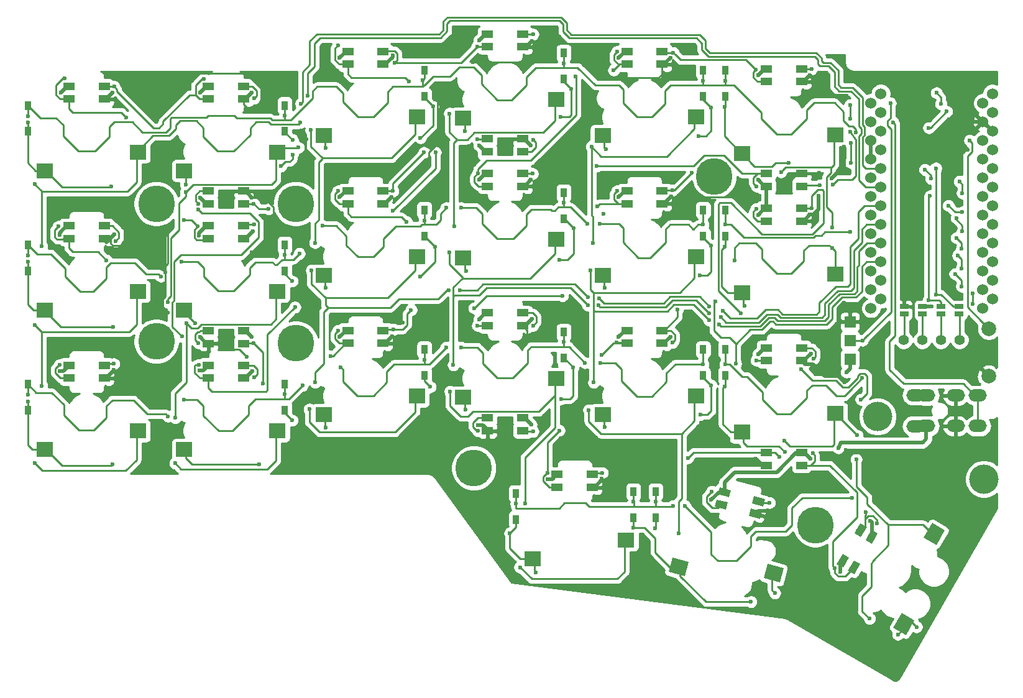
<source format=gbl>
G04 #@! TF.GenerationSoftware,KiCad,Pcbnew,(5.1.2)-1*
G04 #@! TF.CreationDate,2020-04-25T11:27:44-05:00*
G04 #@! TF.ProjectId,corneWS2812NoSnap,636f726e-6557-4533-9238-31324e6f536e,2.1*
G04 #@! TF.SameCoordinates,Original*
G04 #@! TF.FileFunction,Copper,L2,Bot*
G04 #@! TF.FilePolarity,Positive*
%FSLAX46Y46*%
G04 Gerber Fmt 4.6, Leading zero omitted, Abs format (unit mm)*
G04 Created by KiCad (PCBNEW (5.1.2)-1) date 2020-04-25 11:27:44*
%MOMM*%
%LPD*%
G04 APERTURE LIST*
%ADD10R,2.300000X2.000000*%
%ADD11R,1.600000X1.000000*%
%ADD12C,1.000000*%
%ADD13C,0.100000*%
%ADD14O,2.500000X1.700000*%
%ADD15R,1.143000X0.635000*%
%ADD16C,2.000000*%
%ADD17C,1.524000*%
%ADD18R,0.950000X1.300000*%
%ADD19R,1.524000X1.524000*%
%ADD20C,1.397000*%
%ADD21C,5.000000*%
%ADD22C,4.000000*%
%ADD23C,0.600000*%
%ADD24C,0.250000*%
%ADD25C,0.500000*%
%ADD26C,0.254000*%
G04 APERTURE END LIST*
D10*
X64300000Y-82245000D03*
X77000000Y-79705000D03*
X64300000Y-120245000D03*
X77000000Y-117705000D03*
D11*
X167400000Y-122389000D03*
X167400000Y-120611000D03*
X162600000Y-120611000D03*
X162600000Y-122389000D03*
X129400000Y-117689000D03*
X129400000Y-115911000D03*
X124600000Y-115911000D03*
X124600000Y-117689000D03*
X91400000Y-105789000D03*
X91400000Y-104011000D03*
X86600000Y-104011000D03*
X86600000Y-105789000D03*
X86600000Y-85011000D03*
X86600000Y-86789000D03*
X91400000Y-86789000D03*
X91400000Y-85011000D03*
X124600000Y-77911000D03*
X124600000Y-79689000D03*
X129400000Y-79689000D03*
X129400000Y-77911000D03*
X162600000Y-82611000D03*
X162600000Y-84389000D03*
X167400000Y-84389000D03*
X167400000Y-82611000D03*
X167400000Y-89125000D03*
X167400000Y-87375000D03*
X162600000Y-87375000D03*
X162600000Y-89125000D03*
X138900000Y-125375000D03*
X138900000Y-123625000D03*
X134100000Y-123625000D03*
X134100000Y-125375000D03*
X72400000Y-110500000D03*
X72400000Y-108750000D03*
X67600000Y-108750000D03*
X67600000Y-110500000D03*
X148400000Y-86750000D03*
X148400000Y-85000000D03*
X143600000Y-85000000D03*
X143600000Y-86750000D03*
D12*
X173042228Y-135390961D03*
D13*
G36*
X173009215Y-134448141D02*
G01*
X173875241Y-134948141D01*
X173075241Y-136333781D01*
X172209215Y-135833781D01*
X173009215Y-134448141D01*
X173009215Y-134448141D01*
G37*
D12*
X174557772Y-136265961D03*
D13*
G36*
X174524759Y-135323141D02*
G01*
X175390785Y-135823141D01*
X174590785Y-137208781D01*
X173724759Y-136708781D01*
X174524759Y-135323141D01*
X174524759Y-135323141D01*
G37*
D12*
X176957772Y-132109039D03*
D13*
G36*
X176924759Y-131166219D02*
G01*
X177790785Y-131666219D01*
X176990785Y-133051859D01*
X176124759Y-132551859D01*
X176924759Y-131166219D01*
X176924759Y-131166219D01*
G37*
D12*
X175442228Y-131234039D03*
D13*
G36*
X175409215Y-130291219D02*
G01*
X176275241Y-130791219D01*
X175475241Y-132176859D01*
X174609215Y-131676859D01*
X175409215Y-130291219D01*
X175409215Y-130291219D01*
G37*
D12*
X161091755Y-128966351D03*
D13*
G36*
X160189605Y-129242259D02*
G01*
X160448424Y-128276333D01*
X161993905Y-128690443D01*
X161735086Y-129656369D01*
X160189605Y-129242259D01*
X160189605Y-129242259D01*
G37*
D12*
X161544689Y-127275981D03*
D13*
G36*
X160642539Y-127551889D02*
G01*
X160901358Y-126585963D01*
X162446839Y-127000073D01*
X162188020Y-127965999D01*
X160642539Y-127551889D01*
X160642539Y-127551889D01*
G37*
D12*
X156908245Y-126033649D03*
D13*
G36*
X156006095Y-126309557D02*
G01*
X156264914Y-125343631D01*
X157810395Y-125757741D01*
X157551576Y-126723667D01*
X156006095Y-126309557D01*
X156006095Y-126309557D01*
G37*
D12*
X156455311Y-127724019D03*
D13*
G36*
X155553161Y-127999927D02*
G01*
X155811980Y-127034001D01*
X157357461Y-127448111D01*
X157098642Y-128414037D01*
X155553161Y-127999927D01*
X155553161Y-127999927D01*
G37*
D11*
X167400000Y-108125000D03*
X167400000Y-106375000D03*
X162600000Y-106375000D03*
X162600000Y-108125000D03*
X148400000Y-105750000D03*
X148400000Y-104000000D03*
X143600000Y-104000000D03*
X143600000Y-105750000D03*
X129400000Y-103375000D03*
X129400000Y-101625000D03*
X124600000Y-101625000D03*
X124600000Y-103375000D03*
X110400000Y-105750000D03*
X110400000Y-104000000D03*
X105600000Y-104000000D03*
X105600000Y-105750000D03*
X91400000Y-110500000D03*
X91400000Y-108750000D03*
X86600000Y-108750000D03*
X86600000Y-110500000D03*
X129400000Y-84375000D03*
X129400000Y-82625000D03*
X124600000Y-82625000D03*
X124600000Y-84375000D03*
X110400000Y-86750000D03*
X110400000Y-85000000D03*
X105600000Y-85000000D03*
X105600000Y-86750000D03*
X91400000Y-91500000D03*
X91400000Y-89750000D03*
X86600000Y-89750000D03*
X86600000Y-91500000D03*
X72400000Y-91500000D03*
X72400000Y-89750000D03*
X67600000Y-89750000D03*
X67600000Y-91500000D03*
X167400000Y-70125000D03*
X167400000Y-68375000D03*
X162600000Y-68375000D03*
X162600000Y-70125000D03*
X148400000Y-67750000D03*
X148400000Y-66000000D03*
X143600000Y-66000000D03*
X143600000Y-67750000D03*
X129400000Y-65375000D03*
X129400000Y-63625000D03*
X124600000Y-63625000D03*
X124600000Y-65375000D03*
X110400000Y-67750000D03*
X110400000Y-66000000D03*
X105600000Y-66000000D03*
X105600000Y-67750000D03*
X91400000Y-72500000D03*
X91400000Y-70750000D03*
X86600000Y-70750000D03*
X86600000Y-72500000D03*
X72400000Y-72500000D03*
X72400000Y-70750000D03*
X67600000Y-70750000D03*
X67600000Y-72500000D03*
D14*
X184400000Y-112850000D03*
X182900000Y-117050000D03*
X191400000Y-112850000D03*
X188400000Y-112850000D03*
X191400000Y-117022000D03*
X188400000Y-117022000D03*
X184400000Y-117022000D03*
X182900000Y-112822000D03*
D15*
X188875000Y-100749620D03*
X188875000Y-101750380D03*
D10*
X159300000Y-117870000D03*
X172000000Y-115330000D03*
X102300000Y-77495000D03*
X115000000Y-74955000D03*
D16*
X181334050Y-143996345D03*
D13*
G36*
X181625075Y-145492274D02*
G01*
X179893025Y-144492274D01*
X181043025Y-142500416D01*
X182775075Y-143500416D01*
X181625075Y-145492274D01*
X181625075Y-145492274D01*
G37*
D16*
X185484346Y-131727822D03*
D13*
G36*
X185775371Y-133223751D02*
G01*
X184043321Y-132223751D01*
X185193321Y-130231893D01*
X186925371Y-131231893D01*
X185775371Y-133223751D01*
X185775371Y-133223751D01*
G37*
D10*
X130800000Y-135120000D03*
X143500000Y-132580000D03*
X102300000Y-115495000D03*
X115000000Y-112955000D03*
X83300000Y-120245000D03*
X96000000Y-117705000D03*
X159300000Y-98870000D03*
X172000000Y-96330000D03*
X140300000Y-96495000D03*
X153000000Y-93955000D03*
X121300000Y-94120000D03*
X134000000Y-91580000D03*
X102300000Y-96495000D03*
X115000000Y-93955000D03*
X83300000Y-101245000D03*
X96000000Y-98705000D03*
X64300000Y-101245000D03*
X77000000Y-98705000D03*
X159300000Y-79870000D03*
X172000000Y-77330000D03*
X140300000Y-77495000D03*
X153000000Y-74955000D03*
X83300000Y-82245000D03*
X96000000Y-79705000D03*
X140300000Y-115495000D03*
X153000000Y-112955000D03*
D16*
X150669069Y-136220272D03*
D13*
G36*
X149299435Y-136888556D02*
G01*
X149817073Y-134956704D01*
X152038703Y-135551988D01*
X151521065Y-137483840D01*
X149299435Y-136888556D01*
X149299435Y-136888556D01*
G37*
D16*
X163593728Y-137053822D03*
D13*
G36*
X162224094Y-137722106D02*
G01*
X162741732Y-135790254D01*
X164963362Y-136385538D01*
X164445724Y-138317390D01*
X162224094Y-137722106D01*
X162224094Y-137722106D01*
G37*
D10*
X121300000Y-75120000D03*
X134000000Y-72580000D03*
X121300000Y-113120000D03*
X134000000Y-110580000D03*
D17*
X192100000Y-73042000D03*
X192100000Y-75582000D03*
X192100000Y-78122000D03*
X192100000Y-80662000D03*
X192100000Y-83202000D03*
X192100000Y-85742000D03*
X192100000Y-88282000D03*
X192100000Y-90822000D03*
X192100000Y-93362000D03*
X192100000Y-95902000D03*
X192100000Y-98442000D03*
X192100000Y-100982000D03*
X176860000Y-100982000D03*
X176860000Y-98442000D03*
X176860000Y-95902000D03*
X176860000Y-93362000D03*
X176860000Y-90822000D03*
X176860000Y-88282000D03*
X176860000Y-85742000D03*
X176860000Y-83202000D03*
X176860000Y-80662000D03*
X176860000Y-78122000D03*
X176860000Y-75582000D03*
X176860000Y-73042000D03*
X193406400Y-71772000D03*
X193406400Y-74312000D03*
X193406400Y-76852000D03*
X193406400Y-79392000D03*
X193406400Y-81932000D03*
X193406400Y-84472000D03*
X193406400Y-87012000D03*
X193406400Y-89552000D03*
X193406400Y-92092000D03*
X193406400Y-94632000D03*
X193406400Y-97172000D03*
X193406400Y-99712000D03*
X178186400Y-99712000D03*
X178186400Y-97172000D03*
X178186400Y-94632000D03*
X178186400Y-92092000D03*
X178186400Y-89552000D03*
X178186400Y-87012000D03*
X178186400Y-84472000D03*
X178186400Y-81932000D03*
X178186400Y-79392000D03*
X178186400Y-76852000D03*
X178186400Y-74312000D03*
X178186400Y-71772000D03*
D18*
X154000000Y-68600000D03*
X154000000Y-72150000D03*
X62000000Y-73350000D03*
X62000000Y-76900000D03*
X97000000Y-73350000D03*
X97000000Y-76900000D03*
X116000000Y-68600000D03*
X116000000Y-72150000D03*
X135000000Y-66225000D03*
X135000000Y-69775000D03*
X157000000Y-68600000D03*
X157000000Y-72150000D03*
X62000000Y-92350000D03*
X62000000Y-95900000D03*
X97000000Y-92350000D03*
X97000000Y-95900000D03*
X116000000Y-87600000D03*
X116000000Y-91150000D03*
X135000000Y-85225000D03*
X135000000Y-88775000D03*
X154000000Y-87600000D03*
X154000000Y-91150000D03*
X157000000Y-87600000D03*
X157000000Y-91150000D03*
X62000000Y-111350000D03*
X62000000Y-114900000D03*
X97000000Y-111350000D03*
X97000000Y-114900000D03*
X116000000Y-106600000D03*
X116000000Y-110150000D03*
X135000000Y-104225000D03*
X135000000Y-107775000D03*
X157000000Y-106600000D03*
X157000000Y-110150000D03*
X128500000Y-126225000D03*
X128500000Y-129775000D03*
X144500000Y-125975000D03*
X144500000Y-129525000D03*
X147500000Y-125975000D03*
X147500000Y-129525000D03*
X154000000Y-106600000D03*
X154000000Y-110150000D03*
D15*
X186375000Y-100749620D03*
X186375000Y-101750380D03*
X183875000Y-100749620D03*
X183875000Y-101750380D03*
X181375000Y-100749620D03*
X181375000Y-101750380D03*
D19*
X174000000Y-102820000D03*
X174000000Y-105360000D03*
X174000000Y-107900000D03*
D20*
X181300000Y-105300000D03*
X183840000Y-105300000D03*
X186380000Y-105300000D03*
X188920000Y-105300000D03*
D21*
X79500000Y-105500000D03*
D22*
X177750000Y-115750000D03*
X192250000Y-124250000D03*
D21*
X79500000Y-86750000D03*
X98500000Y-86750000D03*
X98500000Y-105750000D03*
X155500000Y-83000000D03*
X122750000Y-122750000D03*
X169250000Y-130500000D03*
D16*
X192900000Y-103750000D03*
X192900000Y-110250000D03*
D23*
X140440000Y-88110000D03*
X174800000Y-77000000D03*
X174100000Y-78500000D03*
X174100000Y-81150000D03*
X157000000Y-70000000D03*
X154000000Y-70000000D03*
X62000000Y-74800000D03*
X97000000Y-74750000D03*
X135000000Y-67600000D03*
X115750000Y-69950000D03*
X62000000Y-75650000D03*
X73350000Y-84400000D03*
X102140000Y-89750000D03*
X98980000Y-93530000D03*
X154000000Y-89600000D03*
X138200000Y-89500000D03*
X139900000Y-89500000D03*
X157000000Y-89600000D03*
X62000000Y-93800000D03*
X135000000Y-86600000D03*
X119000000Y-87300000D03*
X121000000Y-87300000D03*
X116000000Y-89050000D03*
X96950000Y-93700000D03*
X82900000Y-94600000D03*
X174000000Y-90600000D03*
X80125000Y-96631040D03*
X98050000Y-80050000D03*
X96500000Y-81600000D03*
X98050000Y-78050000D03*
X83500000Y-84100000D03*
X157000000Y-108600000D03*
X154000000Y-108600000D03*
X62000000Y-112750000D03*
X135000000Y-105600000D03*
X116000000Y-108000000D03*
X137900000Y-108400000D03*
X140000000Y-108400000D03*
X121000000Y-106300000D03*
X119000000Y-106300000D03*
X97000000Y-112700000D03*
X83300000Y-113400000D03*
X81100000Y-115700000D03*
X99400000Y-111500000D03*
X104640000Y-109030000D03*
X175675000Y-110500000D03*
X115480000Y-77780000D03*
X117180000Y-73510000D03*
X102540000Y-79150000D03*
X174300000Y-126800000D03*
X149900000Y-127900000D03*
X151500000Y-127900000D03*
X147500000Y-127350000D03*
X144500000Y-127350000D03*
X128500000Y-127600000D03*
X134540000Y-74940000D03*
X136050000Y-71130000D03*
X121550000Y-76860000D03*
X153360000Y-77510000D03*
X155100000Y-73620000D03*
X140730000Y-79350000D03*
X156910000Y-73580000D03*
X165690000Y-81144990D03*
X62000000Y-94650000D03*
X73650000Y-103500000D03*
X98000000Y-97300000D03*
X84750000Y-103000000D03*
X115420000Y-96670000D03*
X117460000Y-92620000D03*
X102570000Y-98210000D03*
X134420000Y-94350000D03*
X136350000Y-90080000D03*
X121730000Y-95890000D03*
X153540000Y-96530000D03*
X155070000Y-92450000D03*
X140570000Y-98180000D03*
X159610000Y-100620000D03*
X156950000Y-92580000D03*
X62000000Y-113650000D03*
X73550000Y-122250000D03*
X98000000Y-116250000D03*
X93550000Y-122250000D03*
X116790000Y-111700000D03*
X102570000Y-117240000D03*
X134650000Y-113340000D03*
X136280000Y-109010000D03*
X121590000Y-114780000D03*
X153600000Y-115500000D03*
X155080000Y-111480000D03*
X140620000Y-117180000D03*
X156900000Y-111630000D03*
X165100000Y-120520000D03*
X127660000Y-131620000D03*
X131230000Y-136990000D03*
X144490000Y-130900000D03*
X160520000Y-140970000D03*
X183050000Y-144400000D03*
X147480000Y-130960000D03*
X180520000Y-145400000D03*
X152050000Y-66010000D03*
X173200000Y-80650000D03*
X173200000Y-78950000D03*
X190400000Y-70900000D03*
X173400000Y-120300000D03*
X173300000Y-111100000D03*
X173200000Y-100200000D03*
X188840000Y-75670000D03*
X189999998Y-79360000D03*
X182160000Y-99280000D03*
X162718750Y-128587500D03*
X161131250Y-121443750D03*
X172682687Y-136874708D03*
X140195102Y-124194822D03*
X123290000Y-116900000D03*
X73720000Y-109360000D03*
X73790000Y-90940000D03*
X92670000Y-90450000D03*
X92530721Y-85900000D03*
X73530722Y-71625000D03*
X92530722Y-71625000D03*
X111696023Y-66562958D03*
X130680000Y-64590000D03*
X149548239Y-66858792D03*
X168530722Y-69250000D03*
X165869279Y-83500000D03*
X168534186Y-88246916D03*
X149612902Y-85781982D03*
X130530721Y-78800000D03*
X130530721Y-83500000D03*
X111530721Y-85875001D03*
X92602530Y-109546601D03*
X85428351Y-104859484D03*
X111670000Y-104790000D03*
X130660000Y-102430000D03*
X149530721Y-104875000D03*
X168670000Y-107160000D03*
X169740000Y-85660000D03*
X173510000Y-72025000D03*
X173510000Y-69140000D03*
X171529442Y-83284442D03*
X169800000Y-82570000D03*
X151260000Y-69390000D03*
X164880000Y-83590000D03*
X164880000Y-83590000D03*
X151640000Y-84760000D03*
X152630000Y-86520000D03*
X151660000Y-104140000D03*
X154290000Y-118650000D03*
X132690000Y-104690000D03*
X118300000Y-104670000D03*
X123340000Y-104980000D03*
X138080000Y-110100000D03*
X136680000Y-115910000D03*
X76390000Y-109780000D03*
X81040000Y-101550000D03*
X76280000Y-92080000D03*
X91830000Y-107624990D03*
X113040000Y-102950000D03*
X139640000Y-68450000D03*
X137900000Y-70690000D03*
X122626117Y-67475000D03*
X116940000Y-66200000D03*
X119420000Y-70540000D03*
X102900000Y-68930000D03*
X93760000Y-73970000D03*
X83350000Y-70820000D03*
X99910000Y-77940000D03*
X133160000Y-83640000D03*
X135170000Y-78780000D03*
X133310000Y-80360000D03*
X161520000Y-85840000D03*
X141880000Y-83280000D03*
X139710000Y-85010000D03*
X94460000Y-90410000D03*
X80620000Y-111020000D03*
X81240000Y-90320000D03*
X93840000Y-92400000D03*
X92480000Y-93380000D03*
X80750000Y-96060000D03*
X115820000Y-81760000D03*
X166360000Y-123900000D03*
X130030000Y-105410000D03*
X134000000Y-108690000D03*
X79375000Y-71437500D03*
X69850000Y-86518750D03*
X69850000Y-105568750D03*
X122237500Y-85725000D03*
X78581250Y-120650000D03*
X180181250Y-123031250D03*
X181768750Y-108743750D03*
X146050000Y-123031250D03*
X178593750Y-110331250D03*
X185100000Y-100700000D03*
X172410000Y-120020000D03*
X173500000Y-109700000D03*
X176753759Y-129922509D03*
X155078738Y-127108173D03*
X132816974Y-124254181D03*
X130570650Y-116839411D03*
X66371252Y-109507249D03*
X66299998Y-91000000D03*
X85299998Y-91070000D03*
X85469279Y-85900000D03*
X66469279Y-71625000D03*
X85469279Y-71625001D03*
X104469279Y-66874999D03*
X123454388Y-64513678D03*
X142469278Y-66875000D03*
X161469279Y-69249999D03*
X161469280Y-83500000D03*
X161469279Y-88250001D03*
X142469278Y-85875000D03*
X123469279Y-78800000D03*
X123469280Y-83500000D03*
X104469279Y-85875001D03*
X85352784Y-109473608D03*
X92530721Y-104900000D03*
X104469279Y-104875000D03*
X123469279Y-102500000D03*
X142469279Y-104875000D03*
X161469279Y-107250000D03*
X168587500Y-121487500D03*
X99200000Y-73100000D03*
X99100000Y-75700000D03*
X63900000Y-111550000D03*
X62950000Y-122100000D03*
X63900000Y-92550000D03*
X62950000Y-103250000D03*
X62950000Y-84050000D03*
X185000000Y-83300000D03*
X184200000Y-82100000D03*
X82050000Y-122100000D03*
X82100000Y-115900000D03*
X83600000Y-103050000D03*
X98850000Y-79100000D03*
X100100000Y-72050000D03*
X83500000Y-85200000D03*
X189300000Y-85300000D03*
X188900000Y-83700000D03*
X81040390Y-100182952D03*
X100350000Y-114730000D03*
X101110000Y-92070000D03*
X100640000Y-95810000D03*
X100580000Y-76720000D03*
X156690000Y-101360000D03*
X154800000Y-100700000D03*
X119300000Y-98500000D03*
X120900000Y-98500000D03*
X138300000Y-99500000D03*
X139800000Y-99600000D03*
X101150000Y-111100000D03*
X189300000Y-87900000D03*
X187400000Y-87000000D03*
X119520000Y-112300000D03*
X119400000Y-93350000D03*
X119450000Y-74450000D03*
X129710000Y-127560000D03*
X154800000Y-101700000D03*
X156400000Y-102200000D03*
X138300000Y-100600000D03*
X139700000Y-100600000D03*
X119970000Y-108690000D03*
X120110000Y-89830000D03*
X129030000Y-136260000D03*
X189300000Y-90500000D03*
X188500000Y-88700000D03*
X163750000Y-139790000D03*
X138420000Y-114850000D03*
X150660000Y-131610000D03*
X156200000Y-103200000D03*
X154800000Y-102600000D03*
X139090000Y-111090000D03*
X138640000Y-95840000D03*
X139000000Y-92120000D03*
X138780000Y-78960000D03*
X189200000Y-92900000D03*
X188500000Y-91400000D03*
X158250000Y-94430000D03*
X171600000Y-92800000D03*
X171600000Y-89950000D03*
X165060000Y-119050000D03*
X176670000Y-143260000D03*
X174840000Y-121580000D03*
X174960000Y-118300000D03*
X155690000Y-100080000D03*
X158440000Y-108530000D03*
X189200000Y-95600000D03*
X188700000Y-93800000D03*
X164602080Y-82414017D03*
X179500000Y-73042000D03*
X175700000Y-105360000D03*
X186400000Y-73160000D03*
X185781882Y-71653459D03*
X174000000Y-73300000D03*
X171620000Y-84160000D03*
X174000000Y-75200000D03*
X174000000Y-76950000D03*
X169900000Y-84200000D03*
X187180000Y-74190000D03*
X179860000Y-75650000D03*
X184740000Y-76400000D03*
X190300000Y-78122000D03*
X184900000Y-85700000D03*
X184700000Y-99900000D03*
X185700000Y-99100000D03*
X185700000Y-81900000D03*
X189200000Y-98000000D03*
X188300000Y-96300000D03*
X190700000Y-100400000D03*
X190700000Y-99000000D03*
X73938905Y-91851756D03*
X66970000Y-69690000D03*
X75410000Y-74970000D03*
X85940000Y-69749998D03*
X73749553Y-70783169D03*
X85144667Y-89844671D03*
X92806178Y-72410206D03*
X83250000Y-89000000D03*
X111746532Y-85030150D03*
X104260000Y-65140000D03*
X113930000Y-70060000D03*
X115960000Y-79780000D03*
X123190024Y-65309976D03*
X112005502Y-67505159D03*
X130820583Y-63669921D03*
X123294308Y-82614310D03*
X136580000Y-69420000D03*
X142239084Y-66044532D03*
X149789206Y-84897625D03*
X141800000Y-68550000D03*
X152430000Y-82570000D03*
X149938816Y-66160614D03*
X161160928Y-68497689D03*
X168748496Y-68407113D03*
X161249581Y-87409037D03*
X66144669Y-89844669D03*
X73700001Y-108560249D03*
X72710000Y-94450000D03*
X92821439Y-89540777D03*
X85278796Y-108677034D03*
X98390000Y-100840000D03*
X104253841Y-85029778D03*
X111815781Y-103875120D03*
X113570000Y-89225000D03*
X114210000Y-101210000D03*
X130751537Y-82660155D03*
X123252012Y-103343394D03*
X122800000Y-100960000D03*
X134850000Y-99290000D03*
X142253436Y-85030180D03*
X149806177Y-105660205D03*
X139600000Y-87090000D03*
X150500000Y-101125000D03*
X168747801Y-87399869D03*
X161242762Y-108084144D03*
X159130000Y-101705000D03*
X66294652Y-108710923D03*
X92853913Y-110355879D03*
X104250712Y-104032905D03*
X103250000Y-107500000D03*
X130811069Y-103339593D03*
X132771539Y-123455470D03*
X134380000Y-117630000D03*
X142163514Y-105629897D03*
X163017675Y-127480772D03*
X140180000Y-107320000D03*
X169055008Y-107861265D03*
X177707772Y-130294064D03*
X167373132Y-109275010D03*
X175510000Y-113400000D03*
X176130000Y-128740000D03*
X140268872Y-123398229D03*
X155180000Y-125930000D03*
X171932687Y-136387978D03*
X168910129Y-120749468D03*
X123254099Y-77954518D03*
X92757448Y-86733934D03*
X117520000Y-79750000D03*
X111740000Y-87730000D03*
X94800000Y-87480000D03*
X85247467Y-86738850D03*
X85229610Y-105721405D03*
X85247466Y-87490000D03*
X82975000Y-104830000D03*
X161264309Y-84355691D03*
X130834743Y-78043361D03*
X139525145Y-81616002D03*
X92746087Y-105745295D03*
X123299998Y-117699939D03*
X94020000Y-111220000D03*
X130820000Y-117750000D03*
X164370000Y-121240000D03*
X151910000Y-121380000D03*
D24*
X174100000Y-78500000D02*
X174100000Y-81150000D01*
X174400000Y-76200000D02*
X174800000Y-76600000D01*
X174800000Y-76600000D02*
X174800000Y-77000000D01*
X158200000Y-70600000D02*
X161900000Y-74300000D01*
X161900000Y-74300000D02*
X161900000Y-75200000D01*
X161900000Y-75200000D02*
X164000000Y-77300000D01*
X164000000Y-77300000D02*
X166000000Y-77300000D01*
X166000000Y-77300000D02*
X168100000Y-75200000D01*
X168100000Y-75200000D02*
X168100000Y-74000000D01*
X168100000Y-74000000D02*
X169100000Y-73000000D01*
X169100000Y-73000000D02*
X171900000Y-73000000D01*
X171900000Y-73000000D02*
X173100000Y-74200000D01*
X173100000Y-74200000D02*
X173100000Y-75450000D01*
X173100000Y-75450000D02*
X173850000Y-76200000D01*
X157050000Y-70600000D02*
X158200000Y-70600000D01*
X173850000Y-76200000D02*
X174400000Y-76200000D01*
X154000000Y-70000000D02*
X154000000Y-68600000D01*
X157000000Y-70000000D02*
X157000000Y-68600000D01*
X157050000Y-70050000D02*
X157050000Y-70600000D01*
X157000000Y-70000000D02*
X157050000Y-70050000D01*
X154000000Y-70600000D02*
X154000000Y-70000000D01*
X62000000Y-73350000D02*
X62000000Y-74800000D01*
X97000000Y-74750000D02*
X97000000Y-73350000D01*
X97000000Y-75350000D02*
X97000000Y-74750000D01*
X135000000Y-68200000D02*
X136900000Y-68200000D01*
X149550000Y-70600000D02*
X148800000Y-71350000D01*
X148800000Y-71350000D02*
X148800000Y-73100000D01*
X148800000Y-73100000D02*
X147000000Y-74900000D01*
X147000000Y-74900000D02*
X144950000Y-74900000D01*
X144950000Y-74900000D02*
X143100000Y-73050000D01*
X143100000Y-73050000D02*
X143100000Y-71150000D01*
X143100000Y-71150000D02*
X142550000Y-70600000D01*
X149550000Y-70600000D02*
X154000000Y-70600000D01*
X139300000Y-70600000D02*
X142550000Y-70600000D01*
X136900000Y-68200000D02*
X139300000Y-70600000D01*
X135000000Y-66225000D02*
X135000000Y-67600000D01*
X135000000Y-68225000D02*
X135000000Y-68200000D01*
X135000000Y-68200000D02*
X135000000Y-67600000D01*
X129900000Y-70600000D02*
X127900000Y-72600000D01*
X116000000Y-68600000D02*
X116000000Y-69700000D01*
X116000000Y-69700000D02*
X115750000Y-69950000D01*
X115800000Y-70800000D02*
X115800000Y-70000000D01*
X115800000Y-70000000D02*
X115750000Y-69950000D01*
X157050000Y-70600000D02*
X157000000Y-70600000D01*
X135000000Y-68225000D02*
X131175000Y-68225000D01*
X131175000Y-68225000D02*
X129900000Y-69500000D01*
X129900000Y-69500000D02*
X129900000Y-70600000D01*
X127900000Y-72600000D02*
X125950000Y-72600000D01*
X125950000Y-72600000D02*
X123800000Y-70450000D01*
X123800000Y-70450000D02*
X123800000Y-69200000D01*
X123800000Y-69200000D02*
X122700000Y-68100000D01*
X122700000Y-68100000D02*
X120800000Y-68100000D01*
X120800000Y-68100000D02*
X119500000Y-69400000D01*
X119500000Y-69400000D02*
X117200000Y-69400000D01*
X117200000Y-69400000D02*
X116000000Y-70600000D01*
X97000000Y-75350000D02*
X97850000Y-75350000D01*
X111700000Y-70800000D02*
X115800000Y-70800000D01*
X111000000Y-71500000D02*
X111700000Y-70800000D01*
X111000000Y-73000000D02*
X111000000Y-71500000D01*
X109100000Y-74900000D02*
X111000000Y-73000000D01*
X106950000Y-74900000D02*
X109100000Y-74900000D01*
X104900000Y-72850000D02*
X106950000Y-74900000D01*
X104900000Y-71700000D02*
X104900000Y-72850000D01*
X104000000Y-70800000D02*
X104900000Y-71700000D01*
X101400000Y-70800000D02*
X104000000Y-70800000D01*
X100800000Y-71400000D02*
X101400000Y-70800000D01*
X100800000Y-72400000D02*
X100800000Y-71400000D01*
X97850000Y-75350000D02*
X100800000Y-72400000D01*
X115800000Y-70800000D02*
X116000000Y-70600000D01*
X154000000Y-70600000D02*
X157000000Y-70600000D01*
X63700000Y-75050000D02*
X62000000Y-73350000D01*
X65800000Y-75050000D02*
X63700000Y-75050000D01*
X66800000Y-77500000D02*
X66800000Y-76050000D01*
X68900000Y-79600000D02*
X66800000Y-77500000D01*
X71150000Y-79600000D02*
X68900000Y-79600000D01*
X97000000Y-75350000D02*
X95250000Y-75350000D01*
X95250000Y-75350000D02*
X95000000Y-75100000D01*
X81400000Y-76400000D02*
X80800000Y-77000000D01*
X73100000Y-77650000D02*
X71150000Y-79600000D01*
X95000000Y-75100000D02*
X90490002Y-75100000D01*
X80800000Y-77000000D02*
X77600000Y-77000000D01*
X90490002Y-75100000D02*
X90140001Y-74749999D01*
X90140001Y-74749999D02*
X86580001Y-74749999D01*
X86580001Y-74749999D02*
X86330000Y-75000000D01*
X86330000Y-75000000D02*
X81600000Y-75000000D01*
X81400000Y-75200000D02*
X81400000Y-76400000D01*
X73100000Y-76250000D02*
X73100000Y-77650000D01*
X81600000Y-75000000D02*
X81400000Y-75200000D01*
X66800000Y-76050000D02*
X65800000Y-75050000D01*
X77600000Y-77000000D02*
X76200000Y-75600000D01*
X76200000Y-75600000D02*
X73750000Y-75600000D01*
X73750000Y-75600000D02*
X73100000Y-76250000D01*
X62000000Y-76900000D02*
X62000000Y-75650000D01*
X63045000Y-82245000D02*
X64500000Y-82245000D01*
X62000000Y-76850000D02*
X62000000Y-81200000D01*
X62000000Y-81200000D02*
X63045000Y-82245000D01*
X66705000Y-84450000D02*
X64500000Y-82245000D01*
X73300000Y-84450000D02*
X66705000Y-84450000D01*
X73350000Y-84400000D02*
X73300000Y-84450000D01*
X99000000Y-93550000D02*
X98980000Y-93530000D01*
X154000000Y-89600000D02*
X154000000Y-87600000D01*
X135000000Y-87225000D02*
X135925000Y-87225000D01*
X138200000Y-89500000D02*
X135925000Y-87225000D01*
X142550000Y-89500000D02*
X139900000Y-89500000D01*
X143100000Y-90050000D02*
X142550000Y-89500000D01*
X143100000Y-92050000D02*
X143100000Y-90050000D01*
X145150000Y-94100000D02*
X143100000Y-92050000D01*
X146800000Y-94100000D02*
X145150000Y-94100000D01*
X148900000Y-92000000D02*
X146800000Y-94100000D01*
X148900000Y-90200000D02*
X148900000Y-92000000D01*
X149500000Y-89600000D02*
X148900000Y-90200000D01*
X152000000Y-89600000D02*
X149500000Y-89600000D01*
X152600000Y-90200000D02*
X152000000Y-89600000D01*
X152700000Y-90200000D02*
X152600000Y-90200000D01*
X153300000Y-89600000D02*
X152700000Y-90200000D01*
X154000000Y-89600000D02*
X153300000Y-89600000D01*
X157000000Y-89600000D02*
X157000000Y-87600000D01*
X62000000Y-93800000D02*
X62000000Y-92350000D01*
X135000000Y-85225000D02*
X135000000Y-86600000D01*
X135000000Y-87225000D02*
X135000000Y-86600000D01*
X116000000Y-89600000D02*
X115700000Y-89600000D01*
X115700000Y-89600000D02*
X115450000Y-89850000D01*
X115450000Y-89850000D02*
X112150000Y-89850000D01*
X112150000Y-89850000D02*
X110450000Y-91550000D01*
X110450000Y-91550000D02*
X110450000Y-92600000D01*
X110450000Y-92600000D02*
X109100000Y-93950000D01*
X109100000Y-93950000D02*
X106950000Y-93950000D01*
X106950000Y-93950000D02*
X105400000Y-92400000D01*
X105400000Y-92400000D02*
X105400000Y-91150000D01*
X105400000Y-91150000D02*
X104000000Y-89750000D01*
X104000000Y-89750000D02*
X102140000Y-89750000D01*
X98200000Y-94350000D02*
X96950000Y-94350000D01*
X99000000Y-93550000D02*
X98200000Y-94350000D01*
X116000000Y-87600000D02*
X116000000Y-89050000D01*
X116000000Y-89600000D02*
X116000000Y-89050000D01*
X117600000Y-89600000D02*
X116000000Y-89600000D01*
X118200000Y-89000000D02*
X117600000Y-89600000D01*
X118200000Y-88100000D02*
X118200000Y-89000000D01*
X119000000Y-87300000D02*
X118200000Y-88100000D01*
X123100000Y-87300000D02*
X121000000Y-87300000D01*
X123900000Y-88100000D02*
X123100000Y-87300000D01*
X123900000Y-89500000D02*
X123900000Y-88100000D01*
X125900000Y-91500000D02*
X123900000Y-89500000D01*
X128100000Y-91500000D02*
X125900000Y-91500000D01*
X129900000Y-89700000D02*
X128100000Y-91500000D01*
X129900000Y-88200000D02*
X129900000Y-89700000D01*
X130600000Y-87500000D02*
X129900000Y-88200000D01*
X133200000Y-87500000D02*
X130600000Y-87500000D01*
X133400000Y-87700000D02*
X133200000Y-87500000D01*
X133800000Y-87700000D02*
X133400000Y-87700000D01*
X134275000Y-87225000D02*
X133800000Y-87700000D01*
X135000000Y-87225000D02*
X134275000Y-87225000D01*
X97000000Y-92350000D02*
X97000000Y-93650000D01*
X97000000Y-93650000D02*
X96950000Y-93700000D01*
X96950000Y-94350000D02*
X96950000Y-93700000D01*
X65150000Y-93600000D02*
X63250000Y-93600000D01*
X63250000Y-93600000D02*
X62000000Y-92350000D01*
X76600000Y-94800000D02*
X73300000Y-94800000D01*
X96950000Y-94350000D02*
X96650000Y-94350000D01*
X72700000Y-95400000D02*
X72700000Y-96900000D01*
X72700000Y-96900000D02*
X70900000Y-98700000D01*
X70900000Y-98700000D02*
X69100000Y-98700000D01*
X69100000Y-98700000D02*
X67100000Y-96700000D01*
X67100000Y-96700000D02*
X67100000Y-95550000D01*
X67100000Y-95550000D02*
X65150000Y-93600000D01*
X85100000Y-94600000D02*
X82900000Y-94600000D01*
X95900000Y-95100000D02*
X95700000Y-95100000D01*
X95700000Y-95100000D02*
X95300000Y-94700000D01*
X95300000Y-94700000D02*
X93000000Y-94700000D01*
X93000000Y-94700000D02*
X92200000Y-95500000D01*
X92200000Y-95500000D02*
X92200000Y-96450000D01*
X92200000Y-96450000D02*
X90000000Y-98650000D01*
X90000000Y-98650000D02*
X87950000Y-98650000D01*
X87950000Y-98650000D02*
X86000000Y-96700000D01*
X86000000Y-96700000D02*
X86000000Y-95500000D01*
X86000000Y-95500000D02*
X85100000Y-94600000D01*
X96650000Y-94350000D02*
X95900000Y-95100000D01*
X73300000Y-94800000D02*
X72700000Y-95400000D01*
X170100000Y-91100000D02*
X170600000Y-90600000D01*
X170600000Y-90600000D02*
X174000000Y-90600000D01*
X170100000Y-91100000D02*
X169320000Y-91100000D01*
X169320000Y-91100000D02*
X169045001Y-91374999D01*
X157810002Y-89600000D02*
X159585001Y-91374999D01*
X157000000Y-89600000D02*
X157810002Y-89600000D01*
X169045001Y-91374999D02*
X159585001Y-91374999D01*
X78131041Y-96331041D02*
X76925000Y-95125000D01*
X79825001Y-96331041D02*
X78131041Y-96331041D01*
X80125000Y-96631040D02*
X79825001Y-96331041D01*
X76925000Y-95125000D02*
X76600000Y-94800000D01*
X96500000Y-81600000D02*
X97050000Y-81050000D01*
X98050000Y-80700000D02*
X98050000Y-80050000D01*
X97700000Y-81050000D02*
X98050000Y-80700000D01*
X97050000Y-81050000D02*
X97700000Y-81050000D01*
X98050000Y-78050000D02*
X97000000Y-77000000D01*
X97000000Y-77000000D02*
X97000000Y-76900000D01*
X83500000Y-82245000D02*
X83500000Y-84100000D01*
X154000000Y-106565000D02*
X154000000Y-108600000D01*
X145000000Y-113000000D02*
X142900000Y-110900000D01*
X62000000Y-111350000D02*
X62000000Y-112750000D01*
X135000000Y-104225000D02*
X135000000Y-105600000D01*
X135000000Y-106225000D02*
X135000000Y-105600000D01*
X116000000Y-108000000D02*
X116000000Y-106600000D01*
X116000000Y-108000000D02*
X116000000Y-108600000D01*
X154000000Y-108600000D02*
X150200000Y-108600000D01*
X135725000Y-106225000D02*
X135000000Y-106225000D01*
X137900000Y-108400000D02*
X135725000Y-106225000D01*
X142000000Y-108400000D02*
X140000000Y-108400000D01*
X142900000Y-109300000D02*
X142000000Y-108400000D01*
X142900000Y-110900000D02*
X142900000Y-109300000D01*
X147000000Y-113000000D02*
X145000000Y-113000000D01*
X149000000Y-111000000D02*
X147000000Y-113000000D01*
X149000000Y-109800000D02*
X149000000Y-111000000D01*
X150200000Y-108600000D02*
X149000000Y-109800000D01*
X135000000Y-106225000D02*
X130575000Y-106225000D01*
X130575000Y-106225000D02*
X130100000Y-106700000D01*
X130100000Y-106700000D02*
X130100000Y-108450000D01*
X130100000Y-108450000D02*
X128050000Y-110500000D01*
X128050000Y-110500000D02*
X125950000Y-110500000D01*
X125950000Y-110500000D02*
X124000000Y-108550000D01*
X124000000Y-108550000D02*
X124000000Y-107100000D01*
X124000000Y-107100000D02*
X123200000Y-106300000D01*
X123200000Y-106300000D02*
X121000000Y-106300000D01*
X119000000Y-106300000D02*
X116700000Y-108600000D01*
X116700000Y-108600000D02*
X116000000Y-108600000D01*
X157000000Y-108600000D02*
X157000000Y-106565000D01*
X97000000Y-112700000D02*
X97000000Y-111350000D01*
X97000000Y-112700000D02*
X97000000Y-113350000D01*
X97000000Y-113350000D02*
X93000000Y-113350000D01*
X92100000Y-114250000D02*
X93000000Y-113350000D01*
X92100000Y-115500000D02*
X92100000Y-114250000D01*
X89900000Y-117700000D02*
X92100000Y-115500000D01*
X88000000Y-117700000D02*
X89900000Y-117700000D01*
X85900000Y-115600000D02*
X88000000Y-117700000D01*
X85900000Y-114250000D02*
X85900000Y-115600000D01*
X85050000Y-113400000D02*
X85900000Y-114250000D01*
X83300000Y-113400000D02*
X85050000Y-113400000D01*
X99400000Y-111500000D02*
X97550000Y-113350000D01*
X97550000Y-113350000D02*
X97000000Y-113350000D01*
X104969999Y-109359999D02*
X104939999Y-109329999D01*
X110900000Y-109600000D02*
X110900000Y-111050000D01*
X116000000Y-108600000D02*
X111900000Y-108600000D01*
X111900000Y-108600000D02*
X110900000Y-109600000D01*
X106850000Y-112900000D02*
X104969999Y-111019999D01*
X110900000Y-111050000D02*
X109050000Y-112900000D01*
X104969999Y-111019999D02*
X104969999Y-109359999D01*
X109050000Y-112900000D02*
X106850000Y-112900000D01*
X104939999Y-109329999D02*
X104640000Y-109030000D01*
X157600000Y-108600000D02*
X157000000Y-108600000D01*
X162100000Y-112400000D02*
X160000000Y-110300000D01*
X162100000Y-113420000D02*
X162100000Y-112400000D01*
X159300000Y-110300000D02*
X157600000Y-108600000D01*
X164080000Y-115400000D02*
X162100000Y-113420000D01*
X160000000Y-110300000D02*
X159300000Y-110300000D01*
X168100000Y-113210000D02*
X165910000Y-115400000D01*
X168100000Y-112200000D02*
X168100000Y-113210000D01*
X165910000Y-115400000D02*
X164080000Y-115400000D01*
X168825001Y-111474999D02*
X168100000Y-112200000D01*
X174300000Y-111900000D02*
X174000001Y-112199999D01*
X173990001Y-112199999D02*
X173240000Y-112950000D01*
X173240000Y-112950000D02*
X172167002Y-112950000D01*
X174000001Y-112199999D02*
X173990001Y-112199999D01*
X172167002Y-112950000D02*
X170692001Y-111474999D01*
X170692001Y-111474999D02*
X168825001Y-111474999D01*
X173240000Y-112950000D02*
X173240000Y-112935000D01*
X173240000Y-112935000D02*
X175675000Y-110500000D01*
X63150000Y-112500000D02*
X62000000Y-111350000D01*
X66900000Y-114150000D02*
X65250000Y-112500000D01*
X66900000Y-115550000D02*
X66900000Y-114150000D01*
X68950000Y-117600000D02*
X66900000Y-115550000D01*
X71000000Y-117600000D02*
X68950000Y-117600000D01*
X72700000Y-115900000D02*
X71000000Y-117600000D01*
X81100000Y-115700000D02*
X80800001Y-115400001D01*
X80800001Y-115400001D02*
X78270001Y-115400001D01*
X65250000Y-112500000D02*
X63150000Y-112500000D01*
X78270001Y-115400001D02*
X76370000Y-113500000D01*
X76370000Y-113500000D02*
X73500000Y-113500000D01*
X73500000Y-113500000D02*
X72700000Y-114300000D01*
X72700000Y-114300000D02*
X72700000Y-115900000D01*
X117180000Y-73510000D02*
X117180000Y-76080000D01*
X117180000Y-76080000D02*
X115480000Y-77780000D01*
X117180000Y-73510000D02*
X116000000Y-72330000D01*
X116000000Y-72330000D02*
X116000000Y-72150000D01*
X102540000Y-79150000D02*
X102500000Y-79110000D01*
X102500000Y-79110000D02*
X102500000Y-77495000D01*
X149825000Y-127975000D02*
X149900000Y-127900000D01*
X151500000Y-127900000D02*
X155100000Y-131500000D01*
X155100000Y-131500000D02*
X155100000Y-134500000D01*
X155100000Y-134500000D02*
X156000000Y-135400000D01*
X156000000Y-135400000D02*
X158500000Y-135400000D01*
X158500000Y-135400000D02*
X160500000Y-133400000D01*
X160500000Y-133400000D02*
X160500000Y-132100000D01*
X160500000Y-132100000D02*
X161200000Y-131400000D01*
X161200000Y-131400000D02*
X165200000Y-131400000D01*
X165200000Y-131400000D02*
X166100000Y-130500000D01*
X166100000Y-130500000D02*
X166100000Y-128200000D01*
X166100000Y-128200000D02*
X167500000Y-126800000D01*
X167500000Y-126800000D02*
X174300000Y-126800000D01*
X147500000Y-127975000D02*
X149825000Y-127975000D01*
X128500000Y-127600000D02*
X128500000Y-126225000D01*
X144500000Y-127350000D02*
X144500000Y-125975000D01*
X147500000Y-127350000D02*
X147500000Y-125975000D01*
X147500000Y-127975000D02*
X147500000Y-127350000D01*
X144550000Y-127400000D02*
X144550000Y-127975000D01*
X144500000Y-127350000D02*
X144550000Y-127400000D01*
X128500000Y-128225000D02*
X128500000Y-127600000D01*
X144500000Y-127975000D02*
X144550000Y-127975000D01*
X144550000Y-127975000D02*
X147500000Y-127975000D01*
X128500000Y-128225000D02*
X134375000Y-128225000D01*
X138000000Y-127500000D02*
X138475000Y-127975000D01*
X135100000Y-127500000D02*
X138000000Y-127500000D01*
X134375000Y-128225000D02*
X135100000Y-127500000D01*
X138475000Y-127975000D02*
X144500000Y-127975000D01*
X136050000Y-71130000D02*
X136050000Y-74650000D01*
X135760000Y-74940000D02*
X134540000Y-74940000D01*
X136050000Y-74650000D02*
X135760000Y-74940000D01*
X136050000Y-71130000D02*
X135000000Y-70080000D01*
X135000000Y-70080000D02*
X135000000Y-69775000D01*
X121550000Y-76860000D02*
X121500000Y-76810000D01*
X121500000Y-76810000D02*
X121500000Y-75120000D01*
X155100000Y-73620000D02*
X155100000Y-76800000D01*
X154390000Y-77510000D02*
X153360000Y-77510000D01*
X155100000Y-76800000D02*
X154390000Y-77510000D01*
X155100000Y-73620000D02*
X154000000Y-72520000D01*
X154000000Y-72520000D02*
X154000000Y-72150000D01*
X140730000Y-79350000D02*
X140500000Y-79120000D01*
X140500000Y-79120000D02*
X140500000Y-77495000D01*
X157000000Y-72150000D02*
X157000000Y-73490000D01*
X157000000Y-73490000D02*
X156910000Y-73580000D01*
X165265736Y-81144990D02*
X165690000Y-81144990D01*
X163340000Y-81690000D02*
X163885010Y-81144990D01*
X156910000Y-77570000D02*
X161030000Y-81690000D01*
X163885010Y-81144990D02*
X165265736Y-81144990D01*
X161030000Y-81690000D02*
X163340000Y-81690000D01*
X156910000Y-73580000D02*
X156910000Y-77570000D01*
X62000000Y-95900000D02*
X62000000Y-94650000D01*
X62745000Y-101245000D02*
X64500000Y-101245000D01*
X62000000Y-100500000D02*
X62745000Y-101245000D01*
X62000000Y-95850000D02*
X62000000Y-100500000D01*
X73650000Y-103500000D02*
X66500000Y-103500000D01*
X66500000Y-103500000D02*
X64500000Y-101500000D01*
X64500000Y-101500000D02*
X64500000Y-101245000D01*
X98000000Y-97300000D02*
X97000000Y-96300000D01*
X97000000Y-96300000D02*
X97000000Y-95900000D01*
X83500000Y-101750000D02*
X84750000Y-103000000D01*
X83500000Y-101245000D02*
X83500000Y-101750000D01*
X117460000Y-92620000D02*
X117460000Y-94630000D01*
X117460000Y-94630000D02*
X115420000Y-96670000D01*
X117460000Y-92620000D02*
X116000000Y-91160000D01*
X116000000Y-91160000D02*
X116000000Y-91150000D01*
X102570000Y-98210000D02*
X102500000Y-98140000D01*
X102500000Y-98140000D02*
X102500000Y-96495000D01*
X136350000Y-90080000D02*
X136350000Y-93540000D01*
X135540000Y-94350000D02*
X134420000Y-94350000D01*
X136350000Y-93540000D02*
X135540000Y-94350000D01*
X136350000Y-90080000D02*
X135045000Y-88775000D01*
X135045000Y-88775000D02*
X135000000Y-88775000D01*
X121500000Y-94120000D02*
X121500000Y-95660000D01*
X121500000Y-95660000D02*
X121730000Y-95890000D01*
X155070000Y-92450000D02*
X155070000Y-95990000D01*
X154530000Y-96530000D02*
X153540000Y-96530000D01*
X155070000Y-95990000D02*
X154530000Y-96530000D01*
X154000000Y-91150000D02*
X154000000Y-91380000D01*
X154000000Y-91380000D02*
X155070000Y-92450000D01*
X140570000Y-98180000D02*
X140500000Y-98110000D01*
X140500000Y-98110000D02*
X140500000Y-96495000D01*
X159610000Y-100620000D02*
X159500000Y-100510000D01*
X159500000Y-100510000D02*
X159500000Y-98870000D01*
X157000000Y-91150000D02*
X157000000Y-92530000D01*
X157000000Y-92530000D02*
X156950000Y-92580000D01*
X159500000Y-98870000D02*
X157380000Y-98870000D01*
X157380000Y-98870000D02*
X156520000Y-98010000D01*
X156520000Y-98010000D02*
X156520000Y-93010000D01*
X156520000Y-93010000D02*
X156950000Y-92580000D01*
X62000000Y-114900000D02*
X62000000Y-113650000D01*
X62595000Y-120245000D02*
X64500000Y-120245000D01*
X62000000Y-119650000D02*
X62595000Y-120245000D01*
X62000000Y-114900000D02*
X62000000Y-119650000D01*
X73550000Y-122250000D02*
X73400000Y-122400000D01*
X73400000Y-122400000D02*
X66655000Y-122400000D01*
X66655000Y-122400000D02*
X64500000Y-120245000D01*
X98000000Y-116250000D02*
X97000000Y-115250000D01*
X97000000Y-115250000D02*
X97000000Y-114900000D01*
X83500000Y-120245000D02*
X83500000Y-121400000D01*
X84350000Y-122250000D02*
X93550000Y-122250000D01*
X83500000Y-121400000D02*
X84350000Y-122250000D01*
X116000000Y-110910000D02*
X116000000Y-110150000D01*
X116790000Y-111700000D02*
X116000000Y-110910000D01*
X102570000Y-117240000D02*
X102500000Y-117170000D01*
X102500000Y-117170000D02*
X102500000Y-115495000D01*
X136280000Y-109010000D02*
X136280000Y-112940000D01*
X135880000Y-113340000D02*
X134650000Y-113340000D01*
X136280000Y-112940000D02*
X135880000Y-113340000D01*
X136280000Y-109010000D02*
X135045000Y-107775000D01*
X135045000Y-107775000D02*
X135000000Y-107775000D01*
X121590000Y-114780000D02*
X121500000Y-114690000D01*
X121500000Y-114690000D02*
X121500000Y-113120000D01*
X155080000Y-111480000D02*
X155080000Y-114980000D01*
X154560000Y-115500000D02*
X153600000Y-115500000D01*
X155080000Y-114980000D02*
X154560000Y-115500000D01*
X155080000Y-111480000D02*
X154000000Y-110400000D01*
X154000000Y-110400000D02*
X154000000Y-110150000D01*
X140620000Y-117180000D02*
X140500000Y-117060000D01*
X140500000Y-117060000D02*
X140500000Y-115495000D01*
X157000000Y-110150000D02*
X157000000Y-111530000D01*
X157000000Y-111530000D02*
X156900000Y-111630000D01*
X159500000Y-117870000D02*
X157790000Y-117870000D01*
X156710000Y-111820000D02*
X156900000Y-111630000D01*
X156710000Y-116790000D02*
X156710000Y-111820000D01*
X157790000Y-117870000D02*
X156710000Y-116790000D01*
X165100000Y-120520000D02*
X164330000Y-119750000D01*
X164330000Y-119750000D02*
X160000000Y-119750000D01*
X160000000Y-119750000D02*
X159500000Y-119250000D01*
X159500000Y-119250000D02*
X159500000Y-117870000D01*
X128500000Y-129775000D02*
X128500000Y-130780000D01*
X128500000Y-130780000D02*
X127660000Y-131620000D01*
X129110000Y-135120000D02*
X127660000Y-133670000D01*
X127660000Y-133670000D02*
X127660000Y-131620000D01*
X131000000Y-135120000D02*
X129110000Y-135120000D01*
X131230000Y-136990000D02*
X131000000Y-136760000D01*
X131000000Y-136760000D02*
X131000000Y-135120000D01*
X150862254Y-136272035D02*
X149462035Y-136272035D01*
X146040000Y-130900000D02*
X144490000Y-130900000D01*
X147440000Y-132300000D02*
X146040000Y-130900000D01*
X147440000Y-134250000D02*
X147440000Y-132300000D01*
X149462035Y-136272035D02*
X147440000Y-134250000D01*
X144490000Y-130900000D02*
X144500000Y-130890000D01*
X144500000Y-130890000D02*
X144500000Y-129525000D01*
X150862254Y-136272035D02*
X150862254Y-137452254D01*
X154380000Y-140970000D02*
X160520000Y-140970000D01*
X150862254Y-137452254D02*
X154380000Y-140970000D01*
X183050000Y-144400000D02*
X182473140Y-143823140D01*
X182473140Y-143823140D02*
X181434050Y-143823140D01*
X147500000Y-129525000D02*
X147500000Y-130940000D01*
X147500000Y-130940000D02*
X147480000Y-130960000D01*
X180520000Y-145400000D02*
X181434050Y-144485950D01*
X181434050Y-144485950D02*
X181434050Y-143823140D01*
X182233140Y-143823140D02*
X181434050Y-143823140D01*
X152050000Y-65970000D02*
X152050000Y-66010000D01*
D25*
X173200000Y-80650000D02*
X173200000Y-78950000D01*
X192100000Y-75582000D02*
X190582000Y-75582000D01*
X190400000Y-75400000D02*
X190400000Y-70900000D01*
X190582000Y-75582000D02*
X190400000Y-75400000D01*
X176860000Y-80662000D02*
X176860000Y-78122000D01*
X188400000Y-118800000D02*
X186600000Y-120600000D01*
X173700000Y-120600000D02*
X186600000Y-120600000D01*
X173700000Y-120600000D02*
X173400000Y-120300000D01*
X172400000Y-102300000D02*
X172400000Y-102400000D01*
X172820000Y-102820000D02*
X174000000Y-102820000D01*
X172400000Y-102400000D02*
X172820000Y-102820000D01*
X172400000Y-110200000D02*
X173300000Y-111100000D01*
X172400000Y-101000000D02*
X172400000Y-102300000D01*
X173200000Y-100200000D02*
X172400000Y-101000000D01*
X172400000Y-102300000D02*
X172400000Y-110200000D01*
X188840000Y-75670000D02*
X188840000Y-78200002D01*
X188840000Y-78200002D02*
X189699999Y-79060001D01*
X189699999Y-79060001D02*
X189999998Y-79360000D01*
X182027120Y-99280000D02*
X182160000Y-99280000D01*
X181375000Y-100749620D02*
X181375000Y-99932120D01*
X181375000Y-99932120D02*
X182027120Y-99280000D01*
D24*
X167400000Y-82625000D02*
X167725000Y-82625000D01*
X139625000Y-125375000D02*
X138900000Y-125375000D01*
D25*
X161470606Y-128587500D02*
X161091755Y-128966351D01*
X162718750Y-128587500D02*
X161470606Y-128587500D01*
X162800000Y-122375000D02*
X162062500Y-122375000D01*
X162062500Y-122375000D02*
X161131250Y-121443750D01*
X172682687Y-135750502D02*
X173042228Y-135390961D01*
X172682687Y-136874708D02*
X172682687Y-135750502D01*
X140195102Y-124379898D02*
X140195102Y-124194822D01*
X138900000Y-125375000D02*
X139200000Y-125375000D01*
X139200000Y-125375000D02*
X140195102Y-124379898D01*
X124025000Y-116900000D02*
X124800000Y-117675000D01*
X123290000Y-116900000D02*
X124025000Y-116900000D01*
X73720000Y-109480000D02*
X73720000Y-109360000D01*
X72400000Y-110500000D02*
X72700000Y-110500000D01*
X72700000Y-110500000D02*
X73720000Y-109480000D01*
X73790000Y-90940000D02*
X72690000Y-92040000D01*
X72690000Y-91790000D02*
X72400000Y-91500000D01*
X72690000Y-92040000D02*
X72690000Y-91790000D01*
X91620000Y-91500000D02*
X91400000Y-91500000D01*
X92670000Y-90450000D02*
X91620000Y-91500000D01*
X91200000Y-85025000D02*
X91655721Y-85025000D01*
X91655721Y-85025000D02*
X92530721Y-85900000D01*
X72655722Y-72500000D02*
X72400000Y-72500000D01*
X73530722Y-71625000D02*
X72655722Y-72500000D01*
X91655722Y-72500000D02*
X91400000Y-72500000D01*
X92530722Y-71625000D02*
X91655722Y-72500000D01*
X111700000Y-66566935D02*
X111696023Y-66562958D01*
X111700000Y-66750000D02*
X111700000Y-66566935D01*
X110400000Y-67750000D02*
X110700000Y-67750000D01*
X110700000Y-67750000D02*
X111700000Y-66750000D01*
X129400000Y-65375000D02*
X129895000Y-65375000D01*
X129895000Y-65375000D02*
X130680000Y-64590000D01*
X148400000Y-67750000D02*
X148657031Y-67750000D01*
X148657031Y-67750000D02*
X149548239Y-66858792D01*
X167400000Y-70125000D02*
X167655722Y-70125000D01*
X167655722Y-70125000D02*
X168530722Y-69250000D01*
X166744279Y-82625000D02*
X167200000Y-82625000D01*
X165869279Y-83500000D02*
X166744279Y-82625000D01*
X167656102Y-89125000D02*
X167400000Y-89125000D01*
X168534186Y-88246916D02*
X167656102Y-89125000D01*
X148644884Y-86750000D02*
X148400000Y-86750000D01*
X149612902Y-85781982D02*
X148644884Y-86750000D01*
X129655721Y-77925000D02*
X129200000Y-77925000D01*
X130530721Y-78800000D02*
X129655721Y-77925000D01*
X129400000Y-84375000D02*
X129655721Y-84375000D01*
X129655721Y-84375000D02*
X130530721Y-83500000D01*
X110400000Y-86750000D02*
X110655722Y-86750000D01*
X110655722Y-86750000D02*
X111530721Y-85875001D01*
X91400000Y-110500000D02*
X91649131Y-110500000D01*
X91649131Y-110500000D02*
X92602530Y-109546601D01*
X86343867Y-105775000D02*
X86800000Y-105775000D01*
X85428351Y-104859484D02*
X86343867Y-105775000D01*
X110710000Y-105750000D02*
X110400000Y-105750000D01*
X111670000Y-104790000D02*
X110710000Y-105750000D01*
X129715000Y-103375000D02*
X129400000Y-103375000D01*
X130660000Y-102430000D02*
X129715000Y-103375000D01*
X148655721Y-105750000D02*
X148400000Y-105750000D01*
X149530721Y-104875000D02*
X148655721Y-105750000D01*
X167705000Y-108125000D02*
X167400000Y-108125000D01*
X168670000Y-107160000D02*
X167705000Y-108125000D01*
X168958450Y-88246916D02*
X168534186Y-88246916D01*
X169010756Y-88246916D02*
X168958450Y-88246916D01*
X169740000Y-87517672D02*
X169010756Y-88246916D01*
X169740000Y-85660000D02*
X169740000Y-87517672D01*
X168530722Y-69250000D02*
X171305722Y-72025000D01*
X171305722Y-72025000D02*
X173510000Y-72025000D01*
X173200000Y-80650000D02*
X173200000Y-81613884D01*
X173200000Y-81613884D02*
X171529442Y-83284442D01*
X167886266Y-108611266D02*
X167400000Y-108125000D01*
X168941266Y-108611266D02*
X167886266Y-108611266D01*
X170530000Y-110200000D02*
X168941266Y-108611266D01*
X172400000Y-110200000D02*
X170530000Y-110200000D01*
D24*
X88050000Y-105775000D02*
X86800000Y-105775000D01*
X88875001Y-106600001D02*
X88050000Y-105775000D01*
X90805011Y-106600001D02*
X88875001Y-106600001D01*
X91830000Y-107624990D02*
X90805011Y-106600001D01*
X140740010Y-69550010D02*
X139640000Y-68450000D01*
X147915689Y-69550010D02*
X140740010Y-69550010D01*
X148400000Y-67750000D02*
X148400000Y-69065699D01*
X148400000Y-69065699D02*
X147915689Y-69550010D01*
X130680000Y-64590000D02*
X132490000Y-66400000D01*
X132490000Y-66400000D02*
X131415000Y-67475000D01*
X131415000Y-67475000D02*
X122626117Y-67475000D01*
X91400000Y-73250000D02*
X91400000Y-72500000D01*
X92120000Y-73970000D02*
X91400000Y-73250000D01*
X93760000Y-73970000D02*
X92120000Y-73970000D01*
X93760000Y-73970000D02*
X93760000Y-71050000D01*
X93760000Y-71050000D02*
X91709990Y-68999990D01*
X84049990Y-70120010D02*
X83350000Y-70820000D01*
X84049990Y-68999990D02*
X84049990Y-70120010D01*
X84049990Y-68999990D02*
X81430010Y-68999990D01*
X91709990Y-68999990D02*
X84049990Y-68999990D01*
X133160000Y-83640000D02*
X135170000Y-81630000D01*
X135170000Y-81630000D02*
X135170000Y-78780000D01*
X134890000Y-78780000D02*
X135170000Y-78780000D01*
X133310000Y-80360000D02*
X134890000Y-78780000D01*
X153310000Y-85840000D02*
X152630000Y-86520000D01*
X161520000Y-85840000D02*
X153310000Y-85840000D01*
X141880000Y-83280000D02*
X140150000Y-85010000D01*
X140150000Y-85010000D02*
X139710000Y-85010000D01*
X95425001Y-89444999D02*
X94460000Y-90410000D01*
X95425001Y-87179999D02*
X95425001Y-89444999D01*
X92530721Y-85900000D02*
X94145002Y-85900000D01*
X94145002Y-85900000D02*
X95425001Y-87179999D01*
X80620000Y-113666017D02*
X79836017Y-114450000D01*
X80620000Y-111020000D02*
X80620000Y-113666017D01*
X79167512Y-114450000D02*
X78120000Y-113402488D01*
X79836017Y-114450000D02*
X79167512Y-114450000D01*
X78120000Y-111510000D02*
X76390000Y-109780000D01*
X78120000Y-113402488D02*
X78120000Y-111510000D01*
X75980001Y-92379999D02*
X76280000Y-92080000D01*
X75883243Y-92476757D02*
X75980001Y-92379999D01*
X73638904Y-92476757D02*
X75883243Y-92476757D01*
X73313904Y-92151757D02*
X73638904Y-92476757D01*
X73313904Y-91416096D02*
X73313904Y-92151757D01*
X73790000Y-90940000D02*
X73313904Y-91416096D01*
X79254670Y-95549990D02*
X80389990Y-95549990D01*
X76280000Y-92080000D02*
X76280000Y-92575320D01*
X76280000Y-92575320D02*
X79254670Y-95549990D01*
X81049990Y-90510010D02*
X81240000Y-90320000D01*
X80389990Y-95549990D02*
X81049990Y-94889990D01*
X81049990Y-94889990D02*
X81049990Y-90510010D01*
X93840000Y-92400000D02*
X93460000Y-92400000D01*
X93460000Y-92400000D02*
X92480000Y-93380000D01*
X80389990Y-95549990D02*
X80389990Y-95699990D01*
X80389990Y-95699990D02*
X80750000Y-96060000D01*
X80740001Y-101250001D02*
X81040000Y-101550000D01*
X80415389Y-100925389D02*
X80740001Y-101250001D01*
X80415389Y-99747279D02*
X80415389Y-100925389D01*
X80750000Y-99412668D02*
X80415389Y-99747279D01*
X80750000Y-96060000D02*
X80750000Y-99412668D01*
X116585001Y-80994999D02*
X115820000Y-81760000D01*
X116585001Y-79759997D02*
X116585001Y-80994999D01*
X117820001Y-78524997D02*
X116585001Y-79759997D01*
X119420000Y-70540000D02*
X117820001Y-72139999D01*
X117820001Y-72139999D02*
X117820001Y-78524997D01*
X130030000Y-104005000D02*
X129400000Y-103375000D01*
X130030000Y-105410000D02*
X130030000Y-104005000D01*
D25*
X188400000Y-118800000D02*
X188400000Y-117022000D01*
X183875000Y-100749620D02*
X185050380Y-100749620D01*
X185050380Y-100749620D02*
X185100000Y-100700000D01*
X174000000Y-107900000D02*
X174000000Y-109200000D01*
X174000000Y-109200000D02*
X173500000Y-109700000D01*
X172800000Y-119300000D02*
X172410000Y-120020000D01*
X183900000Y-119300000D02*
X172800000Y-119300000D01*
X183900000Y-119300000D02*
X184400000Y-118800000D01*
X176957772Y-130126522D02*
X176753759Y-129922509D01*
X176957772Y-132109039D02*
X176957772Y-130126522D01*
X156908245Y-126033649D02*
X156153262Y-126033649D01*
X156153262Y-126033649D02*
X155078738Y-127108173D01*
X163999999Y-123325001D02*
X158250001Y-123325001D01*
X167200000Y-120625000D02*
X166700000Y-120625000D01*
X166700000Y-120625000D02*
X163999999Y-123325001D01*
X156908245Y-124666757D02*
X156908245Y-126033649D01*
X158250001Y-123325001D02*
X156908245Y-124666757D01*
X133470819Y-124254181D02*
X134100000Y-123625000D01*
X132816974Y-124254181D02*
X133470819Y-124254181D01*
X129200000Y-115925000D02*
X129656239Y-115925000D01*
X129656239Y-115925000D02*
X130570650Y-116839411D01*
X66842751Y-109507249D02*
X67600000Y-108750000D01*
X66371252Y-109507249D02*
X66842751Y-109507249D01*
X66299998Y-90750002D02*
X66299998Y-91000000D01*
X67600000Y-89750000D02*
X67300000Y-89750000D01*
X67300000Y-89750000D02*
X66299998Y-90750002D01*
X85299998Y-90750002D02*
X85299998Y-91070000D01*
X86600000Y-89750000D02*
X86300000Y-89750000D01*
X86300000Y-89750000D02*
X85299998Y-90750002D01*
X86344279Y-86775000D02*
X86800000Y-86775000D01*
X85469279Y-85900000D02*
X86344279Y-86775000D01*
X67600000Y-70750000D02*
X67344279Y-70750000D01*
X67344279Y-70750000D02*
X66469279Y-71625000D01*
X86600000Y-70750000D02*
X86344280Y-70750000D01*
X86344280Y-70750000D02*
X85469279Y-71625001D01*
X105600000Y-66000000D02*
X105344278Y-66000000D01*
X105344278Y-66000000D02*
X104469279Y-66874999D01*
X124343066Y-63625000D02*
X124600000Y-63625000D01*
X123454388Y-64513678D02*
X124343066Y-63625000D01*
X143344278Y-66000000D02*
X143600000Y-66000000D01*
X142469278Y-66875000D02*
X143344278Y-66000000D01*
X162344278Y-68375000D02*
X162600000Y-68375000D01*
X161469279Y-69249999D02*
X162344278Y-68375000D01*
X162800000Y-84375000D02*
X162344280Y-84375000D01*
X162344280Y-84375000D02*
X161469280Y-83500000D01*
X162600000Y-87375000D02*
X162344280Y-87375000D01*
X162344280Y-87375000D02*
X161469279Y-88250001D01*
X143600000Y-85000000D02*
X143344278Y-85000000D01*
X143344278Y-85000000D02*
X142469278Y-85875000D01*
X124800000Y-79675000D02*
X124344279Y-79675000D01*
X124344279Y-79675000D02*
X123469279Y-78800000D01*
X124344280Y-82625000D02*
X124600000Y-82625000D01*
X123469280Y-83500000D02*
X124344280Y-82625000D01*
X105344280Y-85000000D02*
X105600000Y-85000000D01*
X104469279Y-85875001D02*
X105344280Y-85000000D01*
X85876392Y-109473608D02*
X86600000Y-108750000D01*
X85352784Y-109473608D02*
X85876392Y-109473608D01*
X91200000Y-104025000D02*
X91655721Y-104025000D01*
X91655721Y-104025000D02*
X92530721Y-104900000D01*
X105344279Y-104000000D02*
X105600000Y-104000000D01*
X104469279Y-104875000D02*
X105344279Y-104000000D01*
X124600000Y-101625000D02*
X124344279Y-101625000D01*
X124344279Y-101625000D02*
X123469279Y-102500000D01*
X143600000Y-104000000D02*
X143344279Y-104000000D01*
X143344279Y-104000000D02*
X142469279Y-104875000D01*
X162600000Y-106375000D02*
X162344279Y-106375000D01*
X162344279Y-106375000D02*
X161469279Y-107250000D01*
X162600000Y-84575000D02*
X162600000Y-87375000D01*
X162800000Y-84375000D02*
X162600000Y-84575000D01*
X167725000Y-120625000D02*
X168587500Y-121487500D01*
X167200000Y-120625000D02*
X167725000Y-120625000D01*
X184600010Y-117588481D02*
X184600010Y-117022000D01*
X184400000Y-118800000D02*
X184400000Y-117788491D01*
X184400000Y-117788491D02*
X184600010Y-117588481D01*
D24*
X175700000Y-72300000D02*
X174349998Y-70949998D01*
X174349998Y-70949998D02*
X172800000Y-70949998D01*
X172800000Y-70949998D02*
X172400000Y-70549998D01*
X172400000Y-70549998D02*
X172400000Y-68600000D01*
X172400000Y-68600000D02*
X171349998Y-67549998D01*
X171349998Y-67549998D02*
X170349998Y-67549998D01*
X169400000Y-66200000D02*
X170100000Y-66900000D01*
X170100000Y-66900000D02*
X170100000Y-67300000D01*
X170100000Y-67300000D02*
X170349998Y-67549998D01*
X175700000Y-81500000D02*
X176132000Y-81932000D01*
X178186400Y-81932000D02*
X176132000Y-81932000D01*
X153400000Y-63700000D02*
X153500000Y-63700000D01*
X99400000Y-68800000D02*
X100400000Y-67800000D01*
X100400000Y-67800000D02*
X100400000Y-64600000D01*
X100400000Y-64600000D02*
X101350002Y-63649998D01*
X101350002Y-63649998D02*
X118050002Y-63649998D01*
X118050002Y-63649998D02*
X118600000Y-63100000D01*
X118600000Y-63100000D02*
X118600000Y-61900000D01*
X118600000Y-61900000D02*
X119150002Y-61349998D01*
X119150002Y-61349998D02*
X134649998Y-61349998D01*
X134649998Y-61349998D02*
X135400000Y-62100000D01*
X135400000Y-62100000D02*
X135400000Y-63100000D01*
X135400000Y-63100000D02*
X136031801Y-63731801D01*
X136031801Y-63731801D02*
X153400000Y-63700000D01*
X99400000Y-72900000D02*
X99400000Y-69000000D01*
X99200000Y-73100000D02*
X99400000Y-72900000D01*
X154900000Y-66200000D02*
X169200000Y-66200000D01*
X154300000Y-65600000D02*
X154900000Y-66200000D01*
X154300000Y-64500000D02*
X154300000Y-65600000D01*
X153500000Y-63700000D02*
X154300000Y-64500000D01*
X175700000Y-77700000D02*
X175700000Y-81500000D01*
X176000000Y-77400000D02*
X175700000Y-77700000D01*
X176000000Y-76300000D02*
X176000000Y-77400000D01*
X175700000Y-76000000D02*
X176000000Y-76300000D01*
X175700000Y-76000000D02*
X175700000Y-72300000D01*
X63900000Y-111550000D02*
X63900000Y-104200000D01*
X76800000Y-121650000D02*
X76800000Y-117705000D01*
X76800000Y-121650000D02*
X75350000Y-123100000D01*
X75350000Y-123100000D02*
X63950000Y-123100000D01*
X63950000Y-123100000D02*
X62950000Y-122100000D01*
X63875000Y-85025000D02*
X63875000Y-92525000D01*
X63875000Y-92525000D02*
X63900000Y-92550000D01*
X76800000Y-98705000D02*
X76800000Y-103200000D01*
X75800000Y-104200000D02*
X63900000Y-104200000D01*
X76800000Y-103200000D02*
X75800000Y-104200000D01*
X63900000Y-104200000D02*
X62950000Y-103250000D01*
X62950000Y-84100000D02*
X62950000Y-84050000D01*
X63875000Y-85025000D02*
X62950000Y-84100000D01*
X184200000Y-82100000D02*
X185000000Y-82900000D01*
X185000000Y-82900000D02*
X185000000Y-83300000D01*
X169200000Y-66200000D02*
X169400000Y-66200000D01*
X99400000Y-69000000D02*
X99400000Y-68800000D01*
X63900000Y-85050000D02*
X63875000Y-85025000D01*
X75550000Y-85050000D02*
X63900000Y-85050000D01*
X76800000Y-83800000D02*
X75550000Y-85050000D01*
X76800000Y-79705000D02*
X76800000Y-83800000D01*
X79054990Y-77450010D02*
X76800000Y-79705000D01*
X99100000Y-75700000D02*
X98900000Y-75900000D01*
X90050000Y-79600000D02*
X87850000Y-79600000D01*
X95100000Y-75900000D02*
X94800000Y-75600000D01*
X92300000Y-76400000D02*
X92300000Y-77350000D01*
X94800000Y-75600000D02*
X93100000Y-75600000D01*
X93100000Y-75600000D02*
X92300000Y-76400000D01*
X92300000Y-77350000D02*
X90050000Y-79600000D01*
X87850000Y-79600000D02*
X85900000Y-77650000D01*
X82200000Y-76500000D02*
X81249990Y-77450010D01*
X85900000Y-76400000D02*
X84950002Y-75450002D01*
X84950002Y-75450002D02*
X82749998Y-75450002D01*
X82749998Y-75450002D02*
X82200000Y-76000000D01*
X85900000Y-77650000D02*
X85900000Y-76400000D01*
X82200000Y-76000000D02*
X82200000Y-76500000D01*
X98900000Y-75900000D02*
X95100000Y-75900000D01*
X81249990Y-77450010D02*
X79054990Y-77450010D01*
X95800000Y-121750000D02*
X95800000Y-117705000D01*
X94650000Y-122900000D02*
X95800000Y-121750000D01*
X82850000Y-122900000D02*
X94650000Y-122900000D01*
X82050000Y-122100000D02*
X82850000Y-122900000D01*
X83600000Y-103050000D02*
X83600000Y-111100000D01*
X82100000Y-112600000D02*
X82100000Y-115900000D01*
X83600000Y-111100000D02*
X82100000Y-112600000D01*
X95800000Y-102450000D02*
X95800000Y-98705000D01*
X95100000Y-103150000D02*
X95800000Y-102450000D01*
X85650000Y-103150000D02*
X95100000Y-103150000D01*
X85100000Y-103700000D02*
X85650000Y-103150000D01*
X84250000Y-103700000D02*
X85100000Y-103700000D01*
X83600000Y-103050000D02*
X84250000Y-103700000D01*
X81500000Y-91400000D02*
X81500000Y-97350000D01*
X83500000Y-85750000D02*
X82600000Y-86650000D01*
X82600000Y-86650000D02*
X82600000Y-90300000D01*
X82600000Y-90300000D02*
X81500000Y-91400000D01*
X83500000Y-85200000D02*
X83500000Y-85750000D01*
X119100000Y-62200000D02*
X119100000Y-63250000D01*
X119100000Y-62200000D02*
X119500000Y-61800000D01*
X129400000Y-61800000D02*
X119500000Y-61800000D01*
X98800000Y-79150000D02*
X96355000Y-79150000D01*
X98850000Y-79100000D02*
X98800000Y-79150000D01*
X100100000Y-69000000D02*
X100100000Y-72050000D01*
X101050000Y-68050000D02*
X100100000Y-69000000D01*
X101050000Y-64950000D02*
X101050000Y-68050000D01*
X101850000Y-64150000D02*
X101050000Y-64950000D01*
X118200000Y-64150000D02*
X101850000Y-64150000D01*
X119100000Y-63250000D02*
X118200000Y-64150000D01*
X96355000Y-79150000D02*
X95800000Y-79705000D01*
X95800000Y-83550000D02*
X95800000Y-79705000D01*
X95200000Y-84150000D02*
X95800000Y-83550000D01*
X84550000Y-84150000D02*
X95200000Y-84150000D01*
X83500000Y-85200000D02*
X84550000Y-84150000D01*
X153800000Y-64900000D02*
X153800000Y-65800000D01*
X148200000Y-64200000D02*
X153100000Y-64200000D01*
X153100000Y-64200000D02*
X153800000Y-64900000D01*
X153800000Y-65800000D02*
X154700000Y-66700000D01*
X154700000Y-66700000D02*
X167000000Y-66700000D01*
X189300000Y-84100000D02*
X189300000Y-85300000D01*
X188900000Y-83700000D02*
X189300000Y-84100000D01*
X178186400Y-84472000D02*
X176172000Y-84472000D01*
X176172000Y-84472000D02*
X175249998Y-83549998D01*
X175249998Y-83549998D02*
X175249998Y-77513604D01*
X175249998Y-77513604D02*
X175549998Y-77213604D01*
X175549998Y-77213604D02*
X175549998Y-76549998D01*
X175549998Y-76549998D02*
X175200000Y-76200000D01*
X175200000Y-76200000D02*
X175200000Y-72500000D01*
X175200000Y-72500000D02*
X174100000Y-71400000D01*
X174100000Y-71400000D02*
X172500000Y-71400000D01*
X172500000Y-71400000D02*
X171900000Y-70800000D01*
X171900000Y-70800000D02*
X171900000Y-68800000D01*
X171900000Y-68800000D02*
X171100000Y-68000000D01*
X169900000Y-68000000D02*
X171100000Y-68000000D01*
X169600000Y-67700000D02*
X169900000Y-68000000D01*
X169600000Y-67100000D02*
X169600000Y-67700000D01*
X169200000Y-66700000D02*
X169600000Y-67100000D01*
X134900000Y-63300000D02*
X135800000Y-64200000D01*
X134900000Y-62300000D02*
X134900000Y-63300000D01*
X134400000Y-61800000D02*
X134900000Y-62300000D01*
X169200000Y-66700000D02*
X167000000Y-66700000D01*
X135800000Y-64200000D02*
X148200000Y-64200000D01*
X129400000Y-61800000D02*
X134400000Y-61800000D01*
X167000000Y-66700000D02*
X167000000Y-66700000D01*
X148200000Y-64200000D02*
X148200000Y-64200000D01*
X129400000Y-61800000D02*
X129400000Y-61800000D01*
X81500000Y-99299078D02*
X81500000Y-97350000D01*
X81040390Y-99758688D02*
X81500000Y-99299078D01*
X81040390Y-100182952D02*
X81040390Y-99758688D01*
X102145000Y-80515000D02*
X102145000Y-80585000D01*
X101110000Y-89430000D02*
X101110000Y-92070000D01*
X101600000Y-88940000D02*
X101110000Y-89430000D01*
X101600000Y-81130000D02*
X101600000Y-88940000D01*
X102145000Y-80585000D02*
X101600000Y-81130000D01*
X102540000Y-99580000D02*
X102540000Y-100540000D01*
X102540000Y-100540000D02*
X102900000Y-100900000D01*
X114800000Y-93955000D02*
X114800000Y-95860000D01*
X102540000Y-99580000D02*
X100640000Y-97680000D01*
X100640000Y-97680000D02*
X100640000Y-95810000D01*
X111080000Y-99580000D02*
X102540000Y-99580000D01*
X114800000Y-95860000D02*
X111080000Y-99580000D01*
X114800000Y-74955000D02*
X114800000Y-77290000D01*
X100580000Y-78950000D02*
X100580000Y-76720000D01*
X102150000Y-80520000D02*
X102145000Y-80515000D01*
X102145000Y-80515000D02*
X100580000Y-78950000D01*
X111570000Y-80520000D02*
X102150000Y-80520000D01*
X114800000Y-77290000D02*
X111570000Y-80520000D01*
X169800000Y-100250000D02*
X169800000Y-101450000D01*
X169800000Y-101450000D02*
X169450004Y-101799996D01*
X169450004Y-101799996D02*
X164819996Y-101799996D01*
X164819996Y-101799996D02*
X164170000Y-101150000D01*
X164170000Y-101150000D02*
X162540000Y-101150000D01*
X162540000Y-101150000D02*
X161360000Y-102330000D01*
X161360000Y-102330000D02*
X157660000Y-102330000D01*
X157660000Y-102330000D02*
X156690000Y-101360000D01*
X172100000Y-98000000D02*
X172050000Y-98000000D01*
X175988000Y-87012000D02*
X178186400Y-87012000D01*
X175988000Y-87012000D02*
X175100000Y-87900000D01*
X175100000Y-87900000D02*
X175100000Y-91500000D01*
X175100000Y-91500000D02*
X174000000Y-92600000D01*
X174000000Y-92600000D02*
X174000000Y-97700000D01*
X174000000Y-97700000D02*
X173700000Y-98000000D01*
X172050000Y-98000000D02*
X169800000Y-100250000D01*
X148600000Y-100300000D02*
X149500000Y-99400000D01*
X140500000Y-100300000D02*
X148600000Y-100300000D01*
X153500000Y-99400000D02*
X154800000Y-100700000D01*
X149500000Y-99400000D02*
X153500000Y-99400000D01*
X111400000Y-100900000D02*
X102900000Y-100900000D01*
X111400000Y-100900000D02*
X112600000Y-99700000D01*
X112600000Y-99700000D02*
X117900000Y-99700000D01*
X117900000Y-99700000D02*
X119100000Y-98500000D01*
X119100000Y-98500000D02*
X119300000Y-98500000D01*
X120900000Y-98500000D02*
X123200000Y-98500000D01*
X124000000Y-97700000D02*
X136500000Y-97700000D01*
X123200000Y-98500000D02*
X124000000Y-97700000D01*
X136500000Y-97700000D02*
X138300000Y-99500000D01*
X139800000Y-99600000D02*
X140500000Y-100300000D01*
X102900000Y-100900000D02*
X102300000Y-101500000D01*
X102300000Y-101500000D02*
X102300000Y-108550000D01*
X102300000Y-108550000D02*
X101150000Y-109700000D01*
X101150000Y-109700000D02*
X101150000Y-111100000D01*
X188300000Y-87900000D02*
X189300000Y-87900000D01*
X187400000Y-87000000D02*
X188300000Y-87900000D01*
X173700000Y-98000000D02*
X172100000Y-98000000D01*
X100350000Y-116500000D02*
X100350000Y-114730000D01*
X101715001Y-117865001D02*
X100350000Y-116500000D01*
X112024999Y-117865001D02*
X101715001Y-117865001D01*
X114800000Y-115090000D02*
X112024999Y-117865001D01*
X114800000Y-112955000D02*
X114800000Y-115090000D01*
X133800000Y-112830000D02*
X131570000Y-115060000D01*
X131570000Y-115060000D02*
X122630000Y-115060000D01*
X122630000Y-115060000D02*
X121990000Y-115700000D01*
X121990000Y-115700000D02*
X120940000Y-115700000D01*
X120940000Y-115700000D02*
X119520000Y-114280000D01*
X119520000Y-114280000D02*
X119520000Y-112300000D01*
X133800000Y-112810000D02*
X133800000Y-112830000D01*
X121250000Y-96900000D02*
X121250000Y-96850000D01*
X119400000Y-95000000D02*
X119400000Y-93350000D01*
X121250000Y-96850000D02*
X119400000Y-95000000D01*
X120450000Y-78010000D02*
X120450000Y-78000000D01*
X119450000Y-77000000D02*
X119450000Y-74450000D01*
X120450000Y-78000000D02*
X119450000Y-77000000D01*
X133800000Y-112810000D02*
X133800000Y-117240000D01*
X129710000Y-121330000D02*
X129710000Y-127560000D01*
X133800000Y-117240000D02*
X129710000Y-121330000D01*
X133800000Y-110580000D02*
X133800000Y-112810000D01*
X123500000Y-99200000D02*
X120170000Y-99200000D01*
X170600000Y-100300000D02*
X170600000Y-101849998D01*
X176248000Y-89552000D02*
X175600000Y-90200000D01*
X175600000Y-90200000D02*
X175600000Y-92000000D01*
X175600000Y-92000000D02*
X174500000Y-93100000D01*
X174500000Y-93100000D02*
X174500000Y-98200000D01*
X174500000Y-98200000D02*
X174100004Y-98599996D01*
X174100004Y-98599996D02*
X172300004Y-98599996D01*
X172300004Y-98599996D02*
X170600000Y-100300000D01*
X178186400Y-89552000D02*
X176248000Y-89552000D01*
X170200000Y-102249998D02*
X164549998Y-102249998D01*
X170600000Y-101849998D02*
X170200000Y-102249998D01*
X154800000Y-101700000D02*
X153000000Y-99900000D01*
X157100000Y-102900000D02*
X156400000Y-102200000D01*
X161600000Y-102900000D02*
X157100000Y-102900000D01*
X162700000Y-101800000D02*
X161600000Y-102900000D01*
X164100000Y-101800000D02*
X162700000Y-101800000D01*
X164549998Y-102249998D02*
X164100000Y-101800000D01*
X149800000Y-99900000D02*
X148900000Y-100800000D01*
X153000000Y-99900000D02*
X149800000Y-99900000D01*
X124500000Y-98200000D02*
X123500000Y-99200000D01*
X135900000Y-98200000D02*
X124500000Y-98200000D01*
X138300000Y-100600000D02*
X135900000Y-98200000D01*
X139900000Y-100800000D02*
X139700000Y-100600000D01*
X148900000Y-100800000D02*
X139900000Y-100800000D01*
X120170000Y-99200000D02*
X119970000Y-99400000D01*
X121270000Y-96900000D02*
X121250000Y-96900000D01*
X121250000Y-96900000D02*
X121220000Y-96900000D01*
X119970000Y-98150000D02*
X119970000Y-99400000D01*
X119970000Y-99400000D02*
X119970000Y-108690000D01*
X121220000Y-96900000D02*
X119970000Y-98150000D01*
X133800000Y-93540000D02*
X133800000Y-91580000D01*
X130440000Y-96900000D02*
X133800000Y-93540000D01*
X120000000Y-78460000D02*
X120450000Y-78010000D01*
X120000000Y-89720000D02*
X120000000Y-78460000D01*
X120110000Y-89830000D02*
X120000000Y-89720000D01*
X133800000Y-72580000D02*
X133800000Y-75460000D01*
X121850000Y-78010000D02*
X120450000Y-78010000D01*
X122820000Y-77040000D02*
X121850000Y-78010000D01*
X132220000Y-77040000D02*
X122820000Y-77040000D01*
X133800000Y-75460000D02*
X132220000Y-77040000D01*
X143300000Y-132580000D02*
X143300000Y-136850000D01*
X129050000Y-136260000D02*
X129030000Y-136260000D01*
X130640000Y-137850000D02*
X129050000Y-136260000D01*
X142300000Y-137850000D02*
X130640000Y-137850000D01*
X143300000Y-136850000D02*
X142300000Y-137850000D01*
X189300000Y-89700000D02*
X189300000Y-90500000D01*
X188400000Y-88800000D02*
X189300000Y-89700000D01*
X121270000Y-96900000D02*
X130440000Y-96900000D01*
X163400542Y-137002058D02*
X163400542Y-139440542D01*
X163750000Y-139790000D02*
X163400542Y-139440542D01*
X151050000Y-118100000D02*
X140120000Y-118100000D01*
X140120000Y-118100000D02*
X138420000Y-116400000D01*
X138420000Y-116400000D02*
X138420000Y-114850000D01*
X151050000Y-118100000D02*
X151050000Y-126910000D01*
X150660000Y-127300000D02*
X150660000Y-131610000D01*
X151050000Y-126910000D02*
X150660000Y-127300000D01*
X152800000Y-112955000D02*
X152800000Y-116350000D01*
X152800000Y-116350000D02*
X151050000Y-118100000D01*
X149100000Y-101400000D02*
X139230000Y-101400000D01*
X171100000Y-102200000D02*
X170600000Y-102700000D01*
X170600000Y-102700000D02*
X164100000Y-102700000D01*
X178186400Y-92092000D02*
X176308000Y-92092000D01*
X172550002Y-99049998D02*
X171100000Y-100500000D01*
X174600000Y-99049998D02*
X172550002Y-99049998D01*
X175000000Y-98649998D02*
X174600000Y-99049998D01*
X175000000Y-95300000D02*
X175000000Y-98649998D01*
X175181801Y-95118199D02*
X175000000Y-95300000D01*
X175181801Y-93218199D02*
X175181801Y-95118199D01*
X176308000Y-92092000D02*
X175181801Y-93218199D01*
X171100000Y-100500000D02*
X171100000Y-102200000D01*
X164100000Y-102700000D02*
X163700000Y-102300000D01*
X163700000Y-102300000D02*
X162900000Y-102300000D01*
X162900000Y-102300000D02*
X161750002Y-103449998D01*
X161750002Y-103449998D02*
X156449998Y-103449998D01*
X156449998Y-103449998D02*
X156200000Y-103200000D01*
X154800000Y-102600000D02*
X152700000Y-100500000D01*
X152700000Y-100500000D02*
X150000000Y-100500000D01*
X150000000Y-100500000D02*
X149100000Y-101400000D01*
X139230000Y-101400000D02*
X139060000Y-101230000D01*
X139060000Y-98880000D02*
X139060000Y-101230000D01*
X139060000Y-101230000D02*
X139060000Y-111060000D01*
X139060000Y-111060000D02*
X139090000Y-111090000D01*
X152800000Y-93955000D02*
X152800000Y-96870000D01*
X138640000Y-98460000D02*
X138640000Y-95840000D01*
X139060000Y-98880000D02*
X138640000Y-98460000D01*
X150790000Y-98880000D02*
X139060000Y-98880000D01*
X152800000Y-96870000D02*
X150790000Y-98880000D01*
X138780000Y-78960000D02*
X138780000Y-88320000D01*
X139000000Y-88540000D02*
X139000000Y-92120000D01*
X138780000Y-88320000D02*
X139000000Y-88540000D01*
X152800000Y-74955000D02*
X152800000Y-76560000D01*
X140120000Y-80300000D02*
X138780000Y-78960000D01*
X149060000Y-80300000D02*
X140120000Y-80300000D01*
X152800000Y-76560000D02*
X149060000Y-80300000D01*
X189200000Y-92100000D02*
X189200000Y-92900000D01*
X188500000Y-91400000D02*
X189200000Y-92100000D01*
X171600000Y-92800000D02*
X171550000Y-92800000D01*
X167720000Y-94550000D02*
X165990000Y-96280000D01*
X165990000Y-96280000D02*
X164060000Y-96280000D01*
X164060000Y-96280000D02*
X161990000Y-94210000D01*
X161990000Y-94210000D02*
X161990000Y-92980000D01*
X161990000Y-92980000D02*
X161120000Y-92110000D01*
X161120000Y-92110000D02*
X158900000Y-92110000D01*
X158900000Y-92110000D02*
X158250000Y-92760000D01*
X158250000Y-92760000D02*
X158250000Y-94430000D01*
X167720000Y-93080000D02*
X167720000Y-94550000D01*
X168400000Y-92400000D02*
X167720000Y-93080000D01*
X171150000Y-92400000D02*
X168400000Y-92400000D01*
X171550000Y-92800000D02*
X171150000Y-92400000D01*
X170830000Y-87150000D02*
X170830000Y-87180000D01*
X171430000Y-81770000D02*
X171430000Y-82500000D01*
X171430000Y-82500000D02*
X170830000Y-83100000D01*
X172000000Y-93200000D02*
X172000000Y-96330000D01*
X171600000Y-92800000D02*
X172000000Y-93200000D01*
X171600000Y-87950000D02*
X171600000Y-89950000D01*
X170830000Y-87180000D02*
X171600000Y-87950000D01*
X171800000Y-115330000D02*
X171800000Y-119570000D01*
X165800000Y-119790000D02*
X165060000Y-119050000D01*
X171580000Y-119790000D02*
X165800000Y-119790000D01*
X171800000Y-119570000D02*
X171580000Y-119790000D01*
X171800000Y-115330000D02*
X171990000Y-115330000D01*
X171990000Y-115330000D02*
X174960000Y-118300000D01*
X183973319Y-130490000D02*
X185384346Y-131901027D01*
X179220000Y-130490000D02*
X183973319Y-130490000D01*
X162000000Y-103900000D02*
X160410000Y-103900000D01*
X171600000Y-102400000D02*
X170800000Y-103200000D01*
X170800000Y-103200000D02*
X163900000Y-103200000D01*
X178186400Y-94632000D02*
X176268000Y-94632000D01*
X172900000Y-99500000D02*
X171600000Y-100800000D01*
X174800000Y-99500000D02*
X172900000Y-99500000D01*
X175600000Y-98700000D02*
X174800000Y-99500000D01*
X175600000Y-95300000D02*
X175600000Y-98700000D01*
X176268000Y-94632000D02*
X175600000Y-95300000D01*
X171600000Y-100800000D02*
X171600000Y-102400000D01*
X163900000Y-103200000D02*
X163500000Y-102800000D01*
X163500000Y-102800000D02*
X163100000Y-102800000D01*
X163100000Y-102800000D02*
X162000000Y-103900000D01*
X160410000Y-103900000D02*
X158440000Y-105870000D01*
X155690000Y-100080000D02*
X155470000Y-100300000D01*
X155470000Y-100300000D02*
X155470000Y-104070000D01*
X155470000Y-104070000D02*
X156410000Y-105010000D01*
X156410000Y-105010000D02*
X157610000Y-105010000D01*
X157610000Y-105010000D02*
X158440000Y-105840000D01*
X158440000Y-105840000D02*
X158440000Y-105870000D01*
X158440000Y-105870000D02*
X158440000Y-108530000D01*
X171800000Y-77330000D02*
X171800000Y-81430000D01*
X171460000Y-81770000D02*
X171430000Y-81770000D01*
X171800000Y-81430000D02*
X171460000Y-81770000D01*
X189200000Y-94300000D02*
X189200000Y-95600000D01*
X188700000Y-93800000D02*
X189200000Y-94300000D01*
X175680000Y-142270000D02*
X176670000Y-143260000D01*
X175680000Y-140170000D02*
X175680000Y-142270000D01*
X176925000Y-138925000D02*
X175680000Y-140170000D01*
X176925000Y-135755474D02*
X176925000Y-138925000D01*
X177161006Y-135338994D02*
X176925000Y-135755474D01*
X179220000Y-133280000D02*
X177161006Y-135338994D01*
X179220000Y-130490000D02*
X179220000Y-133280000D01*
X171430000Y-81770000D02*
X165246097Y-81770000D01*
X164902079Y-82114018D02*
X164602080Y-82414017D01*
X165246097Y-81770000D02*
X164902079Y-82114018D01*
X170830000Y-83100000D02*
X170830000Y-87150000D01*
X176355000Y-127625000D02*
X179220000Y-130490000D01*
X176355000Y-126725000D02*
X176355000Y-127625000D01*
X174880000Y-125250000D02*
X176355000Y-126725000D01*
X174880000Y-121620000D02*
X174880000Y-125250000D01*
X174840000Y-121580000D02*
X174880000Y-121620000D01*
X174000000Y-105360000D02*
X175700000Y-105360000D01*
X186400000Y-72271577D02*
X186400000Y-72735736D01*
X185781882Y-71653459D02*
X186400000Y-72271577D01*
X186400000Y-72735736D02*
X186400000Y-73160000D01*
X179600000Y-101460000D02*
X175999999Y-105060001D01*
X179500000Y-75050000D02*
X179120000Y-75430000D01*
X179120000Y-75430000D02*
X179120000Y-76105002D01*
X179600000Y-76585002D02*
X179600000Y-101460000D01*
X175999999Y-105060001D02*
X175700000Y-105360000D01*
X179120000Y-76105002D02*
X179600000Y-76585002D01*
X179500000Y-73042000D02*
X179500000Y-75050000D01*
X174750000Y-81100000D02*
X174750000Y-78050000D01*
X174000000Y-75200000D02*
X174000000Y-73300000D01*
X174750000Y-82940000D02*
X174750000Y-81100000D01*
X174260000Y-83430000D02*
X174750000Y-82940000D01*
X172330000Y-83430000D02*
X174260000Y-83430000D01*
X171620000Y-84160000D02*
X172330000Y-83450000D01*
X172330000Y-83450000D02*
X172330000Y-83430000D01*
X174750000Y-78050000D02*
X174000000Y-76950000D01*
X167375000Y-84200000D02*
X167200000Y-84375000D01*
X169900000Y-84200000D02*
X167375000Y-84200000D01*
X179400000Y-105500000D02*
X180159999Y-104740001D01*
X180159999Y-104740001D02*
X180159999Y-75949999D01*
X180159999Y-75949999D02*
X179860000Y-75650000D01*
X187180000Y-74190000D02*
X184970000Y-76400000D01*
X184970000Y-76400000D02*
X184740000Y-76400000D01*
X191000000Y-112850000D02*
X189420000Y-111270000D01*
X191400000Y-112850000D02*
X191000000Y-112850000D01*
X181310000Y-111270000D02*
X179400000Y-109360000D01*
X189420000Y-111270000D02*
X181310000Y-111270000D01*
X179400000Y-109360000D02*
X179400000Y-105500000D01*
X191400000Y-112850000D02*
X191400000Y-117022000D01*
X190000000Y-100850000D02*
X191900001Y-102750001D01*
X190000000Y-80285002D02*
X190000000Y-100850000D01*
X190645001Y-79640001D02*
X190000000Y-80285002D01*
X191900001Y-102750001D02*
X192900000Y-103750000D01*
X190300000Y-78122000D02*
X190645001Y-78467001D01*
X190645001Y-78467001D02*
X190645001Y-79640001D01*
X184700000Y-99900000D02*
X184700000Y-85900000D01*
X184700000Y-85900000D02*
X184900000Y-85700000D01*
X186375000Y-100175000D02*
X186375000Y-100749620D01*
X186100000Y-99900000D02*
X186375000Y-100175000D01*
X184700000Y-99900000D02*
X186100000Y-99900000D01*
X185700000Y-99100000D02*
X185700000Y-81900000D01*
X188049620Y-100749620D02*
X188875000Y-100749620D01*
X186400000Y-99100000D02*
X188049620Y-100749620D01*
X185700000Y-99100000D02*
X186400000Y-99100000D01*
X189200000Y-97200000D02*
X189200000Y-98000000D01*
X188300000Y-96300000D02*
X189200000Y-97200000D01*
X190700000Y-99000000D02*
X190700000Y-100400000D01*
X181375000Y-101750380D02*
X181375000Y-105225000D01*
X181375000Y-105225000D02*
X181300000Y-105300000D01*
X183840000Y-105300000D02*
X183840000Y-101785380D01*
X183840000Y-101785380D02*
X183875000Y-101750380D01*
X186375000Y-101750380D02*
X186375000Y-105295000D01*
X186375000Y-105295000D02*
X186380000Y-105300000D01*
X188920000Y-105300000D02*
X188920000Y-101795380D01*
X188920000Y-101795380D02*
X188875000Y-101750380D01*
X74415001Y-91375660D02*
X73938905Y-91851756D01*
X74415001Y-90639999D02*
X74415001Y-91375660D01*
X72400000Y-89750000D02*
X73525002Y-89750000D01*
X73525002Y-89750000D02*
X74415001Y-90639999D01*
X66774998Y-69690000D02*
X66970000Y-69690000D01*
X65844278Y-70620720D02*
X66774998Y-69690000D01*
X65844278Y-71925001D02*
X65844278Y-70620720D01*
X67600000Y-72500000D02*
X66419277Y-72500000D01*
X66419277Y-72500000D02*
X65844278Y-71925001D01*
X74740010Y-74300010D02*
X75410000Y-74970000D01*
X68084311Y-74300010D02*
X74740010Y-74300010D01*
X67600000Y-72500000D02*
X67600000Y-73815699D01*
X67600000Y-73815699D02*
X68084311Y-74300010D01*
X85715000Y-69749998D02*
X85940000Y-69749998D01*
X84844278Y-70620720D02*
X85715000Y-69749998D01*
X84844278Y-71925002D02*
X84844278Y-70620720D01*
X86600000Y-72500000D02*
X85419276Y-72500000D01*
X85419276Y-72500000D02*
X84844278Y-71925002D01*
X72433169Y-70783169D02*
X72400000Y-70750000D01*
X73749553Y-70783169D02*
X72433169Y-70783169D01*
X74049552Y-71083168D02*
X73749553Y-70783169D01*
X74155723Y-71189339D02*
X74049552Y-71083168D01*
X74155723Y-71470117D02*
X74155723Y-71189339D01*
X79092463Y-76406857D02*
X74155723Y-71470117D01*
X79879161Y-76406857D02*
X79092463Y-76406857D01*
X80422773Y-75863244D02*
X79879161Y-76406857D01*
X80422773Y-75540816D02*
X80422773Y-75863244D01*
X84038588Y-71925002D02*
X80422773Y-75540816D01*
X84844278Y-71925002D02*
X84038588Y-71925002D01*
X84674997Y-90314341D02*
X85144667Y-89844671D01*
X84674997Y-91370001D02*
X84674997Y-90314341D01*
X84999997Y-91695001D02*
X84674997Y-91370001D01*
X86600000Y-91500000D02*
X86404999Y-91695001D01*
X86404999Y-91695001D02*
X84999997Y-91695001D01*
X93155723Y-72060661D02*
X92806178Y-72410206D01*
X93155723Y-71324999D02*
X93155723Y-72060661D01*
X91400000Y-70750000D02*
X92580724Y-70750000D01*
X92580724Y-70750000D02*
X93155723Y-71324999D01*
X84299996Y-89000000D02*
X85144667Y-89844671D01*
X83250000Y-89000000D02*
X84299996Y-89000000D01*
X110430150Y-85030150D02*
X110400000Y-85000000D01*
X111746532Y-85030150D02*
X110430150Y-85030150D01*
X104550000Y-67750000D02*
X105600000Y-67750000D01*
X104419278Y-67750000D02*
X104550000Y-67750000D01*
X103844278Y-67175000D02*
X104419278Y-67750000D01*
X103844278Y-65555722D02*
X103844278Y-67175000D01*
X104260000Y-65140000D02*
X103844278Y-65555722D01*
X113420010Y-69550010D02*
X113930000Y-70060000D01*
X106084311Y-69550010D02*
X113420010Y-69550010D01*
X105600000Y-67750000D02*
X105600000Y-69065699D01*
X105600000Y-69065699D02*
X106084311Y-69550010D01*
X111746532Y-83993468D02*
X111746532Y-85030150D01*
X115960000Y-79780000D02*
X111746532Y-83993468D01*
X124600000Y-65375000D02*
X123255048Y-65375000D01*
X123255048Y-65375000D02*
X123190024Y-65309976D01*
X112321024Y-67189637D02*
X112005502Y-67505159D01*
X112321024Y-66262957D02*
X112321024Y-67189637D01*
X111996024Y-65937957D02*
X112321024Y-66262957D01*
X110400000Y-66000000D02*
X110462043Y-65937957D01*
X110462043Y-65937957D02*
X111996024Y-65937957D01*
X120994841Y-67505159D02*
X123190024Y-65309976D01*
X112005502Y-67505159D02*
X120994841Y-67505159D01*
X124275000Y-84375000D02*
X124600000Y-84375000D01*
X129444921Y-63669921D02*
X129400000Y-63625000D01*
X130820583Y-63669921D02*
X129444921Y-63669921D01*
X122844279Y-83064339D02*
X123294308Y-82614310D01*
X122844279Y-83800001D02*
X122844279Y-83064339D01*
X124600000Y-84375000D02*
X123419278Y-84375000D01*
X123419278Y-84375000D02*
X122844279Y-83800001D01*
X123294308Y-82045690D02*
X124490008Y-80849990D01*
X123294308Y-82614310D02*
X123294308Y-82045690D01*
X124490008Y-80849990D02*
X130486420Y-80849990D01*
X130486420Y-80849990D02*
X136675001Y-74661409D01*
X136675001Y-74661409D02*
X136675001Y-69515001D01*
X136675001Y-69515001D02*
X136580000Y-69420000D01*
D25*
X143600000Y-67750000D02*
X143050000Y-67750000D01*
D24*
X141844277Y-66439339D02*
X142239084Y-66044532D01*
X141844277Y-67175001D02*
X141844277Y-66439339D01*
X143600000Y-67750000D02*
X142419276Y-67750000D01*
X142419276Y-67750000D02*
X141844277Y-67175001D01*
X148502375Y-84897625D02*
X148400000Y-85000000D01*
X149789206Y-84897625D02*
X148502375Y-84897625D01*
X143600000Y-67750000D02*
X142600000Y-67750000D01*
X142600000Y-67750000D02*
X141800000Y-68550000D01*
X150102375Y-84897625D02*
X149789206Y-84897625D01*
X152430000Y-82570000D02*
X150102375Y-84897625D01*
D25*
X162025000Y-70125000D02*
X162600000Y-70125000D01*
D24*
X148560614Y-66160614D02*
X148400000Y-66000000D01*
X149938816Y-66160614D02*
X148560614Y-66160614D01*
X160844278Y-68814339D02*
X161160928Y-68497689D01*
X160844278Y-69550000D02*
X160844278Y-68814339D01*
X162600000Y-70125000D02*
X161419278Y-70125000D01*
X161419278Y-70125000D02*
X160844278Y-69550000D01*
X150238815Y-66460613D02*
X149938816Y-66160614D01*
X150928212Y-67150010D02*
X150238815Y-66460613D01*
X159813249Y-67150010D02*
X150928212Y-67150010D01*
X161160928Y-68497689D02*
X159813249Y-67150010D01*
X167432113Y-68407113D02*
X167400000Y-68375000D01*
X168748496Y-68407113D02*
X167432113Y-68407113D01*
X160844278Y-87814340D02*
X161249581Y-87409037D01*
X160844278Y-88550002D02*
X160844278Y-87814340D01*
X162600000Y-89125000D02*
X161419276Y-89125000D01*
X161419276Y-89125000D02*
X160844278Y-88550002D01*
D25*
X67000000Y-91500000D02*
X67600000Y-91500000D01*
D24*
X67474999Y-91625001D02*
X67600000Y-91500000D01*
X65999997Y-91625001D02*
X67474999Y-91625001D01*
X65674997Y-91300001D02*
X65999997Y-91625001D01*
X65674997Y-90314341D02*
X65674997Y-91300001D01*
X66144669Y-89844669D02*
X65674997Y-90314341D01*
X72589751Y-108560249D02*
X72400000Y-108750000D01*
X73700001Y-108560249D02*
X72589751Y-108560249D01*
X71560010Y-93300010D02*
X72710000Y-94450000D01*
X68084311Y-93300010D02*
X71560010Y-93300010D01*
X67600000Y-91500000D02*
X67600000Y-92815699D01*
X67600000Y-92815699D02*
X68084311Y-93300010D01*
X91609223Y-89540777D02*
X91400000Y-89750000D01*
X92821439Y-89540777D02*
X91609223Y-89540777D01*
X85550000Y-110500000D02*
X86600000Y-110500000D01*
X85454174Y-110500000D02*
X85550000Y-110500000D01*
X84727783Y-109773609D02*
X85454174Y-110500000D01*
X84727783Y-108803783D02*
X84727783Y-109773609D01*
X84854532Y-108677034D02*
X84727783Y-108803783D01*
X85278796Y-108677034D02*
X84854532Y-108677034D01*
X86600000Y-111815699D02*
X86600000Y-111250000D01*
X87084311Y-112300010D02*
X86600000Y-111815699D01*
X94439990Y-112300010D02*
X87084311Y-112300010D01*
X94645001Y-112094999D02*
X94439990Y-112300010D01*
X94645001Y-104584999D02*
X94645001Y-112094999D01*
X86600000Y-111250000D02*
X86600000Y-110500000D01*
X98390000Y-100840000D02*
X94645001Y-104584999D01*
X103844278Y-85439341D02*
X104253841Y-85029778D01*
X103844278Y-86175002D02*
X103844278Y-85439341D01*
X105600000Y-86750000D02*
X104419276Y-86750000D01*
X104419276Y-86750000D02*
X103844278Y-86175002D01*
X110524880Y-103875120D02*
X110400000Y-104000000D01*
X111815781Y-103875120D02*
X110524880Y-103875120D01*
X112895010Y-88550010D02*
X113570000Y-89225000D01*
X106084311Y-88550010D02*
X112895010Y-88550010D01*
X105600000Y-86750000D02*
X105600000Y-88065699D01*
X105600000Y-88065699D02*
X106084311Y-88550010D01*
X112240045Y-103875120D02*
X111815781Y-103875120D01*
X113039882Y-103875120D02*
X112240045Y-103875120D01*
X113665001Y-103250001D02*
X113039882Y-103875120D01*
X113665001Y-101754999D02*
X113665001Y-103250001D01*
X114210000Y-101210000D02*
X113665001Y-101754999D01*
X129435155Y-82660155D02*
X129400000Y-82625000D01*
X130751537Y-82660155D02*
X129435155Y-82660155D01*
X124568394Y-103343394D02*
X124600000Y-103375000D01*
X123252012Y-103343394D02*
X124568394Y-103343394D01*
X122800000Y-100960000D02*
X124470000Y-99290000D01*
X124470000Y-99290000D02*
X134850000Y-99290000D01*
X141844277Y-85439339D02*
X142253436Y-85030180D01*
X141844277Y-86175001D02*
X141844277Y-85439339D01*
X143600000Y-86750000D02*
X142419276Y-86750000D01*
X142419276Y-86750000D02*
X141844277Y-86175001D01*
X150155722Y-105310660D02*
X149806177Y-105660205D01*
X150155722Y-104574999D02*
X150155722Y-105310660D01*
X148400000Y-104000000D02*
X149580723Y-104000000D01*
X149580723Y-104000000D02*
X150155722Y-104574999D01*
X143600000Y-86750000D02*
X139940000Y-86750000D01*
X139940000Y-86750000D02*
X139600000Y-87090000D01*
X148700000Y-104000000D02*
X148400000Y-104000000D01*
X150500000Y-102200000D02*
X148700000Y-104000000D01*
X150500000Y-101125000D02*
X150500000Y-102200000D01*
X167424869Y-87399869D02*
X167400000Y-87375000D01*
X168747801Y-87399869D02*
X167424869Y-87399869D01*
X162559144Y-108084144D02*
X162600000Y-108125000D01*
X161242762Y-108084144D02*
X162559144Y-108084144D01*
X156069991Y-98644991D02*
X159130000Y-101705000D01*
X156264999Y-86624999D02*
X156069991Y-86820007D01*
X157735001Y-86624999D02*
X156264999Y-86624999D01*
X168858601Y-90924989D02*
X162034991Y-90924989D01*
X168747801Y-85677199D02*
X169599999Y-84825001D01*
X162034991Y-90924989D02*
X157735001Y-86624999D01*
X168747801Y-87399869D02*
X168747801Y-85677199D01*
X169599999Y-84825001D02*
X170200001Y-84825001D01*
X170200001Y-84825001D02*
X170379990Y-85004990D01*
X156069991Y-86820007D02*
X156069991Y-98644991D01*
X170379990Y-85004990D02*
X170379990Y-89403600D01*
X170379990Y-89403600D02*
X168858601Y-90924989D01*
X66242576Y-108710923D02*
X66294652Y-108710923D01*
X65746251Y-109207248D02*
X66242576Y-108710923D01*
X65746251Y-109807250D02*
X65746251Y-109207248D01*
X67600000Y-110500000D02*
X66439001Y-110500000D01*
X66439001Y-110500000D02*
X65746251Y-109807250D01*
X93227531Y-109982261D02*
X92853913Y-110355879D01*
X93227531Y-109246600D02*
X93227531Y-109982261D01*
X91400000Y-108750000D02*
X92730931Y-108750000D01*
X92730931Y-108750000D02*
X93227531Y-109246600D01*
X103844278Y-104439339D02*
X104250712Y-104032905D01*
X103844278Y-105175001D02*
X103844278Y-104439339D01*
X105600000Y-105750000D02*
X104419277Y-105750000D01*
X104419277Y-105750000D02*
X103844278Y-105175001D01*
X103550000Y-107500000D02*
X103250000Y-107500000D01*
X105600000Y-105750000D02*
X105300000Y-105750000D01*
X105300000Y-105750000D02*
X103550000Y-107500000D01*
X131285001Y-102865661D02*
X130811069Y-103339593D01*
X131285001Y-102129999D02*
X131285001Y-102865661D01*
X129400000Y-101625000D02*
X130780002Y-101625000D01*
X130780002Y-101625000D02*
X131285001Y-102129999D01*
X132690683Y-123455470D02*
X132771539Y-123455470D01*
X132191973Y-123954180D02*
X132690683Y-123455470D01*
X132191973Y-124516973D02*
X132191973Y-123954180D01*
X134100000Y-125375000D02*
X133050000Y-125375000D01*
X133050000Y-125375000D02*
X132191973Y-124516973D01*
X132771539Y-119238461D02*
X132771539Y-123455470D01*
X134380000Y-117630000D02*
X132771539Y-119238461D01*
X143479897Y-105629897D02*
X143600000Y-105750000D01*
X142163514Y-105629897D02*
X143479897Y-105629897D01*
X161749480Y-127480772D02*
X161544689Y-127275981D01*
X163017675Y-127480772D02*
X161749480Y-127480772D01*
X143600000Y-105750000D02*
X141750000Y-105750000D01*
X141750000Y-105750000D02*
X140180000Y-107320000D01*
D25*
X175034039Y-131234039D02*
X175442228Y-131234039D01*
D24*
X169295001Y-107621272D02*
X169055008Y-107861265D01*
X169295001Y-106859999D02*
X169295001Y-107621272D01*
X167400000Y-106375000D02*
X168810002Y-106375000D01*
X168810002Y-106375000D02*
X169295001Y-106859999D01*
X176098578Y-130577689D02*
X175442228Y-131234039D01*
X176098578Y-129652688D02*
X176098578Y-130577689D01*
X176453758Y-129297508D02*
X176098578Y-129652688D01*
X177135480Y-129297508D02*
X176453758Y-129297508D01*
X177707772Y-129869800D02*
X177135480Y-129297508D01*
X177707772Y-130294064D02*
X177707772Y-129869800D01*
X172050008Y-110775010D02*
X173014998Y-111740000D01*
X167373132Y-109275010D02*
X168873132Y-110775010D01*
X168873132Y-110775010D02*
X172050008Y-110775010D01*
X176300001Y-112609999D02*
X175510000Y-113400000D01*
X173798590Y-111740000D02*
X175049999Y-110488591D01*
X173014998Y-111740000D02*
X173798590Y-111740000D01*
X175049999Y-110488591D02*
X175049999Y-110199999D01*
X176300001Y-110199999D02*
X176300001Y-112609999D01*
X175049999Y-110199999D02*
X175374999Y-109874999D01*
X175374999Y-109874999D02*
X175975001Y-109874999D01*
X175975001Y-109874999D02*
X176300001Y-110199999D01*
X176098578Y-129195686D02*
X176098578Y-129652688D01*
X176130000Y-129164264D02*
X176098578Y-129195686D01*
X176130000Y-128740000D02*
X176130000Y-129164264D01*
X139126771Y-123398229D02*
X138900000Y-123625000D01*
X140268872Y-123398229D02*
X139126771Y-123398229D01*
X154453737Y-126656263D02*
X155180000Y-125930000D01*
X154453737Y-127408174D02*
X154453737Y-126656263D01*
X155248540Y-128202977D02*
X154453737Y-127408174D01*
X156455311Y-127724019D02*
X155976353Y-128202977D01*
X155976353Y-128202977D02*
X155248540Y-128202977D01*
D25*
X174334039Y-136265961D02*
X174557772Y-136265961D01*
D24*
X171932687Y-137049710D02*
X171932687Y-136387978D01*
X172382686Y-137499709D02*
X171932687Y-137049710D01*
X174557772Y-136265961D02*
X173324024Y-137499709D01*
X173324024Y-137499709D02*
X172382686Y-137499709D01*
X171632688Y-136087979D02*
X171932687Y-136387978D01*
X171632688Y-132760441D02*
X171632688Y-136087979D01*
X174925001Y-129468128D02*
X171632688Y-132760441D01*
X174925001Y-126075001D02*
X174925001Y-129468128D01*
X171225000Y-122375000D02*
X174925001Y-126075001D01*
X167200000Y-122375000D02*
X171225000Y-122375000D01*
X169212501Y-121051840D02*
X168910129Y-120749468D01*
X169212501Y-121787501D02*
X169212501Y-121051840D01*
X167200000Y-122375000D02*
X168625002Y-122375000D01*
X168625002Y-122375000D02*
X169212501Y-121787501D01*
X124770482Y-77954518D02*
X124800000Y-77925000D01*
X123254099Y-77954518D02*
X124770482Y-77954518D01*
X91241066Y-86733934D02*
X91200000Y-86775000D01*
X92757448Y-86733934D02*
X91241066Y-86733934D01*
X117520000Y-81950000D02*
X111740000Y-87730000D01*
X117520000Y-79750000D02*
X117520000Y-81950000D01*
X93503514Y-87480000D02*
X92757448Y-86733934D01*
X94800000Y-87480000D02*
X93503514Y-87480000D01*
X84844278Y-86335661D02*
X85247467Y-86738850D01*
X84844278Y-85599999D02*
X84844278Y-86335661D01*
X86800000Y-85025000D02*
X85419277Y-85025000D01*
X85419277Y-85025000D02*
X84844278Y-85599999D01*
X85550000Y-104025000D02*
X85340517Y-104234483D01*
X86800000Y-104025000D02*
X85550000Y-104025000D01*
X85128350Y-104234483D02*
X84803350Y-104559483D01*
X85340517Y-104234483D02*
X85128350Y-104234483D01*
X84803350Y-104559483D02*
X84803350Y-105295145D01*
X84803350Y-105295145D02*
X85229610Y-105721405D01*
X81665001Y-103520001D02*
X82975000Y-104830000D01*
X81950010Y-94624988D02*
X81950010Y-99919999D01*
X81665001Y-100205008D02*
X81665001Y-103520001D01*
X82824999Y-93749999D02*
X81950010Y-94624988D01*
X81950010Y-99919999D02*
X81665001Y-100205008D01*
X85757456Y-87999990D02*
X92205654Y-87999990D01*
X85247466Y-87490000D02*
X85757456Y-87999990D01*
X92205654Y-87999990D02*
X93446440Y-89240776D01*
X93446440Y-89240776D02*
X93446440Y-91338562D01*
X93446440Y-91338562D02*
X91035003Y-93749999D01*
X91035003Y-93749999D02*
X82824999Y-93749999D01*
X160844279Y-83935661D02*
X161264309Y-84355691D01*
X160844279Y-83199999D02*
X160844279Y-83935661D01*
X162800000Y-82625000D02*
X161419278Y-82625000D01*
X161419278Y-82625000D02*
X160844279Y-83199999D01*
X131155722Y-78364340D02*
X130834743Y-78043361D01*
X131155722Y-79100001D02*
X131155722Y-78364340D01*
X129200000Y-79675000D02*
X130580723Y-79675000D01*
X130580723Y-79675000D02*
X131155722Y-79100001D01*
X152702996Y-81616002D02*
X139525145Y-81616002D01*
X154143999Y-80174999D02*
X152702996Y-81616002D01*
X156856001Y-80174999D02*
X154143999Y-80174999D01*
X159306002Y-82625000D02*
X156856001Y-80174999D01*
X162800000Y-82625000D02*
X159306002Y-82625000D01*
X91229705Y-105745295D02*
X91200000Y-105775000D01*
X92746087Y-105745295D02*
X91229705Y-105745295D01*
X123164937Y-117699939D02*
X123299998Y-117699939D01*
X122664999Y-117200001D02*
X123164937Y-117699939D01*
X122664999Y-116599999D02*
X122664999Y-117200001D01*
X124800000Y-115925000D02*
X123339998Y-115925000D01*
X123339998Y-115925000D02*
X122664999Y-116599999D01*
X94020000Y-107019208D02*
X92746087Y-105745295D01*
X94020000Y-111220000D02*
X94020000Y-107019208D01*
X129400000Y-117675000D02*
X128775000Y-117675000D01*
X129275000Y-117750000D02*
X129200000Y-117675000D01*
X130820000Y-117750000D02*
X129275000Y-117750000D01*
X162800000Y-120625000D02*
X163755000Y-120625000D01*
X163755000Y-120625000D02*
X164370000Y-121240000D01*
X162800000Y-120625000D02*
X152665000Y-120625000D01*
X152665000Y-120625000D02*
X151910000Y-121380000D01*
D26*
G36*
X119210001Y-108144463D02*
G01*
X119141414Y-108247111D01*
X119070932Y-108417271D01*
X119035000Y-108597911D01*
X119035000Y-108782089D01*
X119070932Y-108962729D01*
X119141414Y-109132889D01*
X119243738Y-109286028D01*
X119373972Y-109416262D01*
X119527111Y-109518586D01*
X119697271Y-109589068D01*
X119877911Y-109625000D01*
X120062089Y-109625000D01*
X120242729Y-109589068D01*
X120412889Y-109518586D01*
X120566028Y-109416262D01*
X120696262Y-109286028D01*
X120798586Y-109132889D01*
X120802327Y-109123856D01*
X120909621Y-109231150D01*
X121169221Y-109404609D01*
X121335016Y-109473283D01*
X121297988Y-109528699D01*
X121137047Y-109917245D01*
X121055000Y-110329722D01*
X121055000Y-110750280D01*
X121137047Y-111162757D01*
X121269252Y-111481928D01*
X120150000Y-111481928D01*
X120025518Y-111494188D01*
X120005886Y-111500143D01*
X119962889Y-111471414D01*
X119792729Y-111400932D01*
X119612089Y-111365000D01*
X119427911Y-111365000D01*
X119247271Y-111400932D01*
X119077111Y-111471414D01*
X118923972Y-111573738D01*
X118793738Y-111703972D01*
X118691414Y-111857111D01*
X118620932Y-112027271D01*
X118585000Y-112207911D01*
X118585000Y-112392089D01*
X118620932Y-112572729D01*
X118691414Y-112742889D01*
X118760001Y-112845536D01*
X118760000Y-114242677D01*
X118756324Y-114280000D01*
X118760000Y-114317322D01*
X118760000Y-114317332D01*
X118770997Y-114428985D01*
X118805354Y-114542246D01*
X118814454Y-114572246D01*
X118885026Y-114704276D01*
X118913001Y-114738363D01*
X118979999Y-114820001D01*
X119009003Y-114843804D01*
X120376201Y-116211003D01*
X120399999Y-116240001D01*
X120515724Y-116334974D01*
X120647753Y-116405546D01*
X120791014Y-116449003D01*
X120902667Y-116460000D01*
X120902676Y-116460000D01*
X120939999Y-116463676D01*
X120977322Y-116460000D01*
X121915111Y-116460000D01*
X121904999Y-116562667D01*
X121904999Y-116562677D01*
X121901323Y-116599999D01*
X121904999Y-116637321D01*
X121904999Y-117162679D01*
X121901323Y-117200001D01*
X121904999Y-117237323D01*
X121904999Y-117237334D01*
X121915996Y-117348987D01*
X121959453Y-117492248D01*
X121965958Y-117504417D01*
X122030025Y-117624277D01*
X122088045Y-117694974D01*
X122124999Y-117740002D01*
X122153997Y-117763800D01*
X122427846Y-118037649D01*
X122471412Y-118142828D01*
X122573736Y-118295967D01*
X122703970Y-118426201D01*
X122857109Y-118528525D01*
X123027269Y-118599007D01*
X123207909Y-118634939D01*
X123344510Y-118634939D01*
X123348815Y-118640185D01*
X123445506Y-118719537D01*
X123555820Y-118778502D01*
X123675518Y-118814812D01*
X123800000Y-118827072D01*
X124314250Y-118824000D01*
X124473000Y-118665250D01*
X124473000Y-117816000D01*
X124727000Y-117816000D01*
X124727000Y-118665250D01*
X124885750Y-118824000D01*
X125400000Y-118827072D01*
X125524482Y-118814812D01*
X125644180Y-118778502D01*
X125754494Y-118719537D01*
X125851185Y-118640185D01*
X125930537Y-118543494D01*
X125989502Y-118433180D01*
X126025812Y-118313482D01*
X126038072Y-118189000D01*
X126035000Y-117974750D01*
X125876250Y-117816000D01*
X124727000Y-117816000D01*
X124473000Y-117816000D01*
X124453000Y-117816000D01*
X124453000Y-117562000D01*
X124473000Y-117562000D01*
X124473000Y-117542000D01*
X124727000Y-117542000D01*
X124727000Y-117562000D01*
X125876250Y-117562000D01*
X126035000Y-117403250D01*
X126038072Y-117189000D01*
X126025812Y-117064518D01*
X125989502Y-116944820D01*
X125930537Y-116834506D01*
X125902219Y-116800000D01*
X125930537Y-116765494D01*
X125989502Y-116655180D01*
X126025812Y-116535482D01*
X126038072Y-116411000D01*
X126038072Y-115820000D01*
X127961928Y-115820000D01*
X127961928Y-116411000D01*
X127974188Y-116535482D01*
X128010498Y-116655180D01*
X128069463Y-116765494D01*
X128097781Y-116800000D01*
X128069463Y-116834506D01*
X128010498Y-116944820D01*
X127974188Y-117064518D01*
X127961928Y-117189000D01*
X127961928Y-118189000D01*
X127974188Y-118313482D01*
X128010498Y-118433180D01*
X128069463Y-118543494D01*
X128148815Y-118640185D01*
X128245506Y-118719537D01*
X128355820Y-118778502D01*
X128475518Y-118814812D01*
X128600000Y-118827072D01*
X130200000Y-118827072D01*
X130324482Y-118814812D01*
X130444180Y-118778502D01*
X130554494Y-118719537D01*
X130622200Y-118663972D01*
X130727911Y-118685000D01*
X130912089Y-118685000D01*
X131092729Y-118649068D01*
X131262889Y-118578586D01*
X131416028Y-118476262D01*
X131546262Y-118346028D01*
X131648586Y-118192889D01*
X131719068Y-118022729D01*
X131755000Y-117842089D01*
X131755000Y-117657911D01*
X131719068Y-117477271D01*
X131648586Y-117307111D01*
X131546262Y-117153972D01*
X131475477Y-117083187D01*
X131505650Y-116931500D01*
X131505650Y-116747322D01*
X131469718Y-116566682D01*
X131399236Y-116396522D01*
X131296912Y-116243383D01*
X131166678Y-116113149D01*
X131013539Y-116010825D01*
X130979574Y-115996756D01*
X130838072Y-115855254D01*
X130838072Y-115820000D01*
X131532678Y-115820000D01*
X131570000Y-115823676D01*
X131607322Y-115820000D01*
X131607333Y-115820000D01*
X131718986Y-115809003D01*
X131862247Y-115765546D01*
X131994276Y-115694974D01*
X132110001Y-115600001D01*
X132133804Y-115570997D01*
X133040000Y-114664801D01*
X133040001Y-116925196D01*
X129199003Y-120766196D01*
X129169999Y-120789999D01*
X129127687Y-120841557D01*
X129075026Y-120905724D01*
X129011899Y-121023825D01*
X129004454Y-121037754D01*
X128960997Y-121181015D01*
X128950000Y-121292668D01*
X128950000Y-121292678D01*
X128946324Y-121330000D01*
X128950000Y-121367323D01*
X128950001Y-124936928D01*
X128025000Y-124936928D01*
X127900518Y-124949188D01*
X127780820Y-124985498D01*
X127670506Y-125044463D01*
X127573815Y-125123815D01*
X127494463Y-125220506D01*
X127435498Y-125330820D01*
X127399188Y-125450518D01*
X127386928Y-125575000D01*
X127386928Y-126875000D01*
X127399188Y-126999482D01*
X127435498Y-127119180D01*
X127494463Y-127229494D01*
X127573815Y-127326185D01*
X127597312Y-127345469D01*
X127565000Y-127507911D01*
X127565000Y-127692089D01*
X127600932Y-127872729D01*
X127671414Y-128042889D01*
X127740000Y-128145535D01*
X127740000Y-128187667D01*
X127736323Y-128225000D01*
X127750997Y-128373986D01*
X127794454Y-128517247D01*
X127800946Y-128529393D01*
X127780820Y-128535498D01*
X127670506Y-128594463D01*
X127573815Y-128673815D01*
X127494463Y-128770506D01*
X127435498Y-128880820D01*
X127399188Y-129000518D01*
X127386928Y-129125000D01*
X127386928Y-130425000D01*
X127399188Y-130549482D01*
X127435498Y-130669180D01*
X127455867Y-130707287D01*
X127387271Y-130720932D01*
X127217111Y-130791414D01*
X127063972Y-130893738D01*
X126933738Y-131023972D01*
X126831414Y-131177111D01*
X126760932Y-131347271D01*
X126725000Y-131527911D01*
X126725000Y-131712089D01*
X126760932Y-131892729D01*
X126831414Y-132062889D01*
X126900001Y-132165536D01*
X126900000Y-133632677D01*
X126896324Y-133670000D01*
X126900000Y-133707322D01*
X126900000Y-133707332D01*
X126910997Y-133818985D01*
X126953091Y-133957754D01*
X126954454Y-133962246D01*
X127025026Y-134094276D01*
X127053610Y-134129105D01*
X127119999Y-134210001D01*
X127149003Y-134233804D01*
X128442942Y-135527744D01*
X128433972Y-135533738D01*
X128303738Y-135663972D01*
X128201414Y-135817111D01*
X128130932Y-135987271D01*
X128095000Y-136167911D01*
X128095000Y-136352089D01*
X128130932Y-136532729D01*
X128201414Y-136702889D01*
X128303738Y-136856028D01*
X128433972Y-136986262D01*
X128587111Y-137088586D01*
X128757271Y-137159068D01*
X128903318Y-137188119D01*
X130076201Y-138361003D01*
X130099999Y-138390001D01*
X130128997Y-138413799D01*
X130215724Y-138484974D01*
X130347753Y-138555546D01*
X130491014Y-138599003D01*
X130640000Y-138613677D01*
X130677333Y-138610000D01*
X142262678Y-138610000D01*
X142300000Y-138613676D01*
X142337322Y-138610000D01*
X142337333Y-138610000D01*
X142448986Y-138599003D01*
X142592247Y-138555546D01*
X142724276Y-138484974D01*
X142840001Y-138390001D01*
X142863804Y-138360998D01*
X143811003Y-137413799D01*
X143840001Y-137390001D01*
X143934974Y-137274276D01*
X144005546Y-137142247D01*
X144049003Y-136998986D01*
X144060000Y-136887333D01*
X144063677Y-136850000D01*
X144060000Y-136812667D01*
X144060000Y-134218072D01*
X144650000Y-134218072D01*
X144774482Y-134205812D01*
X144894180Y-134169502D01*
X145004494Y-134110537D01*
X145101185Y-134031185D01*
X145180537Y-133934494D01*
X145239502Y-133824180D01*
X145275812Y-133704482D01*
X145288072Y-133580000D01*
X145288072Y-131660000D01*
X145725199Y-131660000D01*
X146680001Y-132614803D01*
X146680000Y-134212677D01*
X146676324Y-134250000D01*
X146680000Y-134287322D01*
X146680000Y-134287332D01*
X146690997Y-134398985D01*
X146714655Y-134476976D01*
X146734454Y-134542246D01*
X146805026Y-134674276D01*
X146830483Y-134705295D01*
X146899999Y-134790001D01*
X146929003Y-134813804D01*
X148715967Y-136600769D01*
X148683105Y-136723411D01*
X148662729Y-136846824D01*
X148666822Y-136971841D01*
X148695225Y-137093658D01*
X148746848Y-137207592D01*
X148819707Y-137309266D01*
X148911001Y-137394773D01*
X149017223Y-137460825D01*
X149134290Y-137504886D01*
X150178133Y-137784583D01*
X150227280Y-137876530D01*
X150266226Y-137923985D01*
X150322254Y-137992255D01*
X150351252Y-138016053D01*
X153816201Y-141481003D01*
X153839999Y-141510001D01*
X153868997Y-141533799D01*
X153955723Y-141604974D01*
X154040312Y-141650188D01*
X154087753Y-141675546D01*
X154231014Y-141719003D01*
X154342667Y-141730000D01*
X154342676Y-141730000D01*
X154379999Y-141733676D01*
X154417322Y-141730000D01*
X159974465Y-141730000D01*
X160077111Y-141798586D01*
X160247271Y-141869068D01*
X160427911Y-141905000D01*
X160612089Y-141905000D01*
X160792729Y-141869068D01*
X160962889Y-141798586D01*
X161116028Y-141696262D01*
X161246262Y-141566028D01*
X161348586Y-141412889D01*
X161419068Y-141242729D01*
X161455000Y-141062089D01*
X161455000Y-140877911D01*
X161419068Y-140697271D01*
X161348586Y-140527111D01*
X161246262Y-140373972D01*
X161116028Y-140243738D01*
X160962889Y-140141414D01*
X160792729Y-140070932D01*
X160612089Y-140035000D01*
X160427911Y-140035000D01*
X160247271Y-140070932D01*
X160077111Y-140141414D01*
X159974465Y-140210000D01*
X159641059Y-140210000D01*
X159649953Y-140206316D01*
X159999634Y-139972667D01*
X160297014Y-139675287D01*
X160530663Y-139325606D01*
X160691604Y-138937060D01*
X160773651Y-138524583D01*
X160773651Y-138316477D01*
X161145533Y-138242505D01*
X161534079Y-138081564D01*
X161653629Y-138001684D01*
X161671507Y-138041142D01*
X161744366Y-138142816D01*
X161835660Y-138228323D01*
X161941882Y-138294375D01*
X162058949Y-138338436D01*
X162640543Y-138494274D01*
X162640543Y-139403210D01*
X162636866Y-139440542D01*
X162640543Y-139477875D01*
X162647797Y-139551520D01*
X162651540Y-139589527D01*
X162694996Y-139732788D01*
X162765568Y-139864818D01*
X162785439Y-139889030D01*
X162826279Y-139938794D01*
X162850932Y-140062729D01*
X162921414Y-140232889D01*
X163023738Y-140386028D01*
X163153972Y-140516262D01*
X163307111Y-140618586D01*
X163477271Y-140689068D01*
X163657911Y-140725000D01*
X163842089Y-140725000D01*
X164022729Y-140689068D01*
X164192889Y-140618586D01*
X164346028Y-140516262D01*
X164476262Y-140386028D01*
X164578586Y-140232889D01*
X164649068Y-140062729D01*
X164685000Y-139882089D01*
X164685000Y-139697911D01*
X164649068Y-139517271D01*
X164578586Y-139347111D01*
X164476262Y-139193972D01*
X164346028Y-139063738D01*
X164192889Y-138961414D01*
X164160542Y-138948016D01*
X164160542Y-138901556D01*
X164280579Y-138933720D01*
X164403992Y-138954096D01*
X164529009Y-138950003D01*
X164650826Y-138921600D01*
X164764760Y-138869977D01*
X164866434Y-138797118D01*
X164951941Y-138705824D01*
X165017993Y-138599602D01*
X165062054Y-138482535D01*
X165579692Y-136550683D01*
X165600068Y-136427270D01*
X165595975Y-136302253D01*
X165567572Y-136180436D01*
X165515949Y-136066502D01*
X165443090Y-135964828D01*
X165351796Y-135879321D01*
X165245574Y-135813269D01*
X165128507Y-135769208D01*
X163401541Y-135306469D01*
X163417282Y-135295951D01*
X163638053Y-135075180D01*
X163811512Y-134815580D01*
X163930992Y-134527128D01*
X163991903Y-134220910D01*
X163991903Y-133908692D01*
X163930992Y-133602474D01*
X163811512Y-133314022D01*
X163638053Y-133054422D01*
X163417282Y-132833651D01*
X163157682Y-132660192D01*
X162869230Y-132540712D01*
X162563012Y-132479801D01*
X162250794Y-132479801D01*
X162247832Y-132480390D01*
X161992926Y-132429686D01*
X161700406Y-132429686D01*
X161413508Y-132486754D01*
X161260000Y-132550339D01*
X161260000Y-132414802D01*
X161514802Y-132160000D01*
X165162678Y-132160000D01*
X165200000Y-132163676D01*
X165237322Y-132160000D01*
X165237333Y-132160000D01*
X165348986Y-132149003D01*
X165492247Y-132105546D01*
X165624276Y-132034974D01*
X165740001Y-131940001D01*
X165763803Y-131910998D01*
X166242763Y-131432038D01*
X166471799Y-131984979D01*
X166814886Y-132498446D01*
X167251554Y-132935114D01*
X167765021Y-133278201D01*
X168335554Y-133514524D01*
X168941229Y-133635000D01*
X169558771Y-133635000D01*
X170164446Y-133514524D01*
X170734979Y-133278201D01*
X170872688Y-133186187D01*
X170872689Y-136050647D01*
X170869012Y-136087979D01*
X170872689Y-136125312D01*
X170883686Y-136236965D01*
X170891083Y-136261351D01*
X170927142Y-136380225D01*
X170997714Y-136512255D01*
X171006129Y-136522509D01*
X171033619Y-136660707D01*
X171104101Y-136830867D01*
X171172687Y-136933513D01*
X171172687Y-137012388D01*
X171169011Y-137049710D01*
X171172687Y-137087032D01*
X171172687Y-137087042D01*
X171183684Y-137198695D01*
X171215325Y-137303002D01*
X171227141Y-137341956D01*
X171297713Y-137473986D01*
X171326451Y-137509003D01*
X171392686Y-137589711D01*
X171421690Y-137613514D01*
X171818882Y-138010706D01*
X171842685Y-138039710D01*
X171958410Y-138134683D01*
X172090439Y-138205255D01*
X172233700Y-138248712D01*
X172345353Y-138259709D01*
X172345361Y-138259709D01*
X172382686Y-138263385D01*
X172420011Y-138259709D01*
X173286702Y-138259709D01*
X173324024Y-138263385D01*
X173361346Y-138259709D01*
X173361357Y-138259709D01*
X173473010Y-138248712D01*
X173616271Y-138205255D01*
X173748300Y-138134683D01*
X173864025Y-138039710D01*
X173887828Y-138010706D01*
X174186427Y-137712107D01*
X174271749Y-137761368D01*
X174385683Y-137812991D01*
X174507500Y-137841394D01*
X174632517Y-137845487D01*
X174755930Y-137825111D01*
X174872997Y-137781050D01*
X174979219Y-137714998D01*
X175070513Y-137629491D01*
X175143371Y-137527817D01*
X175513065Y-136887488D01*
X175723319Y-137003128D01*
X175748268Y-137020704D01*
X175784432Y-137036740D01*
X175788397Y-137038921D01*
X175816346Y-137050892D01*
X175876119Y-137077397D01*
X175880557Y-137078394D01*
X175884743Y-137080187D01*
X175948750Y-137093717D01*
X176012576Y-137108058D01*
X176017128Y-137108170D01*
X176021578Y-137109111D01*
X176086967Y-137109894D01*
X176152389Y-137111509D01*
X176156873Y-137110731D01*
X176161425Y-137110786D01*
X176165000Y-137110119D01*
X176165001Y-138610197D01*
X175169003Y-139606196D01*
X175139999Y-139629999D01*
X175102313Y-139675920D01*
X175045026Y-139745724D01*
X174974455Y-139877753D01*
X174974454Y-139877754D01*
X174930997Y-140021015D01*
X174920000Y-140132668D01*
X174920000Y-140132678D01*
X174916324Y-140170000D01*
X174920000Y-140207323D01*
X174920001Y-142232668D01*
X174916324Y-142270000D01*
X174930998Y-142418985D01*
X174974454Y-142562246D01*
X175045026Y-142694276D01*
X175116201Y-142781002D01*
X175140000Y-142810001D01*
X175168998Y-142833799D01*
X175746848Y-143411650D01*
X175770932Y-143532729D01*
X175841414Y-143702889D01*
X175943738Y-143856028D01*
X176073972Y-143986262D01*
X176227111Y-144088586D01*
X176397271Y-144159068D01*
X176577911Y-144195000D01*
X176762089Y-144195000D01*
X176942729Y-144159068D01*
X177112889Y-144088586D01*
X177266028Y-143986262D01*
X177396262Y-143856028D01*
X177498586Y-143702889D01*
X177569068Y-143532729D01*
X177605000Y-143352089D01*
X177605000Y-143167911D01*
X177569068Y-142987271D01*
X177498586Y-142817111D01*
X177396262Y-142663972D01*
X177266028Y-142533738D01*
X177192202Y-142484409D01*
X177366109Y-142484409D01*
X177672327Y-142423498D01*
X177960779Y-142304018D01*
X178196543Y-142146486D01*
X178386342Y-142430540D01*
X178683722Y-142727920D01*
X179033403Y-142961569D01*
X179421949Y-143122510D01*
X179834426Y-143204557D01*
X179899706Y-143204557D01*
X179340438Y-144173238D01*
X179288815Y-144287172D01*
X179260412Y-144408989D01*
X179256319Y-144534006D01*
X179276695Y-144657419D01*
X179320756Y-144774486D01*
X179386808Y-144880708D01*
X179472315Y-144972002D01*
X179573989Y-145044860D01*
X179639420Y-145082637D01*
X179620932Y-145127271D01*
X179585000Y-145307911D01*
X179585000Y-145492089D01*
X179620932Y-145672729D01*
X179691414Y-145842889D01*
X179793738Y-145996028D01*
X179923972Y-146126262D01*
X180077111Y-146228586D01*
X180247271Y-146299068D01*
X180427911Y-146335000D01*
X180612089Y-146335000D01*
X180792729Y-146299068D01*
X180962889Y-146228586D01*
X181116028Y-146126262D01*
X181237184Y-146005106D01*
X181306039Y-146044860D01*
X181419973Y-146096484D01*
X181541790Y-146124887D01*
X181666807Y-146128980D01*
X181790220Y-146108604D01*
X181907287Y-146064543D01*
X182013509Y-145998491D01*
X182104803Y-145912984D01*
X182177662Y-145811310D01*
X182539991Y-145183738D01*
X182607111Y-145228586D01*
X182777271Y-145299068D01*
X182957911Y-145335000D01*
X183142089Y-145335000D01*
X183322729Y-145299068D01*
X183492889Y-145228586D01*
X183646028Y-145126262D01*
X183776262Y-144996028D01*
X183878586Y-144842889D01*
X183949068Y-144672729D01*
X183985000Y-144492089D01*
X183985000Y-144307911D01*
X183949068Y-144127271D01*
X183878586Y-143957111D01*
X183776262Y-143803972D01*
X183646028Y-143673738D01*
X183492889Y-143571414D01*
X183409225Y-143536759D01*
X183411781Y-143458684D01*
X183391405Y-143335271D01*
X183384198Y-143316123D01*
X183502165Y-143292658D01*
X183890711Y-143131717D01*
X184240392Y-142898068D01*
X184537772Y-142600688D01*
X184771421Y-142251007D01*
X184932362Y-141862461D01*
X185014409Y-141449984D01*
X185014409Y-141029426D01*
X184932362Y-140616949D01*
X184771421Y-140228403D01*
X184537772Y-139878722D01*
X184240392Y-139581342D01*
X183890711Y-139347693D01*
X183502165Y-139186752D01*
X183089688Y-139104705D01*
X182669130Y-139104705D01*
X182256653Y-139186752D01*
X181868107Y-139347693D01*
X181552841Y-139558347D01*
X181405688Y-139411194D01*
X181056007Y-139177545D01*
X180679043Y-139021401D01*
X181021825Y-138879417D01*
X181461588Y-138585576D01*
X181835576Y-138211588D01*
X182129417Y-137771825D01*
X182331817Y-137283186D01*
X182435000Y-136764449D01*
X182435000Y-136235551D01*
X182393914Y-136028998D01*
X182493722Y-136128806D01*
X182843403Y-136362455D01*
X183231949Y-136523396D01*
X183302813Y-136537492D01*
X183284409Y-136630016D01*
X183284409Y-137050574D01*
X183366456Y-137463051D01*
X183527397Y-137851597D01*
X183761046Y-138201278D01*
X184058426Y-138498658D01*
X184408107Y-138732307D01*
X184796653Y-138893248D01*
X185209130Y-138975295D01*
X185629688Y-138975295D01*
X186042165Y-138893248D01*
X186430711Y-138732307D01*
X186780392Y-138498658D01*
X187077772Y-138201278D01*
X187311421Y-137851597D01*
X187472362Y-137463051D01*
X187554409Y-137050574D01*
X187554409Y-136630016D01*
X187472362Y-136217539D01*
X187311421Y-135828993D01*
X187077772Y-135479312D01*
X186780392Y-135181932D01*
X186430711Y-134948283D01*
X186042165Y-134787342D01*
X185971301Y-134773246D01*
X185989705Y-134680722D01*
X185989705Y-134260164D01*
X185907658Y-133847687D01*
X185906812Y-133845646D01*
X185940516Y-133840081D01*
X186057583Y-133796020D01*
X186163805Y-133729968D01*
X186255099Y-133644461D01*
X186327958Y-133542787D01*
X187477958Y-131550929D01*
X187529581Y-131436995D01*
X187557984Y-131315178D01*
X187562077Y-131190161D01*
X187541701Y-131066748D01*
X187497640Y-130949681D01*
X187431588Y-130843459D01*
X187346081Y-130752165D01*
X187244407Y-130679307D01*
X185512357Y-129679307D01*
X185398423Y-129627683D01*
X185276606Y-129599280D01*
X185151589Y-129595187D01*
X185028176Y-129615563D01*
X184911109Y-129659624D01*
X184804887Y-129725676D01*
X184713593Y-129811183D01*
X184640734Y-129912857D01*
X184578599Y-130020479D01*
X184537123Y-129979003D01*
X184513320Y-129949999D01*
X184397595Y-129855026D01*
X184265566Y-129784454D01*
X184122305Y-129740997D01*
X184010652Y-129730000D01*
X184010641Y-129730000D01*
X183973319Y-129726324D01*
X183935997Y-129730000D01*
X179534802Y-129730000D01*
X177115000Y-127310199D01*
X177115000Y-126762322D01*
X177118676Y-126724999D01*
X177115000Y-126687677D01*
X177115000Y-126687667D01*
X177104003Y-126576014D01*
X177060546Y-126432753D01*
X177028548Y-126372889D01*
X176989974Y-126300723D01*
X176918799Y-126213997D01*
X176895001Y-126184999D01*
X176866004Y-126161202D01*
X175640000Y-124935199D01*
X175640000Y-122065671D01*
X175668586Y-122022889D01*
X175739068Y-121852729D01*
X175775000Y-121672089D01*
X175775000Y-121487911D01*
X175739068Y-121307271D01*
X175668586Y-121137111D01*
X175566262Y-120983972D01*
X175436028Y-120853738D01*
X175282889Y-120751414D01*
X175112729Y-120680932D01*
X174932089Y-120645000D01*
X174747911Y-120645000D01*
X174567271Y-120680932D01*
X174397111Y-120751414D01*
X174243972Y-120853738D01*
X174113738Y-120983972D01*
X174011414Y-121137111D01*
X173940932Y-121307271D01*
X173905000Y-121487911D01*
X173905000Y-121672089D01*
X173940932Y-121852729D01*
X174011414Y-122022889D01*
X174113738Y-122176028D01*
X174120000Y-122182290D01*
X174120001Y-124195199D01*
X171788804Y-121864003D01*
X171765001Y-121834999D01*
X171649276Y-121740026D01*
X171517247Y-121669454D01*
X171373986Y-121625997D01*
X171262333Y-121615000D01*
X171262322Y-121615000D01*
X171225000Y-121611324D01*
X171187678Y-121615000D01*
X169972501Y-121615000D01*
X169972501Y-121089173D01*
X169976178Y-121051840D01*
X169970482Y-120994003D01*
X169961504Y-120902854D01*
X169918047Y-120759593D01*
X169847475Y-120627564D01*
X169836550Y-120614252D01*
X169823770Y-120550000D01*
X171542678Y-120550000D01*
X171580000Y-120553676D01*
X171617322Y-120550000D01*
X171617333Y-120550000D01*
X171638243Y-120547940D01*
X171683738Y-120616028D01*
X171813972Y-120746262D01*
X171967111Y-120848586D01*
X172137271Y-120919068D01*
X172317911Y-120955000D01*
X172502089Y-120955000D01*
X172682729Y-120919068D01*
X172852889Y-120848586D01*
X173006028Y-120746262D01*
X173136262Y-120616028D01*
X173238586Y-120462889D01*
X173309068Y-120292729D01*
X173330497Y-120185000D01*
X183856531Y-120185000D01*
X183900000Y-120189281D01*
X183943469Y-120185000D01*
X183943477Y-120185000D01*
X184073490Y-120172195D01*
X184240313Y-120121589D01*
X184394059Y-120039411D01*
X184528817Y-119928817D01*
X184556534Y-119895044D01*
X184995045Y-119456533D01*
X185028817Y-119428817D01*
X185139411Y-119294059D01*
X185221589Y-119140313D01*
X185272195Y-118973490D01*
X185285000Y-118843477D01*
X185285000Y-118843469D01*
X185289281Y-118800000D01*
X185285000Y-118756531D01*
X185285000Y-118426697D01*
X185371034Y-118400599D01*
X185629014Y-118262706D01*
X185855134Y-118077134D01*
X186040706Y-117851014D01*
X186178599Y-117593034D01*
X186243559Y-117378890D01*
X186558524Y-117378890D01*
X186579437Y-117472953D01*
X186694709Y-117741426D01*
X186860143Y-117982252D01*
X187069381Y-118186176D01*
X187314382Y-118345361D01*
X187585731Y-118453690D01*
X187873000Y-118507000D01*
X188273000Y-118507000D01*
X188273000Y-117149000D01*
X186679845Y-117149000D01*
X186558524Y-117378890D01*
X186243559Y-117378890D01*
X186263513Y-117313111D01*
X186292185Y-117022000D01*
X186263513Y-116730889D01*
X186243560Y-116665110D01*
X186558524Y-116665110D01*
X186679845Y-116895000D01*
X188273000Y-116895000D01*
X188273000Y-115537000D01*
X187873000Y-115537000D01*
X187585731Y-115590310D01*
X187314382Y-115698639D01*
X187069381Y-115857824D01*
X186860143Y-116061748D01*
X186694709Y-116302574D01*
X186579437Y-116571047D01*
X186558524Y-116665110D01*
X186243560Y-116665110D01*
X186178599Y-116450966D01*
X186040706Y-116192986D01*
X186025527Y-116174490D01*
X186078363Y-116185000D01*
X186321637Y-116185000D01*
X186560236Y-116137540D01*
X186784992Y-116044443D01*
X186987267Y-115909287D01*
X187159287Y-115737267D01*
X187294443Y-115534992D01*
X187387540Y-115310236D01*
X187435000Y-115071637D01*
X187435000Y-114800363D01*
X187387540Y-114561764D01*
X187294443Y-114337008D01*
X187159287Y-114134733D01*
X186987267Y-113962713D01*
X186784992Y-113827557D01*
X186560236Y-113734460D01*
X186321637Y-113687000D01*
X186078363Y-113687000D01*
X186025527Y-113697510D01*
X186040706Y-113679014D01*
X186178599Y-113421034D01*
X186243559Y-113206890D01*
X186558524Y-113206890D01*
X186579437Y-113300953D01*
X186694709Y-113569426D01*
X186860143Y-113810252D01*
X187069381Y-114014176D01*
X187314382Y-114173361D01*
X187585731Y-114281690D01*
X187873000Y-114335000D01*
X188273000Y-114335000D01*
X188273000Y-112977000D01*
X186679845Y-112977000D01*
X186558524Y-113206890D01*
X186243559Y-113206890D01*
X186263513Y-113141111D01*
X186292185Y-112850000D01*
X186263513Y-112558889D01*
X186178599Y-112278966D01*
X186045524Y-112030000D01*
X186763798Y-112030000D01*
X186694709Y-112130574D01*
X186579437Y-112399047D01*
X186558524Y-112493110D01*
X186679845Y-112723000D01*
X188273000Y-112723000D01*
X188273000Y-112703000D01*
X188527000Y-112703000D01*
X188527000Y-112723000D01*
X188547000Y-112723000D01*
X188547000Y-112977000D01*
X188527000Y-112977000D01*
X188527000Y-114335000D01*
X188927000Y-114335000D01*
X189214269Y-114281690D01*
X189485618Y-114173361D01*
X189730619Y-114014176D01*
X189899376Y-113849705D01*
X189944866Y-113905134D01*
X190170986Y-114090706D01*
X190428966Y-114228599D01*
X190640000Y-114292616D01*
X190640001Y-115579384D01*
X190428966Y-115643401D01*
X190170986Y-115781294D01*
X189944866Y-115966866D01*
X189899376Y-116022295D01*
X189730619Y-115857824D01*
X189485618Y-115698639D01*
X189214269Y-115590310D01*
X188927000Y-115537000D01*
X188527000Y-115537000D01*
X188527000Y-116895000D01*
X188547000Y-116895000D01*
X188547000Y-117149000D01*
X188527000Y-117149000D01*
X188527000Y-118507000D01*
X188927000Y-118507000D01*
X189214269Y-118453690D01*
X189485618Y-118345361D01*
X189730619Y-118186176D01*
X189899376Y-118021705D01*
X189944866Y-118077134D01*
X190170986Y-118262706D01*
X190428966Y-118400599D01*
X190708889Y-118485513D01*
X190927050Y-118507000D01*
X191872950Y-118507000D01*
X192091111Y-118485513D01*
X192371034Y-118400599D01*
X192629014Y-118262706D01*
X192855134Y-118077134D01*
X193040706Y-117851014D01*
X193178599Y-117593034D01*
X193263513Y-117313111D01*
X193292185Y-117022000D01*
X193263513Y-116730889D01*
X193178599Y-116450966D01*
X193040706Y-116192986D01*
X193025527Y-116174490D01*
X193078363Y-116185000D01*
X193321637Y-116185000D01*
X193560236Y-116137540D01*
X193784992Y-116044443D01*
X193987267Y-115909287D01*
X194040001Y-115856553D01*
X194040001Y-122313548D01*
X193929715Y-122203262D01*
X193498141Y-121914893D01*
X193018601Y-121716261D01*
X192509525Y-121615000D01*
X191990475Y-121615000D01*
X191481399Y-121716261D01*
X191001859Y-121914893D01*
X190570285Y-122203262D01*
X190203262Y-122570285D01*
X189914893Y-123001859D01*
X189716261Y-123481399D01*
X189615000Y-123990475D01*
X189615000Y-124509525D01*
X189716261Y-125018601D01*
X189914893Y-125498141D01*
X190203262Y-125929715D01*
X190570285Y-126296738D01*
X191001859Y-126585107D01*
X191481399Y-126783739D01*
X191990475Y-126885000D01*
X192509525Y-126885000D01*
X193018601Y-126783739D01*
X193498141Y-126585107D01*
X193929715Y-126296738D01*
X194040001Y-126186452D01*
X194040001Y-127945012D01*
X194020387Y-128176837D01*
X193964580Y-128371000D01*
X193883510Y-128538740D01*
X193881085Y-128545333D01*
X180708000Y-151380343D01*
X180620779Y-151486705D01*
X180519299Y-151570201D01*
X180403527Y-151632400D01*
X180277885Y-151670925D01*
X180147150Y-151684313D01*
X180016312Y-151672053D01*
X179890338Y-151634611D01*
X179794327Y-151584091D01*
X179785343Y-151577650D01*
X165399943Y-143267760D01*
X165304484Y-143224481D01*
X165168286Y-143192691D01*
X165156666Y-143192308D01*
X164634052Y-143088833D01*
X164576191Y-143075434D01*
X127878032Y-138300674D01*
X117460567Y-124032205D01*
X117448381Y-124008788D01*
X117423911Y-123978237D01*
X117405650Y-123950330D01*
X117383187Y-123927391D01*
X117361757Y-123900635D01*
X117354784Y-123893588D01*
X117353548Y-123892356D01*
X117335046Y-123877208D01*
X117333060Y-123874984D01*
X117328512Y-123871558D01*
X117308701Y-123851327D01*
X117301062Y-123845008D01*
X117225441Y-123783332D01*
X117171853Y-123747728D01*
X117118738Y-123711359D01*
X117110017Y-123706644D01*
X117023856Y-123660832D01*
X116964388Y-123636321D01*
X116905220Y-123610962D01*
X116895751Y-123608031D01*
X116802333Y-123579826D01*
X116739213Y-123567328D01*
X116676257Y-123553946D01*
X116666398Y-123552910D01*
X116569281Y-123543388D01*
X116569277Y-123543388D01*
X116534877Y-123540000D01*
X95064873Y-123540000D01*
X95074276Y-123534974D01*
X95190001Y-123440001D01*
X95213804Y-123410997D01*
X96183572Y-122441229D01*
X119615000Y-122441229D01*
X119615000Y-123058771D01*
X119735476Y-123664446D01*
X119971799Y-124234979D01*
X120314886Y-124748446D01*
X120751554Y-125185114D01*
X121265021Y-125528201D01*
X121835554Y-125764524D01*
X122441229Y-125885000D01*
X123058771Y-125885000D01*
X123664446Y-125764524D01*
X124234979Y-125528201D01*
X124748446Y-125185114D01*
X125185114Y-124748446D01*
X125528201Y-124234979D01*
X125764524Y-123664446D01*
X125885000Y-123058771D01*
X125885000Y-122441229D01*
X125764524Y-121835554D01*
X125528201Y-121265021D01*
X125185114Y-120751554D01*
X124748446Y-120314886D01*
X124234979Y-119971799D01*
X123664446Y-119735476D01*
X123058771Y-119615000D01*
X122441229Y-119615000D01*
X121835554Y-119735476D01*
X121265021Y-119971799D01*
X120751554Y-120314886D01*
X120314886Y-120751554D01*
X119971799Y-121265021D01*
X119735476Y-121835554D01*
X119615000Y-122441229D01*
X96183572Y-122441229D01*
X96311004Y-122313798D01*
X96340001Y-122290001D01*
X96434974Y-122174276D01*
X96505546Y-122042247D01*
X96549003Y-121898986D01*
X96560000Y-121787333D01*
X96560000Y-121787332D01*
X96563677Y-121750000D01*
X96560000Y-121712667D01*
X96560000Y-119343072D01*
X97150000Y-119343072D01*
X97274482Y-119330812D01*
X97394180Y-119294502D01*
X97504494Y-119235537D01*
X97601185Y-119156185D01*
X97680537Y-119059494D01*
X97739502Y-118949180D01*
X97775812Y-118829482D01*
X97788072Y-118705000D01*
X97788072Y-117161162D01*
X97907911Y-117185000D01*
X98092089Y-117185000D01*
X98272729Y-117149068D01*
X98442889Y-117078586D01*
X98596028Y-116976262D01*
X98726262Y-116846028D01*
X98828586Y-116692889D01*
X98899068Y-116522729D01*
X98935000Y-116342089D01*
X98935000Y-116157911D01*
X98899068Y-115977271D01*
X98828586Y-115807111D01*
X98726262Y-115653972D01*
X98596028Y-115523738D01*
X98442889Y-115421414D01*
X98272729Y-115350932D01*
X98151649Y-115326847D01*
X98113072Y-115288270D01*
X98113072Y-114250000D01*
X98100812Y-114125518D01*
X98064502Y-114005820D01*
X98029246Y-113939861D01*
X98090001Y-113890001D01*
X98113804Y-113860997D01*
X99551649Y-112423153D01*
X99672729Y-112399068D01*
X99842889Y-112328586D01*
X99996028Y-112226262D01*
X100126262Y-112096028D01*
X100228586Y-111942889D01*
X100299068Y-111772729D01*
X100335000Y-111592089D01*
X100335000Y-111563222D01*
X100423738Y-111696028D01*
X100553972Y-111826262D01*
X100707111Y-111928586D01*
X100877271Y-111999068D01*
X101057911Y-112035000D01*
X101242089Y-112035000D01*
X101422729Y-111999068D01*
X101592889Y-111928586D01*
X101746028Y-111826262D01*
X101876262Y-111696028D01*
X101928077Y-111618482D01*
X102169221Y-111779609D01*
X102335016Y-111848283D01*
X102297988Y-111903699D01*
X102137047Y-112292245D01*
X102055000Y-112704722D01*
X102055000Y-113125280D01*
X102137047Y-113537757D01*
X102269252Y-113856928D01*
X101150000Y-113856928D01*
X101025518Y-113869188D01*
X100905820Y-113905498D01*
X100846475Y-113937219D01*
X100792889Y-113901414D01*
X100622729Y-113830932D01*
X100442089Y-113795000D01*
X100257911Y-113795000D01*
X100077271Y-113830932D01*
X99907111Y-113901414D01*
X99753972Y-114003738D01*
X99623738Y-114133972D01*
X99521414Y-114287111D01*
X99450932Y-114457271D01*
X99415000Y-114637911D01*
X99415000Y-114822089D01*
X99450932Y-115002729D01*
X99521414Y-115172889D01*
X99590001Y-115275536D01*
X99590000Y-116462677D01*
X99586324Y-116500000D01*
X99590000Y-116537322D01*
X99590000Y-116537332D01*
X99600997Y-116648985D01*
X99641099Y-116781185D01*
X99644454Y-116792246D01*
X99715026Y-116924276D01*
X99750969Y-116968072D01*
X99809999Y-117040001D01*
X99839003Y-117063804D01*
X101151202Y-118376004D01*
X101175000Y-118405002D01*
X101203998Y-118428800D01*
X101290724Y-118499975D01*
X101356251Y-118535000D01*
X101422754Y-118570547D01*
X101566015Y-118614004D01*
X101677668Y-118625001D01*
X101677678Y-118625001D01*
X101715001Y-118628677D01*
X101752324Y-118625001D01*
X111987677Y-118625001D01*
X112024999Y-118628677D01*
X112062321Y-118625001D01*
X112062332Y-118625001D01*
X112173985Y-118614004D01*
X112317246Y-118570547D01*
X112449275Y-118499975D01*
X112565000Y-118405002D01*
X112588803Y-118375998D01*
X115311003Y-115653799D01*
X115340001Y-115630001D01*
X115377189Y-115584687D01*
X115434974Y-115514277D01*
X115505546Y-115382247D01*
X115514646Y-115352247D01*
X115549003Y-115238986D01*
X115560000Y-115127333D01*
X115560000Y-115127324D01*
X115563676Y-115090001D01*
X115560000Y-115052678D01*
X115560000Y-114593072D01*
X116150000Y-114593072D01*
X116274482Y-114580812D01*
X116394180Y-114544502D01*
X116504494Y-114485537D01*
X116601185Y-114406185D01*
X116680537Y-114309494D01*
X116739502Y-114199180D01*
X116775812Y-114079482D01*
X116788072Y-113955000D01*
X116788072Y-112635000D01*
X116882089Y-112635000D01*
X117062729Y-112599068D01*
X117232889Y-112528586D01*
X117386028Y-112426262D01*
X117516262Y-112296028D01*
X117618586Y-112142889D01*
X117689068Y-111972729D01*
X117725000Y-111792089D01*
X117725000Y-111607911D01*
X117689068Y-111427271D01*
X117618586Y-111257111D01*
X117516262Y-111103972D01*
X117386028Y-110973738D01*
X117232889Y-110871414D01*
X117111011Y-110820931D01*
X117113072Y-110800000D01*
X117113072Y-109500000D01*
X117100812Y-109375518D01*
X117067400Y-109265375D01*
X117124276Y-109234974D01*
X117240001Y-109140001D01*
X117263804Y-109110997D01*
X119151649Y-107223153D01*
X119210001Y-107211546D01*
X119210001Y-108144463D01*
X119210001Y-108144463D01*
G37*
X119210001Y-108144463D02*
X119141414Y-108247111D01*
X119070932Y-108417271D01*
X119035000Y-108597911D01*
X119035000Y-108782089D01*
X119070932Y-108962729D01*
X119141414Y-109132889D01*
X119243738Y-109286028D01*
X119373972Y-109416262D01*
X119527111Y-109518586D01*
X119697271Y-109589068D01*
X119877911Y-109625000D01*
X120062089Y-109625000D01*
X120242729Y-109589068D01*
X120412889Y-109518586D01*
X120566028Y-109416262D01*
X120696262Y-109286028D01*
X120798586Y-109132889D01*
X120802327Y-109123856D01*
X120909621Y-109231150D01*
X121169221Y-109404609D01*
X121335016Y-109473283D01*
X121297988Y-109528699D01*
X121137047Y-109917245D01*
X121055000Y-110329722D01*
X121055000Y-110750280D01*
X121137047Y-111162757D01*
X121269252Y-111481928D01*
X120150000Y-111481928D01*
X120025518Y-111494188D01*
X120005886Y-111500143D01*
X119962889Y-111471414D01*
X119792729Y-111400932D01*
X119612089Y-111365000D01*
X119427911Y-111365000D01*
X119247271Y-111400932D01*
X119077111Y-111471414D01*
X118923972Y-111573738D01*
X118793738Y-111703972D01*
X118691414Y-111857111D01*
X118620932Y-112027271D01*
X118585000Y-112207911D01*
X118585000Y-112392089D01*
X118620932Y-112572729D01*
X118691414Y-112742889D01*
X118760001Y-112845536D01*
X118760000Y-114242677D01*
X118756324Y-114280000D01*
X118760000Y-114317322D01*
X118760000Y-114317332D01*
X118770997Y-114428985D01*
X118805354Y-114542246D01*
X118814454Y-114572246D01*
X118885026Y-114704276D01*
X118913001Y-114738363D01*
X118979999Y-114820001D01*
X119009003Y-114843804D01*
X120376201Y-116211003D01*
X120399999Y-116240001D01*
X120515724Y-116334974D01*
X120647753Y-116405546D01*
X120791014Y-116449003D01*
X120902667Y-116460000D01*
X120902676Y-116460000D01*
X120939999Y-116463676D01*
X120977322Y-116460000D01*
X121915111Y-116460000D01*
X121904999Y-116562667D01*
X121904999Y-116562677D01*
X121901323Y-116599999D01*
X121904999Y-116637321D01*
X121904999Y-117162679D01*
X121901323Y-117200001D01*
X121904999Y-117237323D01*
X121904999Y-117237334D01*
X121915996Y-117348987D01*
X121959453Y-117492248D01*
X121965958Y-117504417D01*
X122030025Y-117624277D01*
X122088045Y-117694974D01*
X122124999Y-117740002D01*
X122153997Y-117763800D01*
X122427846Y-118037649D01*
X122471412Y-118142828D01*
X122573736Y-118295967D01*
X122703970Y-118426201D01*
X122857109Y-118528525D01*
X123027269Y-118599007D01*
X123207909Y-118634939D01*
X123344510Y-118634939D01*
X123348815Y-118640185D01*
X123445506Y-118719537D01*
X123555820Y-118778502D01*
X123675518Y-118814812D01*
X123800000Y-118827072D01*
X124314250Y-118824000D01*
X124473000Y-118665250D01*
X124473000Y-117816000D01*
X124727000Y-117816000D01*
X124727000Y-118665250D01*
X124885750Y-118824000D01*
X125400000Y-118827072D01*
X125524482Y-118814812D01*
X125644180Y-118778502D01*
X125754494Y-118719537D01*
X125851185Y-118640185D01*
X125930537Y-118543494D01*
X125989502Y-118433180D01*
X126025812Y-118313482D01*
X126038072Y-118189000D01*
X126035000Y-117974750D01*
X125876250Y-117816000D01*
X124727000Y-117816000D01*
X124473000Y-117816000D01*
X124453000Y-117816000D01*
X124453000Y-117562000D01*
X124473000Y-117562000D01*
X124473000Y-117542000D01*
X124727000Y-117542000D01*
X124727000Y-117562000D01*
X125876250Y-117562000D01*
X126035000Y-117403250D01*
X126038072Y-117189000D01*
X126025812Y-117064518D01*
X125989502Y-116944820D01*
X125930537Y-116834506D01*
X125902219Y-116800000D01*
X125930537Y-116765494D01*
X125989502Y-116655180D01*
X126025812Y-116535482D01*
X126038072Y-116411000D01*
X126038072Y-115820000D01*
X127961928Y-115820000D01*
X127961928Y-116411000D01*
X127974188Y-116535482D01*
X128010498Y-116655180D01*
X128069463Y-116765494D01*
X128097781Y-116800000D01*
X128069463Y-116834506D01*
X128010498Y-116944820D01*
X127974188Y-117064518D01*
X127961928Y-117189000D01*
X127961928Y-118189000D01*
X127974188Y-118313482D01*
X128010498Y-118433180D01*
X128069463Y-118543494D01*
X128148815Y-118640185D01*
X128245506Y-118719537D01*
X128355820Y-118778502D01*
X128475518Y-118814812D01*
X128600000Y-118827072D01*
X130200000Y-118827072D01*
X130324482Y-118814812D01*
X130444180Y-118778502D01*
X130554494Y-118719537D01*
X130622200Y-118663972D01*
X130727911Y-118685000D01*
X130912089Y-118685000D01*
X131092729Y-118649068D01*
X131262889Y-118578586D01*
X131416028Y-118476262D01*
X131546262Y-118346028D01*
X131648586Y-118192889D01*
X131719068Y-118022729D01*
X131755000Y-117842089D01*
X131755000Y-117657911D01*
X131719068Y-117477271D01*
X131648586Y-117307111D01*
X131546262Y-117153972D01*
X131475477Y-117083187D01*
X131505650Y-116931500D01*
X131505650Y-116747322D01*
X131469718Y-116566682D01*
X131399236Y-116396522D01*
X131296912Y-116243383D01*
X131166678Y-116113149D01*
X131013539Y-116010825D01*
X130979574Y-115996756D01*
X130838072Y-115855254D01*
X130838072Y-115820000D01*
X131532678Y-115820000D01*
X131570000Y-115823676D01*
X131607322Y-115820000D01*
X131607333Y-115820000D01*
X131718986Y-115809003D01*
X131862247Y-115765546D01*
X131994276Y-115694974D01*
X132110001Y-115600001D01*
X132133804Y-115570997D01*
X133040000Y-114664801D01*
X133040001Y-116925196D01*
X129199003Y-120766196D01*
X129169999Y-120789999D01*
X129127687Y-120841557D01*
X129075026Y-120905724D01*
X129011899Y-121023825D01*
X129004454Y-121037754D01*
X128960997Y-121181015D01*
X128950000Y-121292668D01*
X128950000Y-121292678D01*
X128946324Y-121330000D01*
X128950000Y-121367323D01*
X128950001Y-124936928D01*
X128025000Y-124936928D01*
X127900518Y-124949188D01*
X127780820Y-124985498D01*
X127670506Y-125044463D01*
X127573815Y-125123815D01*
X127494463Y-125220506D01*
X127435498Y-125330820D01*
X127399188Y-125450518D01*
X127386928Y-125575000D01*
X127386928Y-126875000D01*
X127399188Y-126999482D01*
X127435498Y-127119180D01*
X127494463Y-127229494D01*
X127573815Y-127326185D01*
X127597312Y-127345469D01*
X127565000Y-127507911D01*
X127565000Y-127692089D01*
X127600932Y-127872729D01*
X127671414Y-128042889D01*
X127740000Y-128145535D01*
X127740000Y-128187667D01*
X127736323Y-128225000D01*
X127750997Y-128373986D01*
X127794454Y-128517247D01*
X127800946Y-128529393D01*
X127780820Y-128535498D01*
X127670506Y-128594463D01*
X127573815Y-128673815D01*
X127494463Y-128770506D01*
X127435498Y-128880820D01*
X127399188Y-129000518D01*
X127386928Y-129125000D01*
X127386928Y-130425000D01*
X127399188Y-130549482D01*
X127435498Y-130669180D01*
X127455867Y-130707287D01*
X127387271Y-130720932D01*
X127217111Y-130791414D01*
X127063972Y-130893738D01*
X126933738Y-131023972D01*
X126831414Y-131177111D01*
X126760932Y-131347271D01*
X126725000Y-131527911D01*
X126725000Y-131712089D01*
X126760932Y-131892729D01*
X126831414Y-132062889D01*
X126900001Y-132165536D01*
X126900000Y-133632677D01*
X126896324Y-133670000D01*
X126900000Y-133707322D01*
X126900000Y-133707332D01*
X126910997Y-133818985D01*
X126953091Y-133957754D01*
X126954454Y-133962246D01*
X127025026Y-134094276D01*
X127053610Y-134129105D01*
X127119999Y-134210001D01*
X127149003Y-134233804D01*
X128442942Y-135527744D01*
X128433972Y-135533738D01*
X128303738Y-135663972D01*
X128201414Y-135817111D01*
X128130932Y-135987271D01*
X128095000Y-136167911D01*
X128095000Y-136352089D01*
X128130932Y-136532729D01*
X128201414Y-136702889D01*
X128303738Y-136856028D01*
X128433972Y-136986262D01*
X128587111Y-137088586D01*
X128757271Y-137159068D01*
X128903318Y-137188119D01*
X130076201Y-138361003D01*
X130099999Y-138390001D01*
X130128997Y-138413799D01*
X130215724Y-138484974D01*
X130347753Y-138555546D01*
X130491014Y-138599003D01*
X130640000Y-138613677D01*
X130677333Y-138610000D01*
X142262678Y-138610000D01*
X142300000Y-138613676D01*
X142337322Y-138610000D01*
X142337333Y-138610000D01*
X142448986Y-138599003D01*
X142592247Y-138555546D01*
X142724276Y-138484974D01*
X142840001Y-138390001D01*
X142863804Y-138360998D01*
X143811003Y-137413799D01*
X143840001Y-137390001D01*
X143934974Y-137274276D01*
X144005546Y-137142247D01*
X144049003Y-136998986D01*
X144060000Y-136887333D01*
X144063677Y-136850000D01*
X144060000Y-136812667D01*
X144060000Y-134218072D01*
X144650000Y-134218072D01*
X144774482Y-134205812D01*
X144894180Y-134169502D01*
X145004494Y-134110537D01*
X145101185Y-134031185D01*
X145180537Y-133934494D01*
X145239502Y-133824180D01*
X145275812Y-133704482D01*
X145288072Y-133580000D01*
X145288072Y-131660000D01*
X145725199Y-131660000D01*
X146680001Y-132614803D01*
X146680000Y-134212677D01*
X146676324Y-134250000D01*
X146680000Y-134287322D01*
X146680000Y-134287332D01*
X146690997Y-134398985D01*
X146714655Y-134476976D01*
X146734454Y-134542246D01*
X146805026Y-134674276D01*
X146830483Y-134705295D01*
X146899999Y-134790001D01*
X146929003Y-134813804D01*
X148715967Y-136600769D01*
X148683105Y-136723411D01*
X148662729Y-136846824D01*
X148666822Y-136971841D01*
X148695225Y-137093658D01*
X148746848Y-137207592D01*
X148819707Y-137309266D01*
X148911001Y-137394773D01*
X149017223Y-137460825D01*
X149134290Y-137504886D01*
X150178133Y-137784583D01*
X150227280Y-137876530D01*
X150266226Y-137923985D01*
X150322254Y-137992255D01*
X150351252Y-138016053D01*
X153816201Y-141481003D01*
X153839999Y-141510001D01*
X153868997Y-141533799D01*
X153955723Y-141604974D01*
X154040312Y-141650188D01*
X154087753Y-141675546D01*
X154231014Y-141719003D01*
X154342667Y-141730000D01*
X154342676Y-141730000D01*
X154379999Y-141733676D01*
X154417322Y-141730000D01*
X159974465Y-141730000D01*
X160077111Y-141798586D01*
X160247271Y-141869068D01*
X160427911Y-141905000D01*
X160612089Y-141905000D01*
X160792729Y-141869068D01*
X160962889Y-141798586D01*
X161116028Y-141696262D01*
X161246262Y-141566028D01*
X161348586Y-141412889D01*
X161419068Y-141242729D01*
X161455000Y-141062089D01*
X161455000Y-140877911D01*
X161419068Y-140697271D01*
X161348586Y-140527111D01*
X161246262Y-140373972D01*
X161116028Y-140243738D01*
X160962889Y-140141414D01*
X160792729Y-140070932D01*
X160612089Y-140035000D01*
X160427911Y-140035000D01*
X160247271Y-140070932D01*
X160077111Y-140141414D01*
X159974465Y-140210000D01*
X159641059Y-140210000D01*
X159649953Y-140206316D01*
X159999634Y-139972667D01*
X160297014Y-139675287D01*
X160530663Y-139325606D01*
X160691604Y-138937060D01*
X160773651Y-138524583D01*
X160773651Y-138316477D01*
X161145533Y-138242505D01*
X161534079Y-138081564D01*
X161653629Y-138001684D01*
X161671507Y-138041142D01*
X161744366Y-138142816D01*
X161835660Y-138228323D01*
X161941882Y-138294375D01*
X162058949Y-138338436D01*
X162640543Y-138494274D01*
X162640543Y-139403210D01*
X162636866Y-139440542D01*
X162640543Y-139477875D01*
X162647797Y-139551520D01*
X162651540Y-139589527D01*
X162694996Y-139732788D01*
X162765568Y-139864818D01*
X162785439Y-139889030D01*
X162826279Y-139938794D01*
X162850932Y-140062729D01*
X162921414Y-140232889D01*
X163023738Y-140386028D01*
X163153972Y-140516262D01*
X163307111Y-140618586D01*
X163477271Y-140689068D01*
X163657911Y-140725000D01*
X163842089Y-140725000D01*
X164022729Y-140689068D01*
X164192889Y-140618586D01*
X164346028Y-140516262D01*
X164476262Y-140386028D01*
X164578586Y-140232889D01*
X164649068Y-140062729D01*
X164685000Y-139882089D01*
X164685000Y-139697911D01*
X164649068Y-139517271D01*
X164578586Y-139347111D01*
X164476262Y-139193972D01*
X164346028Y-139063738D01*
X164192889Y-138961414D01*
X164160542Y-138948016D01*
X164160542Y-138901556D01*
X164280579Y-138933720D01*
X164403992Y-138954096D01*
X164529009Y-138950003D01*
X164650826Y-138921600D01*
X164764760Y-138869977D01*
X164866434Y-138797118D01*
X164951941Y-138705824D01*
X165017993Y-138599602D01*
X165062054Y-138482535D01*
X165579692Y-136550683D01*
X165600068Y-136427270D01*
X165595975Y-136302253D01*
X165567572Y-136180436D01*
X165515949Y-136066502D01*
X165443090Y-135964828D01*
X165351796Y-135879321D01*
X165245574Y-135813269D01*
X165128507Y-135769208D01*
X163401541Y-135306469D01*
X163417282Y-135295951D01*
X163638053Y-135075180D01*
X163811512Y-134815580D01*
X163930992Y-134527128D01*
X163991903Y-134220910D01*
X163991903Y-133908692D01*
X163930992Y-133602474D01*
X163811512Y-133314022D01*
X163638053Y-133054422D01*
X163417282Y-132833651D01*
X163157682Y-132660192D01*
X162869230Y-132540712D01*
X162563012Y-132479801D01*
X162250794Y-132479801D01*
X162247832Y-132480390D01*
X161992926Y-132429686D01*
X161700406Y-132429686D01*
X161413508Y-132486754D01*
X161260000Y-132550339D01*
X161260000Y-132414802D01*
X161514802Y-132160000D01*
X165162678Y-132160000D01*
X165200000Y-132163676D01*
X165237322Y-132160000D01*
X165237333Y-132160000D01*
X165348986Y-132149003D01*
X165492247Y-132105546D01*
X165624276Y-132034974D01*
X165740001Y-131940001D01*
X165763803Y-131910998D01*
X166242763Y-131432038D01*
X166471799Y-131984979D01*
X166814886Y-132498446D01*
X167251554Y-132935114D01*
X167765021Y-133278201D01*
X168335554Y-133514524D01*
X168941229Y-133635000D01*
X169558771Y-133635000D01*
X170164446Y-133514524D01*
X170734979Y-133278201D01*
X170872688Y-133186187D01*
X170872689Y-136050647D01*
X170869012Y-136087979D01*
X170872689Y-136125312D01*
X170883686Y-136236965D01*
X170891083Y-136261351D01*
X170927142Y-136380225D01*
X170997714Y-136512255D01*
X171006129Y-136522509D01*
X171033619Y-136660707D01*
X171104101Y-136830867D01*
X171172687Y-136933513D01*
X171172687Y-137012388D01*
X171169011Y-137049710D01*
X171172687Y-137087032D01*
X171172687Y-137087042D01*
X171183684Y-137198695D01*
X171215325Y-137303002D01*
X171227141Y-137341956D01*
X171297713Y-137473986D01*
X171326451Y-137509003D01*
X171392686Y-137589711D01*
X171421690Y-137613514D01*
X171818882Y-138010706D01*
X171842685Y-138039710D01*
X171958410Y-138134683D01*
X172090439Y-138205255D01*
X172233700Y-138248712D01*
X172345353Y-138259709D01*
X172345361Y-138259709D01*
X172382686Y-138263385D01*
X172420011Y-138259709D01*
X173286702Y-138259709D01*
X173324024Y-138263385D01*
X173361346Y-138259709D01*
X173361357Y-138259709D01*
X173473010Y-138248712D01*
X173616271Y-138205255D01*
X173748300Y-138134683D01*
X173864025Y-138039710D01*
X173887828Y-138010706D01*
X174186427Y-137712107D01*
X174271749Y-137761368D01*
X174385683Y-137812991D01*
X174507500Y-137841394D01*
X174632517Y-137845487D01*
X174755930Y-137825111D01*
X174872997Y-137781050D01*
X174979219Y-137714998D01*
X175070513Y-137629491D01*
X175143371Y-137527817D01*
X175513065Y-136887488D01*
X175723319Y-137003128D01*
X175748268Y-137020704D01*
X175784432Y-137036740D01*
X175788397Y-137038921D01*
X175816346Y-137050892D01*
X175876119Y-137077397D01*
X175880557Y-137078394D01*
X175884743Y-137080187D01*
X175948750Y-137093717D01*
X176012576Y-137108058D01*
X176017128Y-137108170D01*
X176021578Y-137109111D01*
X176086967Y-137109894D01*
X176152389Y-137111509D01*
X176156873Y-137110731D01*
X176161425Y-137110786D01*
X176165000Y-137110119D01*
X176165001Y-138610197D01*
X175169003Y-139606196D01*
X175139999Y-139629999D01*
X175102313Y-139675920D01*
X175045026Y-139745724D01*
X174974455Y-139877753D01*
X174974454Y-139877754D01*
X174930997Y-140021015D01*
X174920000Y-140132668D01*
X174920000Y-140132678D01*
X174916324Y-140170000D01*
X174920000Y-140207323D01*
X174920001Y-142232668D01*
X174916324Y-142270000D01*
X174930998Y-142418985D01*
X174974454Y-142562246D01*
X175045026Y-142694276D01*
X175116201Y-142781002D01*
X175140000Y-142810001D01*
X175168998Y-142833799D01*
X175746848Y-143411650D01*
X175770932Y-143532729D01*
X175841414Y-143702889D01*
X175943738Y-143856028D01*
X176073972Y-143986262D01*
X176227111Y-144088586D01*
X176397271Y-144159068D01*
X176577911Y-144195000D01*
X176762089Y-144195000D01*
X176942729Y-144159068D01*
X177112889Y-144088586D01*
X177266028Y-143986262D01*
X177396262Y-143856028D01*
X177498586Y-143702889D01*
X177569068Y-143532729D01*
X177605000Y-143352089D01*
X177605000Y-143167911D01*
X177569068Y-142987271D01*
X177498586Y-142817111D01*
X177396262Y-142663972D01*
X177266028Y-142533738D01*
X177192202Y-142484409D01*
X177366109Y-142484409D01*
X177672327Y-142423498D01*
X177960779Y-142304018D01*
X178196543Y-142146486D01*
X178386342Y-142430540D01*
X178683722Y-142727920D01*
X179033403Y-142961569D01*
X179421949Y-143122510D01*
X179834426Y-143204557D01*
X179899706Y-143204557D01*
X179340438Y-144173238D01*
X179288815Y-144287172D01*
X179260412Y-144408989D01*
X179256319Y-144534006D01*
X179276695Y-144657419D01*
X179320756Y-144774486D01*
X179386808Y-144880708D01*
X179472315Y-144972002D01*
X179573989Y-145044860D01*
X179639420Y-145082637D01*
X179620932Y-145127271D01*
X179585000Y-145307911D01*
X179585000Y-145492089D01*
X179620932Y-145672729D01*
X179691414Y-145842889D01*
X179793738Y-145996028D01*
X179923972Y-146126262D01*
X180077111Y-146228586D01*
X180247271Y-146299068D01*
X180427911Y-146335000D01*
X180612089Y-146335000D01*
X180792729Y-146299068D01*
X180962889Y-146228586D01*
X181116028Y-146126262D01*
X181237184Y-146005106D01*
X181306039Y-146044860D01*
X181419973Y-146096484D01*
X181541790Y-146124887D01*
X181666807Y-146128980D01*
X181790220Y-146108604D01*
X181907287Y-146064543D01*
X182013509Y-145998491D01*
X182104803Y-145912984D01*
X182177662Y-145811310D01*
X182539991Y-145183738D01*
X182607111Y-145228586D01*
X182777271Y-145299068D01*
X182957911Y-145335000D01*
X183142089Y-145335000D01*
X183322729Y-145299068D01*
X183492889Y-145228586D01*
X183646028Y-145126262D01*
X183776262Y-144996028D01*
X183878586Y-144842889D01*
X183949068Y-144672729D01*
X183985000Y-144492089D01*
X183985000Y-144307911D01*
X183949068Y-144127271D01*
X183878586Y-143957111D01*
X183776262Y-143803972D01*
X183646028Y-143673738D01*
X183492889Y-143571414D01*
X183409225Y-143536759D01*
X183411781Y-143458684D01*
X183391405Y-143335271D01*
X183384198Y-143316123D01*
X183502165Y-143292658D01*
X183890711Y-143131717D01*
X184240392Y-142898068D01*
X184537772Y-142600688D01*
X184771421Y-142251007D01*
X184932362Y-141862461D01*
X185014409Y-141449984D01*
X185014409Y-141029426D01*
X184932362Y-140616949D01*
X184771421Y-140228403D01*
X184537772Y-139878722D01*
X184240392Y-139581342D01*
X183890711Y-139347693D01*
X183502165Y-139186752D01*
X183089688Y-139104705D01*
X182669130Y-139104705D01*
X182256653Y-139186752D01*
X181868107Y-139347693D01*
X181552841Y-139558347D01*
X181405688Y-139411194D01*
X181056007Y-139177545D01*
X180679043Y-139021401D01*
X181021825Y-138879417D01*
X181461588Y-138585576D01*
X181835576Y-138211588D01*
X182129417Y-137771825D01*
X182331817Y-137283186D01*
X182435000Y-136764449D01*
X182435000Y-136235551D01*
X182393914Y-136028998D01*
X182493722Y-136128806D01*
X182843403Y-136362455D01*
X183231949Y-136523396D01*
X183302813Y-136537492D01*
X183284409Y-136630016D01*
X183284409Y-137050574D01*
X183366456Y-137463051D01*
X183527397Y-137851597D01*
X183761046Y-138201278D01*
X184058426Y-138498658D01*
X184408107Y-138732307D01*
X184796653Y-138893248D01*
X185209130Y-138975295D01*
X185629688Y-138975295D01*
X186042165Y-138893248D01*
X186430711Y-138732307D01*
X186780392Y-138498658D01*
X187077772Y-138201278D01*
X187311421Y-137851597D01*
X187472362Y-137463051D01*
X187554409Y-137050574D01*
X187554409Y-136630016D01*
X187472362Y-136217539D01*
X187311421Y-135828993D01*
X187077772Y-135479312D01*
X186780392Y-135181932D01*
X186430711Y-134948283D01*
X186042165Y-134787342D01*
X185971301Y-134773246D01*
X185989705Y-134680722D01*
X185989705Y-134260164D01*
X185907658Y-133847687D01*
X185906812Y-133845646D01*
X185940516Y-133840081D01*
X186057583Y-133796020D01*
X186163805Y-133729968D01*
X186255099Y-133644461D01*
X186327958Y-133542787D01*
X187477958Y-131550929D01*
X187529581Y-131436995D01*
X187557984Y-131315178D01*
X187562077Y-131190161D01*
X187541701Y-131066748D01*
X187497640Y-130949681D01*
X187431588Y-130843459D01*
X187346081Y-130752165D01*
X187244407Y-130679307D01*
X185512357Y-129679307D01*
X185398423Y-129627683D01*
X185276606Y-129599280D01*
X185151589Y-129595187D01*
X185028176Y-129615563D01*
X184911109Y-129659624D01*
X184804887Y-129725676D01*
X184713593Y-129811183D01*
X184640734Y-129912857D01*
X184578599Y-130020479D01*
X184537123Y-129979003D01*
X184513320Y-129949999D01*
X184397595Y-129855026D01*
X184265566Y-129784454D01*
X184122305Y-129740997D01*
X184010652Y-129730000D01*
X184010641Y-129730000D01*
X183973319Y-129726324D01*
X183935997Y-129730000D01*
X179534802Y-129730000D01*
X177115000Y-127310199D01*
X177115000Y-126762322D01*
X177118676Y-126724999D01*
X177115000Y-126687677D01*
X177115000Y-126687667D01*
X177104003Y-126576014D01*
X177060546Y-126432753D01*
X177028548Y-126372889D01*
X176989974Y-126300723D01*
X176918799Y-126213997D01*
X176895001Y-126184999D01*
X176866004Y-126161202D01*
X175640000Y-124935199D01*
X175640000Y-122065671D01*
X175668586Y-122022889D01*
X175739068Y-121852729D01*
X175775000Y-121672089D01*
X175775000Y-121487911D01*
X175739068Y-121307271D01*
X175668586Y-121137111D01*
X175566262Y-120983972D01*
X175436028Y-120853738D01*
X175282889Y-120751414D01*
X175112729Y-120680932D01*
X174932089Y-120645000D01*
X174747911Y-120645000D01*
X174567271Y-120680932D01*
X174397111Y-120751414D01*
X174243972Y-120853738D01*
X174113738Y-120983972D01*
X174011414Y-121137111D01*
X173940932Y-121307271D01*
X173905000Y-121487911D01*
X173905000Y-121672089D01*
X173940932Y-121852729D01*
X174011414Y-122022889D01*
X174113738Y-122176028D01*
X174120000Y-122182290D01*
X174120001Y-124195199D01*
X171788804Y-121864003D01*
X171765001Y-121834999D01*
X171649276Y-121740026D01*
X171517247Y-121669454D01*
X171373986Y-121625997D01*
X171262333Y-121615000D01*
X171262322Y-121615000D01*
X171225000Y-121611324D01*
X171187678Y-121615000D01*
X169972501Y-121615000D01*
X169972501Y-121089173D01*
X169976178Y-121051840D01*
X169970482Y-120994003D01*
X169961504Y-120902854D01*
X169918047Y-120759593D01*
X169847475Y-120627564D01*
X169836550Y-120614252D01*
X169823770Y-120550000D01*
X171542678Y-120550000D01*
X171580000Y-120553676D01*
X171617322Y-120550000D01*
X171617333Y-120550000D01*
X171638243Y-120547940D01*
X171683738Y-120616028D01*
X171813972Y-120746262D01*
X171967111Y-120848586D01*
X172137271Y-120919068D01*
X172317911Y-120955000D01*
X172502089Y-120955000D01*
X172682729Y-120919068D01*
X172852889Y-120848586D01*
X173006028Y-120746262D01*
X173136262Y-120616028D01*
X173238586Y-120462889D01*
X173309068Y-120292729D01*
X173330497Y-120185000D01*
X183856531Y-120185000D01*
X183900000Y-120189281D01*
X183943469Y-120185000D01*
X183943477Y-120185000D01*
X184073490Y-120172195D01*
X184240313Y-120121589D01*
X184394059Y-120039411D01*
X184528817Y-119928817D01*
X184556534Y-119895044D01*
X184995045Y-119456533D01*
X185028817Y-119428817D01*
X185139411Y-119294059D01*
X185221589Y-119140313D01*
X185272195Y-118973490D01*
X185285000Y-118843477D01*
X185285000Y-118843469D01*
X185289281Y-118800000D01*
X185285000Y-118756531D01*
X185285000Y-118426697D01*
X185371034Y-118400599D01*
X185629014Y-118262706D01*
X185855134Y-118077134D01*
X186040706Y-117851014D01*
X186178599Y-117593034D01*
X186243559Y-117378890D01*
X186558524Y-117378890D01*
X186579437Y-117472953D01*
X186694709Y-117741426D01*
X186860143Y-117982252D01*
X187069381Y-118186176D01*
X187314382Y-118345361D01*
X187585731Y-118453690D01*
X187873000Y-118507000D01*
X188273000Y-118507000D01*
X188273000Y-117149000D01*
X186679845Y-117149000D01*
X186558524Y-117378890D01*
X186243559Y-117378890D01*
X186263513Y-117313111D01*
X186292185Y-117022000D01*
X186263513Y-116730889D01*
X186243560Y-116665110D01*
X186558524Y-116665110D01*
X186679845Y-116895000D01*
X188273000Y-116895000D01*
X188273000Y-115537000D01*
X187873000Y-115537000D01*
X187585731Y-115590310D01*
X187314382Y-115698639D01*
X187069381Y-115857824D01*
X186860143Y-116061748D01*
X186694709Y-116302574D01*
X186579437Y-116571047D01*
X186558524Y-116665110D01*
X186243560Y-116665110D01*
X186178599Y-116450966D01*
X186040706Y-116192986D01*
X186025527Y-116174490D01*
X186078363Y-116185000D01*
X186321637Y-116185000D01*
X186560236Y-116137540D01*
X186784992Y-116044443D01*
X186987267Y-115909287D01*
X187159287Y-115737267D01*
X187294443Y-115534992D01*
X187387540Y-115310236D01*
X187435000Y-115071637D01*
X187435000Y-114800363D01*
X187387540Y-114561764D01*
X187294443Y-114337008D01*
X187159287Y-114134733D01*
X186987267Y-113962713D01*
X186784992Y-113827557D01*
X186560236Y-113734460D01*
X186321637Y-113687000D01*
X186078363Y-113687000D01*
X186025527Y-113697510D01*
X186040706Y-113679014D01*
X186178599Y-113421034D01*
X186243559Y-113206890D01*
X186558524Y-113206890D01*
X186579437Y-113300953D01*
X186694709Y-113569426D01*
X186860143Y-113810252D01*
X187069381Y-114014176D01*
X187314382Y-114173361D01*
X187585731Y-114281690D01*
X187873000Y-114335000D01*
X188273000Y-114335000D01*
X188273000Y-112977000D01*
X186679845Y-112977000D01*
X186558524Y-113206890D01*
X186243559Y-113206890D01*
X186263513Y-113141111D01*
X186292185Y-112850000D01*
X186263513Y-112558889D01*
X186178599Y-112278966D01*
X186045524Y-112030000D01*
X186763798Y-112030000D01*
X186694709Y-112130574D01*
X186579437Y-112399047D01*
X186558524Y-112493110D01*
X186679845Y-112723000D01*
X188273000Y-112723000D01*
X188273000Y-112703000D01*
X188527000Y-112703000D01*
X188527000Y-112723000D01*
X188547000Y-112723000D01*
X188547000Y-112977000D01*
X188527000Y-112977000D01*
X188527000Y-114335000D01*
X188927000Y-114335000D01*
X189214269Y-114281690D01*
X189485618Y-114173361D01*
X189730619Y-114014176D01*
X189899376Y-113849705D01*
X189944866Y-113905134D01*
X190170986Y-114090706D01*
X190428966Y-114228599D01*
X190640000Y-114292616D01*
X190640001Y-115579384D01*
X190428966Y-115643401D01*
X190170986Y-115781294D01*
X189944866Y-115966866D01*
X189899376Y-116022295D01*
X189730619Y-115857824D01*
X189485618Y-115698639D01*
X189214269Y-115590310D01*
X188927000Y-115537000D01*
X188527000Y-115537000D01*
X188527000Y-116895000D01*
X188547000Y-116895000D01*
X188547000Y-117149000D01*
X188527000Y-117149000D01*
X188527000Y-118507000D01*
X188927000Y-118507000D01*
X189214269Y-118453690D01*
X189485618Y-118345361D01*
X189730619Y-118186176D01*
X189899376Y-118021705D01*
X189944866Y-118077134D01*
X190170986Y-118262706D01*
X190428966Y-118400599D01*
X190708889Y-118485513D01*
X190927050Y-118507000D01*
X191872950Y-118507000D01*
X192091111Y-118485513D01*
X192371034Y-118400599D01*
X192629014Y-118262706D01*
X192855134Y-118077134D01*
X193040706Y-117851014D01*
X193178599Y-117593034D01*
X193263513Y-117313111D01*
X193292185Y-117022000D01*
X193263513Y-116730889D01*
X193178599Y-116450966D01*
X193040706Y-116192986D01*
X193025527Y-116174490D01*
X193078363Y-116185000D01*
X193321637Y-116185000D01*
X193560236Y-116137540D01*
X193784992Y-116044443D01*
X193987267Y-115909287D01*
X194040001Y-115856553D01*
X194040001Y-122313548D01*
X193929715Y-122203262D01*
X193498141Y-121914893D01*
X193018601Y-121716261D01*
X192509525Y-121615000D01*
X191990475Y-121615000D01*
X191481399Y-121716261D01*
X191001859Y-121914893D01*
X190570285Y-122203262D01*
X190203262Y-122570285D01*
X189914893Y-123001859D01*
X189716261Y-123481399D01*
X189615000Y-123990475D01*
X189615000Y-124509525D01*
X189716261Y-125018601D01*
X189914893Y-125498141D01*
X190203262Y-125929715D01*
X190570285Y-126296738D01*
X191001859Y-126585107D01*
X191481399Y-126783739D01*
X191990475Y-126885000D01*
X192509525Y-126885000D01*
X193018601Y-126783739D01*
X193498141Y-126585107D01*
X193929715Y-126296738D01*
X194040001Y-126186452D01*
X194040001Y-127945012D01*
X194020387Y-128176837D01*
X193964580Y-128371000D01*
X193883510Y-128538740D01*
X193881085Y-128545333D01*
X180708000Y-151380343D01*
X180620779Y-151486705D01*
X180519299Y-151570201D01*
X180403527Y-151632400D01*
X180277885Y-151670925D01*
X180147150Y-151684313D01*
X180016312Y-151672053D01*
X179890338Y-151634611D01*
X179794327Y-151584091D01*
X179785343Y-151577650D01*
X165399943Y-143267760D01*
X165304484Y-143224481D01*
X165168286Y-143192691D01*
X165156666Y-143192308D01*
X164634052Y-143088833D01*
X164576191Y-143075434D01*
X127878032Y-138300674D01*
X117460567Y-124032205D01*
X117448381Y-124008788D01*
X117423911Y-123978237D01*
X117405650Y-123950330D01*
X117383187Y-123927391D01*
X117361757Y-123900635D01*
X117354784Y-123893588D01*
X117353548Y-123892356D01*
X117335046Y-123877208D01*
X117333060Y-123874984D01*
X117328512Y-123871558D01*
X117308701Y-123851327D01*
X117301062Y-123845008D01*
X117225441Y-123783332D01*
X117171853Y-123747728D01*
X117118738Y-123711359D01*
X117110017Y-123706644D01*
X117023856Y-123660832D01*
X116964388Y-123636321D01*
X116905220Y-123610962D01*
X116895751Y-123608031D01*
X116802333Y-123579826D01*
X116739213Y-123567328D01*
X116676257Y-123553946D01*
X116666398Y-123552910D01*
X116569281Y-123543388D01*
X116569277Y-123543388D01*
X116534877Y-123540000D01*
X95064873Y-123540000D01*
X95074276Y-123534974D01*
X95190001Y-123440001D01*
X95213804Y-123410997D01*
X96183572Y-122441229D01*
X119615000Y-122441229D01*
X119615000Y-123058771D01*
X119735476Y-123664446D01*
X119971799Y-124234979D01*
X120314886Y-124748446D01*
X120751554Y-125185114D01*
X121265021Y-125528201D01*
X121835554Y-125764524D01*
X122441229Y-125885000D01*
X123058771Y-125885000D01*
X123664446Y-125764524D01*
X124234979Y-125528201D01*
X124748446Y-125185114D01*
X125185114Y-124748446D01*
X125528201Y-124234979D01*
X125764524Y-123664446D01*
X125885000Y-123058771D01*
X125885000Y-122441229D01*
X125764524Y-121835554D01*
X125528201Y-121265021D01*
X125185114Y-120751554D01*
X124748446Y-120314886D01*
X124234979Y-119971799D01*
X123664446Y-119735476D01*
X123058771Y-119615000D01*
X122441229Y-119615000D01*
X121835554Y-119735476D01*
X121265021Y-119971799D01*
X120751554Y-120314886D01*
X120314886Y-120751554D01*
X119971799Y-121265021D01*
X119735476Y-121835554D01*
X119615000Y-122441229D01*
X96183572Y-122441229D01*
X96311004Y-122313798D01*
X96340001Y-122290001D01*
X96434974Y-122174276D01*
X96505546Y-122042247D01*
X96549003Y-121898986D01*
X96560000Y-121787333D01*
X96560000Y-121787332D01*
X96563677Y-121750000D01*
X96560000Y-121712667D01*
X96560000Y-119343072D01*
X97150000Y-119343072D01*
X97274482Y-119330812D01*
X97394180Y-119294502D01*
X97504494Y-119235537D01*
X97601185Y-119156185D01*
X97680537Y-119059494D01*
X97739502Y-118949180D01*
X97775812Y-118829482D01*
X97788072Y-118705000D01*
X97788072Y-117161162D01*
X97907911Y-117185000D01*
X98092089Y-117185000D01*
X98272729Y-117149068D01*
X98442889Y-117078586D01*
X98596028Y-116976262D01*
X98726262Y-116846028D01*
X98828586Y-116692889D01*
X98899068Y-116522729D01*
X98935000Y-116342089D01*
X98935000Y-116157911D01*
X98899068Y-115977271D01*
X98828586Y-115807111D01*
X98726262Y-115653972D01*
X98596028Y-115523738D01*
X98442889Y-115421414D01*
X98272729Y-115350932D01*
X98151649Y-115326847D01*
X98113072Y-115288270D01*
X98113072Y-114250000D01*
X98100812Y-114125518D01*
X98064502Y-114005820D01*
X98029246Y-113939861D01*
X98090001Y-113890001D01*
X98113804Y-113860997D01*
X99551649Y-112423153D01*
X99672729Y-112399068D01*
X99842889Y-112328586D01*
X99996028Y-112226262D01*
X100126262Y-112096028D01*
X100228586Y-111942889D01*
X100299068Y-111772729D01*
X100335000Y-111592089D01*
X100335000Y-111563222D01*
X100423738Y-111696028D01*
X100553972Y-111826262D01*
X100707111Y-111928586D01*
X100877271Y-111999068D01*
X101057911Y-112035000D01*
X101242089Y-112035000D01*
X101422729Y-111999068D01*
X101592889Y-111928586D01*
X101746028Y-111826262D01*
X101876262Y-111696028D01*
X101928077Y-111618482D01*
X102169221Y-111779609D01*
X102335016Y-111848283D01*
X102297988Y-111903699D01*
X102137047Y-112292245D01*
X102055000Y-112704722D01*
X102055000Y-113125280D01*
X102137047Y-113537757D01*
X102269252Y-113856928D01*
X101150000Y-113856928D01*
X101025518Y-113869188D01*
X100905820Y-113905498D01*
X100846475Y-113937219D01*
X100792889Y-113901414D01*
X100622729Y-113830932D01*
X100442089Y-113795000D01*
X100257911Y-113795000D01*
X100077271Y-113830932D01*
X99907111Y-113901414D01*
X99753972Y-114003738D01*
X99623738Y-114133972D01*
X99521414Y-114287111D01*
X99450932Y-114457271D01*
X99415000Y-114637911D01*
X99415000Y-114822089D01*
X99450932Y-115002729D01*
X99521414Y-115172889D01*
X99590001Y-115275536D01*
X99590000Y-116462677D01*
X99586324Y-116500000D01*
X99590000Y-116537322D01*
X99590000Y-116537332D01*
X99600997Y-116648985D01*
X99641099Y-116781185D01*
X99644454Y-116792246D01*
X99715026Y-116924276D01*
X99750969Y-116968072D01*
X99809999Y-117040001D01*
X99839003Y-117063804D01*
X101151202Y-118376004D01*
X101175000Y-118405002D01*
X101203998Y-118428800D01*
X101290724Y-118499975D01*
X101356251Y-118535000D01*
X101422754Y-118570547D01*
X101566015Y-118614004D01*
X101677668Y-118625001D01*
X101677678Y-118625001D01*
X101715001Y-118628677D01*
X101752324Y-118625001D01*
X111987677Y-118625001D01*
X112024999Y-118628677D01*
X112062321Y-118625001D01*
X112062332Y-118625001D01*
X112173985Y-118614004D01*
X112317246Y-118570547D01*
X112449275Y-118499975D01*
X112565000Y-118405002D01*
X112588803Y-118375998D01*
X115311003Y-115653799D01*
X115340001Y-115630001D01*
X115377189Y-115584687D01*
X115434974Y-115514277D01*
X115505546Y-115382247D01*
X115514646Y-115352247D01*
X115549003Y-115238986D01*
X115560000Y-115127333D01*
X115560000Y-115127324D01*
X115563676Y-115090001D01*
X115560000Y-115052678D01*
X115560000Y-114593072D01*
X116150000Y-114593072D01*
X116274482Y-114580812D01*
X116394180Y-114544502D01*
X116504494Y-114485537D01*
X116601185Y-114406185D01*
X116680537Y-114309494D01*
X116739502Y-114199180D01*
X116775812Y-114079482D01*
X116788072Y-113955000D01*
X116788072Y-112635000D01*
X116882089Y-112635000D01*
X117062729Y-112599068D01*
X117232889Y-112528586D01*
X117386028Y-112426262D01*
X117516262Y-112296028D01*
X117618586Y-112142889D01*
X117689068Y-111972729D01*
X117725000Y-111792089D01*
X117725000Y-111607911D01*
X117689068Y-111427271D01*
X117618586Y-111257111D01*
X117516262Y-111103972D01*
X117386028Y-110973738D01*
X117232889Y-110871414D01*
X117111011Y-110820931D01*
X117113072Y-110800000D01*
X117113072Y-109500000D01*
X117100812Y-109375518D01*
X117067400Y-109265375D01*
X117124276Y-109234974D01*
X117240001Y-109140001D01*
X117263804Y-109110997D01*
X119151649Y-107223153D01*
X119210001Y-107211546D01*
X119210001Y-108144463D01*
G36*
X173110778Y-135566230D02*
G01*
X173106034Y-135574446D01*
X173088713Y-135564446D01*
X173078713Y-135581767D01*
X172858743Y-135454767D01*
X172868743Y-135437446D01*
X172851422Y-135427446D01*
X172853114Y-135424515D01*
X173110778Y-135566230D01*
X173110778Y-135566230D01*
G37*
X173110778Y-135566230D02*
X173106034Y-135574446D01*
X173088713Y-135564446D01*
X173078713Y-135581767D01*
X172858743Y-135454767D01*
X172868743Y-135437446D01*
X172851422Y-135427446D01*
X172853114Y-135424515D01*
X173110778Y-135566230D01*
G36*
X165961928Y-122889000D02*
G01*
X165974188Y-123013482D01*
X166010498Y-123133180D01*
X166069463Y-123243494D01*
X166148815Y-123340185D01*
X166245506Y-123419537D01*
X166355820Y-123478502D01*
X166475518Y-123514812D01*
X166600000Y-123527072D01*
X168200000Y-123527072D01*
X168324482Y-123514812D01*
X168444180Y-123478502D01*
X168554494Y-123419537D01*
X168651185Y-123340185D01*
X168730537Y-123243494D01*
X168788529Y-123135000D01*
X170910199Y-123135000D01*
X173790872Y-126015674D01*
X173754465Y-126040000D01*
X167537322Y-126040000D01*
X167500000Y-126036324D01*
X167462677Y-126040000D01*
X167462667Y-126040000D01*
X167351014Y-126050997D01*
X167207753Y-126094454D01*
X167075723Y-126165026D01*
X167006000Y-126222247D01*
X166959999Y-126259999D01*
X166936201Y-126288997D01*
X165588998Y-127636201D01*
X165560000Y-127659999D01*
X165536202Y-127688997D01*
X165536201Y-127688998D01*
X165465026Y-127775724D01*
X165394454Y-127907754D01*
X165369204Y-127990997D01*
X165350998Y-128051014D01*
X165344622Y-128115746D01*
X165336324Y-128200000D01*
X165340001Y-128237332D01*
X165340000Y-130185198D01*
X164885199Y-130640000D01*
X161237322Y-130640000D01*
X161199999Y-130636324D01*
X161162676Y-130640000D01*
X161162667Y-130640000D01*
X161051014Y-130650997D01*
X160907753Y-130694454D01*
X160775724Y-130765026D01*
X160775722Y-130765027D01*
X160775723Y-130765027D01*
X160688996Y-130836201D01*
X160688992Y-130836205D01*
X160659999Y-130859999D01*
X160636205Y-130888992D01*
X159988997Y-131536201D01*
X159960000Y-131559999D01*
X159936202Y-131588997D01*
X159936201Y-131588998D01*
X159928971Y-131597808D01*
X159879417Y-131478175D01*
X159585576Y-131038412D01*
X159258999Y-130711835D01*
X159882028Y-130876755D01*
X159912283Y-130888296D01*
X159949458Y-130894604D01*
X159952031Y-130895285D01*
X159983812Y-130900433D01*
X160050170Y-130911693D01*
X160052853Y-130911617D01*
X160055494Y-130912045D01*
X160122656Y-130909643D01*
X160189971Y-130907739D01*
X160192585Y-130907142D01*
X160195263Y-130907046D01*
X160260722Y-130891574D01*
X160326315Y-130876587D01*
X160328762Y-130875491D01*
X160331370Y-130874875D01*
X160392516Y-130846947D01*
X160453963Y-130819435D01*
X160456152Y-130817881D01*
X160458587Y-130816769D01*
X160513154Y-130777416D01*
X160568007Y-130738477D01*
X160569846Y-130736531D01*
X160572023Y-130734961D01*
X160617890Y-130685691D01*
X160664066Y-130636827D01*
X160665492Y-130634557D01*
X160667318Y-130632595D01*
X160702678Y-130575346D01*
X160738449Y-130518390D01*
X160739405Y-130515883D01*
X160740813Y-130513604D01*
X160764317Y-130450578D01*
X160775805Y-130420461D01*
X160776505Y-130417893D01*
X160789681Y-130382562D01*
X160794859Y-130350595D01*
X160868248Y-130081501D01*
X160920670Y-130095547D01*
X160961757Y-129942209D01*
X161074009Y-130136634D01*
X161569941Y-130272699D01*
X161693354Y-130293075D01*
X161818372Y-130288983D01*
X161940188Y-130260578D01*
X162054122Y-130208956D01*
X162155796Y-130136097D01*
X162241303Y-130044803D01*
X162307356Y-129938582D01*
X162351416Y-129821514D01*
X162403901Y-129613770D01*
X162291648Y-129419341D01*
X161181558Y-129121894D01*
X161176382Y-129141213D01*
X161128211Y-129128305D01*
X161205569Y-128844661D01*
X161252474Y-128857230D01*
X161247298Y-128876548D01*
X162357388Y-129173996D01*
X162551816Y-129061743D01*
X162610235Y-128855589D01*
X162630611Y-128732175D01*
X162626519Y-128607158D01*
X162598114Y-128485341D01*
X162587167Y-128461179D01*
X162608730Y-128445727D01*
X162691266Y-128357605D01*
X162744946Y-128379840D01*
X162925586Y-128415772D01*
X163109764Y-128415772D01*
X163290404Y-128379840D01*
X163460564Y-128309358D01*
X163613703Y-128207034D01*
X163743937Y-128076800D01*
X163846261Y-127923661D01*
X163916743Y-127753501D01*
X163952675Y-127572861D01*
X163952675Y-127388683D01*
X163916743Y-127208043D01*
X163846261Y-127037883D01*
X163743937Y-126884744D01*
X163613703Y-126754510D01*
X163460564Y-126652186D01*
X163290404Y-126581704D01*
X163109764Y-126545772D01*
X162925586Y-126545772D01*
X162896813Y-126551495D01*
X162835273Y-126493856D01*
X162729051Y-126427804D01*
X162611984Y-126383743D01*
X161926800Y-126200149D01*
X161976508Y-126017885D01*
X161989681Y-125982562D01*
X162000423Y-125916250D01*
X162011693Y-125849831D01*
X162011617Y-125847147D01*
X162012045Y-125844505D01*
X162009643Y-125777339D01*
X162007739Y-125710028D01*
X162007142Y-125707414D01*
X162007046Y-125704736D01*
X161991570Y-125639262D01*
X161976587Y-125573685D01*
X161975492Y-125571239D01*
X161974875Y-125568629D01*
X161946924Y-125507434D01*
X161919435Y-125446037D01*
X161917883Y-125443850D01*
X161916769Y-125441412D01*
X161877428Y-125386861D01*
X161838478Y-125331992D01*
X161836529Y-125330150D01*
X161834961Y-125327976D01*
X161785686Y-125282105D01*
X161736827Y-125235934D01*
X161734560Y-125234510D01*
X161732595Y-125232681D01*
X161675297Y-125197291D01*
X161618390Y-125161551D01*
X161615887Y-125160596D01*
X161613604Y-125159186D01*
X161550525Y-125135663D01*
X161487717Y-125111704D01*
X161450543Y-125105396D01*
X158501747Y-124324833D01*
X158616580Y-124210001D01*
X163956530Y-124210001D01*
X163999999Y-124214282D01*
X164043468Y-124210001D01*
X164043476Y-124210001D01*
X164173489Y-124197196D01*
X164340312Y-124146590D01*
X164494058Y-124064412D01*
X164628816Y-123953818D01*
X164656533Y-123920045D01*
X165961928Y-122614650D01*
X165961928Y-122889000D01*
X165961928Y-122889000D01*
G37*
X165961928Y-122889000D02*
X165974188Y-123013482D01*
X166010498Y-123133180D01*
X166069463Y-123243494D01*
X166148815Y-123340185D01*
X166245506Y-123419537D01*
X166355820Y-123478502D01*
X166475518Y-123514812D01*
X166600000Y-123527072D01*
X168200000Y-123527072D01*
X168324482Y-123514812D01*
X168444180Y-123478502D01*
X168554494Y-123419537D01*
X168651185Y-123340185D01*
X168730537Y-123243494D01*
X168788529Y-123135000D01*
X170910199Y-123135000D01*
X173790872Y-126015674D01*
X173754465Y-126040000D01*
X167537322Y-126040000D01*
X167500000Y-126036324D01*
X167462677Y-126040000D01*
X167462667Y-126040000D01*
X167351014Y-126050997D01*
X167207753Y-126094454D01*
X167075723Y-126165026D01*
X167006000Y-126222247D01*
X166959999Y-126259999D01*
X166936201Y-126288997D01*
X165588998Y-127636201D01*
X165560000Y-127659999D01*
X165536202Y-127688997D01*
X165536201Y-127688998D01*
X165465026Y-127775724D01*
X165394454Y-127907754D01*
X165369204Y-127990997D01*
X165350998Y-128051014D01*
X165344622Y-128115746D01*
X165336324Y-128200000D01*
X165340001Y-128237332D01*
X165340000Y-130185198D01*
X164885199Y-130640000D01*
X161237322Y-130640000D01*
X161199999Y-130636324D01*
X161162676Y-130640000D01*
X161162667Y-130640000D01*
X161051014Y-130650997D01*
X160907753Y-130694454D01*
X160775724Y-130765026D01*
X160775722Y-130765027D01*
X160775723Y-130765027D01*
X160688996Y-130836201D01*
X160688992Y-130836205D01*
X160659999Y-130859999D01*
X160636205Y-130888992D01*
X159988997Y-131536201D01*
X159960000Y-131559999D01*
X159936202Y-131588997D01*
X159936201Y-131588998D01*
X159928971Y-131597808D01*
X159879417Y-131478175D01*
X159585576Y-131038412D01*
X159258999Y-130711835D01*
X159882028Y-130876755D01*
X159912283Y-130888296D01*
X159949458Y-130894604D01*
X159952031Y-130895285D01*
X159983812Y-130900433D01*
X160050170Y-130911693D01*
X160052853Y-130911617D01*
X160055494Y-130912045D01*
X160122656Y-130909643D01*
X160189971Y-130907739D01*
X160192585Y-130907142D01*
X160195263Y-130907046D01*
X160260722Y-130891574D01*
X160326315Y-130876587D01*
X160328762Y-130875491D01*
X160331370Y-130874875D01*
X160392516Y-130846947D01*
X160453963Y-130819435D01*
X160456152Y-130817881D01*
X160458587Y-130816769D01*
X160513154Y-130777416D01*
X160568007Y-130738477D01*
X160569846Y-130736531D01*
X160572023Y-130734961D01*
X160617890Y-130685691D01*
X160664066Y-130636827D01*
X160665492Y-130634557D01*
X160667318Y-130632595D01*
X160702678Y-130575346D01*
X160738449Y-130518390D01*
X160739405Y-130515883D01*
X160740813Y-130513604D01*
X160764317Y-130450578D01*
X160775805Y-130420461D01*
X160776505Y-130417893D01*
X160789681Y-130382562D01*
X160794859Y-130350595D01*
X160868248Y-130081501D01*
X160920670Y-130095547D01*
X160961757Y-129942209D01*
X161074009Y-130136634D01*
X161569941Y-130272699D01*
X161693354Y-130293075D01*
X161818372Y-130288983D01*
X161940188Y-130260578D01*
X162054122Y-130208956D01*
X162155796Y-130136097D01*
X162241303Y-130044803D01*
X162307356Y-129938582D01*
X162351416Y-129821514D01*
X162403901Y-129613770D01*
X162291648Y-129419341D01*
X161181558Y-129121894D01*
X161176382Y-129141213D01*
X161128211Y-129128305D01*
X161205569Y-128844661D01*
X161252474Y-128857230D01*
X161247298Y-128876548D01*
X162357388Y-129173996D01*
X162551816Y-129061743D01*
X162610235Y-128855589D01*
X162630611Y-128732175D01*
X162626519Y-128607158D01*
X162598114Y-128485341D01*
X162587167Y-128461179D01*
X162608730Y-128445727D01*
X162691266Y-128357605D01*
X162744946Y-128379840D01*
X162925586Y-128415772D01*
X163109764Y-128415772D01*
X163290404Y-128379840D01*
X163460564Y-128309358D01*
X163613703Y-128207034D01*
X163743937Y-128076800D01*
X163846261Y-127923661D01*
X163916743Y-127753501D01*
X163952675Y-127572861D01*
X163952675Y-127388683D01*
X163916743Y-127208043D01*
X163846261Y-127037883D01*
X163743937Y-126884744D01*
X163613703Y-126754510D01*
X163460564Y-126652186D01*
X163290404Y-126581704D01*
X163109764Y-126545772D01*
X162925586Y-126545772D01*
X162896813Y-126551495D01*
X162835273Y-126493856D01*
X162729051Y-126427804D01*
X162611984Y-126383743D01*
X161926800Y-126200149D01*
X161976508Y-126017885D01*
X161989681Y-125982562D01*
X162000423Y-125916250D01*
X162011693Y-125849831D01*
X162011617Y-125847147D01*
X162012045Y-125844505D01*
X162009643Y-125777339D01*
X162007739Y-125710028D01*
X162007142Y-125707414D01*
X162007046Y-125704736D01*
X161991570Y-125639262D01*
X161976587Y-125573685D01*
X161975492Y-125571239D01*
X161974875Y-125568629D01*
X161946924Y-125507434D01*
X161919435Y-125446037D01*
X161917883Y-125443850D01*
X161916769Y-125441412D01*
X161877428Y-125386861D01*
X161838478Y-125331992D01*
X161836529Y-125330150D01*
X161834961Y-125327976D01*
X161785686Y-125282105D01*
X161736827Y-125235934D01*
X161734560Y-125234510D01*
X161732595Y-125232681D01*
X161675297Y-125197291D01*
X161618390Y-125161551D01*
X161615887Y-125160596D01*
X161613604Y-125159186D01*
X161550525Y-125135663D01*
X161487717Y-125111704D01*
X161450543Y-125105396D01*
X158501747Y-124324833D01*
X158616580Y-124210001D01*
X163956530Y-124210001D01*
X163999999Y-124214282D01*
X164043468Y-124210001D01*
X164043476Y-124210001D01*
X164173489Y-124197196D01*
X164340312Y-124146590D01*
X164494058Y-124064412D01*
X164628816Y-123953818D01*
X164656533Y-123920045D01*
X165961928Y-122614650D01*
X165961928Y-122889000D01*
G36*
X161269463Y-121465494D02*
G01*
X161297781Y-121500000D01*
X161269463Y-121534506D01*
X161210498Y-121644820D01*
X161174188Y-121764518D01*
X161161928Y-121889000D01*
X161165000Y-122103250D01*
X161323750Y-122262000D01*
X162473000Y-122262000D01*
X162473000Y-122242000D01*
X162727000Y-122242000D01*
X162727000Y-122262000D01*
X162747000Y-122262000D01*
X162747000Y-122440001D01*
X158293470Y-122440001D01*
X158250001Y-122435720D01*
X158206532Y-122440001D01*
X158206524Y-122440001D01*
X158076511Y-122452806D01*
X157909687Y-122503412D01*
X157755942Y-122585590D01*
X157654954Y-122668469D01*
X157654952Y-122668471D01*
X157621184Y-122696184D01*
X157593471Y-122729952D01*
X156313201Y-124010223D01*
X156279428Y-124037940D01*
X156168834Y-124172699D01*
X156086656Y-124326445D01*
X156060481Y-124412732D01*
X156036050Y-124493267D01*
X156035615Y-124497683D01*
X156023245Y-124623281D01*
X156023245Y-124623288D01*
X156018964Y-124666757D01*
X156023245Y-124710227D01*
X156023245Y-124755989D01*
X155945878Y-124791044D01*
X155844204Y-124863903D01*
X155758697Y-124955197D01*
X155692645Y-125061419D01*
X155666599Y-125130620D01*
X155622889Y-125101414D01*
X155452729Y-125030932D01*
X155272089Y-124995000D01*
X155087911Y-124995000D01*
X154907271Y-125030932D01*
X154737111Y-125101414D01*
X154583972Y-125203738D01*
X154453738Y-125333972D01*
X154351414Y-125487111D01*
X154280932Y-125657271D01*
X154256847Y-125778351D01*
X153942735Y-126092464D01*
X153913737Y-126116262D01*
X153889939Y-126145260D01*
X153889938Y-126145261D01*
X153818763Y-126231987D01*
X153748191Y-126364017D01*
X153738097Y-126397295D01*
X153704734Y-126507277D01*
X153693737Y-126618930D01*
X153693737Y-126618941D01*
X153690061Y-126656263D01*
X153693737Y-126693585D01*
X153693737Y-127370852D01*
X153690061Y-127408174D01*
X153693737Y-127445496D01*
X153693737Y-127445506D01*
X153704734Y-127557159D01*
X153747781Y-127699068D01*
X153748191Y-127700420D01*
X153818763Y-127832450D01*
X153852046Y-127873005D01*
X153913736Y-127948175D01*
X153942739Y-127971977D01*
X154684741Y-128713979D01*
X154708539Y-128742978D01*
X154824264Y-128837951D01*
X154956293Y-128908523D01*
X155099554Y-128951980D01*
X155211207Y-128962977D01*
X155211216Y-128962977D01*
X155248539Y-128966653D01*
X155285862Y-128962977D01*
X155939031Y-128962977D01*
X155976353Y-128966653D01*
X156013675Y-128962977D01*
X156013686Y-128962977D01*
X156057152Y-128958696D01*
X156023493Y-129082112D01*
X156010319Y-129117438D01*
X155999573Y-129183772D01*
X155988307Y-129250170D01*
X155988383Y-129252854D01*
X155987955Y-129255495D01*
X155990357Y-129322658D01*
X155992261Y-129389971D01*
X155992858Y-129392585D01*
X155992954Y-129395263D01*
X156008426Y-129460722D01*
X156023413Y-129526315D01*
X156024509Y-129528762D01*
X156025125Y-129531370D01*
X156053077Y-129592569D01*
X156080565Y-129653963D01*
X156082116Y-129656148D01*
X156083230Y-129658587D01*
X156122616Y-129713200D01*
X156161523Y-129768007D01*
X156163469Y-129769846D01*
X156165039Y-129772023D01*
X156214309Y-129817890D01*
X156263173Y-129864066D01*
X156265443Y-129865492D01*
X156267405Y-129867318D01*
X156324607Y-129902649D01*
X156381610Y-129938449D01*
X156384117Y-129939405D01*
X156386396Y-129940813D01*
X156449358Y-129964292D01*
X156512283Y-129988296D01*
X156549467Y-129994606D01*
X156995664Y-130112716D01*
X156716814Y-130168183D01*
X156228175Y-130370583D01*
X155788412Y-130664424D01*
X155563819Y-130889017D01*
X152423153Y-127748352D01*
X152399068Y-127627271D01*
X152328586Y-127457111D01*
X152226262Y-127303972D01*
X152096028Y-127173738D01*
X151942889Y-127071414D01*
X151803467Y-127013664D01*
X151810000Y-126947333D01*
X151810000Y-126947324D01*
X151813676Y-126910001D01*
X151810000Y-126872678D01*
X151810000Y-122313426D01*
X151817911Y-122315000D01*
X152002089Y-122315000D01*
X152182729Y-122279068D01*
X152352889Y-122208586D01*
X152506028Y-122106262D01*
X152636262Y-121976028D01*
X152738586Y-121822889D01*
X152809068Y-121652729D01*
X152833153Y-121531649D01*
X152979802Y-121385000D01*
X161226437Y-121385000D01*
X161269463Y-121465494D01*
X161269463Y-121465494D01*
G37*
X161269463Y-121465494D02*
X161297781Y-121500000D01*
X161269463Y-121534506D01*
X161210498Y-121644820D01*
X161174188Y-121764518D01*
X161161928Y-121889000D01*
X161165000Y-122103250D01*
X161323750Y-122262000D01*
X162473000Y-122262000D01*
X162473000Y-122242000D01*
X162727000Y-122242000D01*
X162727000Y-122262000D01*
X162747000Y-122262000D01*
X162747000Y-122440001D01*
X158293470Y-122440001D01*
X158250001Y-122435720D01*
X158206532Y-122440001D01*
X158206524Y-122440001D01*
X158076511Y-122452806D01*
X157909687Y-122503412D01*
X157755942Y-122585590D01*
X157654954Y-122668469D01*
X157654952Y-122668471D01*
X157621184Y-122696184D01*
X157593471Y-122729952D01*
X156313201Y-124010223D01*
X156279428Y-124037940D01*
X156168834Y-124172699D01*
X156086656Y-124326445D01*
X156060481Y-124412732D01*
X156036050Y-124493267D01*
X156035615Y-124497683D01*
X156023245Y-124623281D01*
X156023245Y-124623288D01*
X156018964Y-124666757D01*
X156023245Y-124710227D01*
X156023245Y-124755989D01*
X155945878Y-124791044D01*
X155844204Y-124863903D01*
X155758697Y-124955197D01*
X155692645Y-125061419D01*
X155666599Y-125130620D01*
X155622889Y-125101414D01*
X155452729Y-125030932D01*
X155272089Y-124995000D01*
X155087911Y-124995000D01*
X154907271Y-125030932D01*
X154737111Y-125101414D01*
X154583972Y-125203738D01*
X154453738Y-125333972D01*
X154351414Y-125487111D01*
X154280932Y-125657271D01*
X154256847Y-125778351D01*
X153942735Y-126092464D01*
X153913737Y-126116262D01*
X153889939Y-126145260D01*
X153889938Y-126145261D01*
X153818763Y-126231987D01*
X153748191Y-126364017D01*
X153738097Y-126397295D01*
X153704734Y-126507277D01*
X153693737Y-126618930D01*
X153693737Y-126618941D01*
X153690061Y-126656263D01*
X153693737Y-126693585D01*
X153693737Y-127370852D01*
X153690061Y-127408174D01*
X153693737Y-127445496D01*
X153693737Y-127445506D01*
X153704734Y-127557159D01*
X153747781Y-127699068D01*
X153748191Y-127700420D01*
X153818763Y-127832450D01*
X153852046Y-127873005D01*
X153913736Y-127948175D01*
X153942739Y-127971977D01*
X154684741Y-128713979D01*
X154708539Y-128742978D01*
X154824264Y-128837951D01*
X154956293Y-128908523D01*
X155099554Y-128951980D01*
X155211207Y-128962977D01*
X155211216Y-128962977D01*
X155248539Y-128966653D01*
X155285862Y-128962977D01*
X155939031Y-128962977D01*
X155976353Y-128966653D01*
X156013675Y-128962977D01*
X156013686Y-128962977D01*
X156057152Y-128958696D01*
X156023493Y-129082112D01*
X156010319Y-129117438D01*
X155999573Y-129183772D01*
X155988307Y-129250170D01*
X155988383Y-129252854D01*
X155987955Y-129255495D01*
X155990357Y-129322658D01*
X155992261Y-129389971D01*
X155992858Y-129392585D01*
X155992954Y-129395263D01*
X156008426Y-129460722D01*
X156023413Y-129526315D01*
X156024509Y-129528762D01*
X156025125Y-129531370D01*
X156053077Y-129592569D01*
X156080565Y-129653963D01*
X156082116Y-129656148D01*
X156083230Y-129658587D01*
X156122616Y-129713200D01*
X156161523Y-129768007D01*
X156163469Y-129769846D01*
X156165039Y-129772023D01*
X156214309Y-129817890D01*
X156263173Y-129864066D01*
X156265443Y-129865492D01*
X156267405Y-129867318D01*
X156324607Y-129902649D01*
X156381610Y-129938449D01*
X156384117Y-129939405D01*
X156386396Y-129940813D01*
X156449358Y-129964292D01*
X156512283Y-129988296D01*
X156549467Y-129994606D01*
X156995664Y-130112716D01*
X156716814Y-130168183D01*
X156228175Y-130370583D01*
X155788412Y-130664424D01*
X155563819Y-130889017D01*
X152423153Y-127748352D01*
X152399068Y-127627271D01*
X152328586Y-127457111D01*
X152226262Y-127303972D01*
X152096028Y-127173738D01*
X151942889Y-127071414D01*
X151803467Y-127013664D01*
X151810000Y-126947333D01*
X151810000Y-126947324D01*
X151813676Y-126910001D01*
X151810000Y-126872678D01*
X151810000Y-122313426D01*
X151817911Y-122315000D01*
X152002089Y-122315000D01*
X152182729Y-122279068D01*
X152352889Y-122208586D01*
X152506028Y-122106262D01*
X152636262Y-121976028D01*
X152738586Y-121822889D01*
X152809068Y-121652729D01*
X152833153Y-121531649D01*
X152979802Y-121385000D01*
X161226437Y-121385000D01*
X161269463Y-121465494D01*
G36*
X137303972Y-109126262D02*
G01*
X137457111Y-109228586D01*
X137627271Y-109299068D01*
X137807911Y-109335000D01*
X137992089Y-109335000D01*
X138172729Y-109299068D01*
X138300001Y-109246351D01*
X138300001Y-110589361D01*
X138261414Y-110647111D01*
X138190932Y-110817271D01*
X138155000Y-110997911D01*
X138155000Y-111182089D01*
X138190932Y-111362729D01*
X138261414Y-111532889D01*
X138363738Y-111686028D01*
X138493972Y-111816262D01*
X138647111Y-111918586D01*
X138817271Y-111989068D01*
X138997911Y-112025000D01*
X139182089Y-112025000D01*
X139362729Y-111989068D01*
X139532889Y-111918586D01*
X139686028Y-111816262D01*
X139816262Y-111686028D01*
X139885651Y-111582180D01*
X139909621Y-111606150D01*
X140169221Y-111779609D01*
X140335016Y-111848283D01*
X140297988Y-111903699D01*
X140137047Y-112292245D01*
X140055000Y-112704722D01*
X140055000Y-113125280D01*
X140137047Y-113537757D01*
X140269252Y-113856928D01*
X139150000Y-113856928D01*
X139025518Y-113869188D01*
X138905820Y-113905498D01*
X138795506Y-113964463D01*
X138771989Y-113983762D01*
X138692729Y-113950932D01*
X138512089Y-113915000D01*
X138327911Y-113915000D01*
X138147271Y-113950932D01*
X137977111Y-114021414D01*
X137823972Y-114123738D01*
X137693738Y-114253972D01*
X137591414Y-114407111D01*
X137520932Y-114577271D01*
X137485000Y-114757911D01*
X137485000Y-114942089D01*
X137520932Y-115122729D01*
X137591414Y-115292889D01*
X137660001Y-115395536D01*
X137660000Y-116362677D01*
X137656324Y-116400000D01*
X137660000Y-116437322D01*
X137660000Y-116437332D01*
X137670997Y-116548985D01*
X137712256Y-116685000D01*
X137714454Y-116692246D01*
X137785026Y-116824276D01*
X137819534Y-116866324D01*
X137879999Y-116940001D01*
X137909003Y-116963804D01*
X139556201Y-118611003D01*
X139579999Y-118640001D01*
X139608997Y-118663799D01*
X139695723Y-118734974D01*
X139774855Y-118777271D01*
X139827753Y-118805546D01*
X139971014Y-118849003D01*
X140082667Y-118860000D01*
X140082676Y-118860000D01*
X140119999Y-118863676D01*
X140157322Y-118860000D01*
X150290000Y-118860000D01*
X150290001Y-126595198D01*
X150149003Y-126736196D01*
X150119999Y-126759999D01*
X150074226Y-126815774D01*
X150025026Y-126875724D01*
X149977307Y-126965000D01*
X149807911Y-126965000D01*
X149627271Y-127000932D01*
X149457111Y-127071414D01*
X149303972Y-127173738D01*
X149262710Y-127215000D01*
X148426464Y-127215000D01*
X148402688Y-127095469D01*
X148426185Y-127076185D01*
X148505537Y-126979494D01*
X148564502Y-126869180D01*
X148600812Y-126749482D01*
X148613072Y-126625000D01*
X148613072Y-125325000D01*
X148600812Y-125200518D01*
X148564502Y-125080820D01*
X148505537Y-124970506D01*
X148426185Y-124873815D01*
X148329494Y-124794463D01*
X148219180Y-124735498D01*
X148099482Y-124699188D01*
X147975000Y-124686928D01*
X147025000Y-124686928D01*
X146900518Y-124699188D01*
X146780820Y-124735498D01*
X146670506Y-124794463D01*
X146573815Y-124873815D01*
X146494463Y-124970506D01*
X146435498Y-125080820D01*
X146399188Y-125200518D01*
X146386928Y-125325000D01*
X146386928Y-126625000D01*
X146399188Y-126749482D01*
X146435498Y-126869180D01*
X146494463Y-126979494D01*
X146573815Y-127076185D01*
X146597312Y-127095469D01*
X146573536Y-127215000D01*
X145426464Y-127215000D01*
X145402688Y-127095469D01*
X145426185Y-127076185D01*
X145505537Y-126979494D01*
X145564502Y-126869180D01*
X145600812Y-126749482D01*
X145613072Y-126625000D01*
X145613072Y-125325000D01*
X145600812Y-125200518D01*
X145564502Y-125080820D01*
X145505537Y-124970506D01*
X145426185Y-124873815D01*
X145329494Y-124794463D01*
X145219180Y-124735498D01*
X145099482Y-124699188D01*
X144975000Y-124686928D01*
X144025000Y-124686928D01*
X143900518Y-124699188D01*
X143780820Y-124735498D01*
X143670506Y-124794463D01*
X143573815Y-124873815D01*
X143494463Y-124970506D01*
X143435498Y-125080820D01*
X143399188Y-125200518D01*
X143386928Y-125325000D01*
X143386928Y-126625000D01*
X143399188Y-126749482D01*
X143435498Y-126869180D01*
X143494463Y-126979494D01*
X143573815Y-127076185D01*
X143597312Y-127095469D01*
X143573536Y-127215000D01*
X138789802Y-127215000D01*
X138788192Y-127213391D01*
X138843200Y-127146363D01*
X138909128Y-127023020D01*
X138949727Y-126889184D01*
X138963435Y-126750000D01*
X138960000Y-126715123D01*
X138960000Y-126510000D01*
X139027002Y-126510000D01*
X139027002Y-126351252D01*
X139185750Y-126510000D01*
X139700000Y-126513072D01*
X139824482Y-126500812D01*
X139944180Y-126464502D01*
X140054494Y-126405537D01*
X140151185Y-126326185D01*
X140230537Y-126229494D01*
X140289502Y-126119180D01*
X140325812Y-125999482D01*
X140338072Y-125875000D01*
X140335000Y-125660750D01*
X140176250Y-125502000D01*
X139027000Y-125502000D01*
X139027000Y-125522000D01*
X138960000Y-125522000D01*
X138960000Y-125228000D01*
X139027000Y-125228000D01*
X139027000Y-125248000D01*
X140176250Y-125248000D01*
X140335000Y-125089250D01*
X140338072Y-124875000D01*
X140325812Y-124750518D01*
X140289502Y-124630820D01*
X140230537Y-124520506D01*
X140213708Y-124500000D01*
X140230537Y-124479494D01*
X140289502Y-124369180D01*
X140300408Y-124333229D01*
X140360961Y-124333229D01*
X140541601Y-124297297D01*
X140711761Y-124226815D01*
X140864900Y-124124491D01*
X140995134Y-123994257D01*
X141097458Y-123841118D01*
X141167940Y-123670958D01*
X141203872Y-123490318D01*
X141203872Y-123306140D01*
X141167940Y-123125500D01*
X141097458Y-122955340D01*
X140995134Y-122802201D01*
X140864900Y-122671967D01*
X140711761Y-122569643D01*
X140541601Y-122499161D01*
X140360961Y-122463229D01*
X140176783Y-122463229D01*
X139996143Y-122499161D01*
X139923536Y-122529236D01*
X139824482Y-122499188D01*
X139700000Y-122486928D01*
X138960000Y-122486928D01*
X138960000Y-122334877D01*
X138963435Y-122300000D01*
X138949727Y-122160816D01*
X138909128Y-122026980D01*
X138843200Y-121903637D01*
X138754475Y-121795525D01*
X138646363Y-121706800D01*
X138523020Y-121640872D01*
X138389184Y-121600273D01*
X138284877Y-121590000D01*
X138250000Y-121586565D01*
X138215123Y-121590000D01*
X134715123Y-121590000D01*
X134610816Y-121600273D01*
X134476980Y-121640872D01*
X134353637Y-121706800D01*
X134245525Y-121795525D01*
X134156800Y-121903637D01*
X134090872Y-122026980D01*
X134050273Y-122160816D01*
X134036565Y-122300000D01*
X134040000Y-122334877D01*
X134040000Y-122486928D01*
X133531539Y-122486928D01*
X133531539Y-119553262D01*
X134531649Y-118553153D01*
X134652729Y-118529068D01*
X134822889Y-118458586D01*
X134976028Y-118356262D01*
X135106262Y-118226028D01*
X135208586Y-118072889D01*
X135279068Y-117902729D01*
X135315000Y-117722089D01*
X135315000Y-117537911D01*
X135279068Y-117357271D01*
X135208586Y-117187111D01*
X135106262Y-117033972D01*
X134976028Y-116903738D01*
X134822889Y-116801414D01*
X134652729Y-116730932D01*
X134560000Y-116712487D01*
X134560000Y-114275000D01*
X134742089Y-114275000D01*
X134922729Y-114239068D01*
X135092889Y-114168586D01*
X135195535Y-114100000D01*
X135842678Y-114100000D01*
X135880000Y-114103676D01*
X135917322Y-114100000D01*
X135917333Y-114100000D01*
X136028986Y-114089003D01*
X136172247Y-114045546D01*
X136304276Y-113974974D01*
X136420001Y-113880001D01*
X136443803Y-113850998D01*
X136791002Y-113503800D01*
X136820001Y-113480001D01*
X136914974Y-113364276D01*
X136985546Y-113232247D01*
X137029003Y-113088986D01*
X137040000Y-112977333D01*
X137040000Y-112977324D01*
X137043676Y-112940001D01*
X137040000Y-112902678D01*
X137040000Y-109555535D01*
X137108586Y-109452889D01*
X137179068Y-109282729D01*
X137215000Y-109102089D01*
X137215000Y-109037290D01*
X137303972Y-109126262D01*
X137303972Y-109126262D01*
G37*
X137303972Y-109126262D02*
X137457111Y-109228586D01*
X137627271Y-109299068D01*
X137807911Y-109335000D01*
X137992089Y-109335000D01*
X138172729Y-109299068D01*
X138300001Y-109246351D01*
X138300001Y-110589361D01*
X138261414Y-110647111D01*
X138190932Y-110817271D01*
X138155000Y-110997911D01*
X138155000Y-111182089D01*
X138190932Y-111362729D01*
X138261414Y-111532889D01*
X138363738Y-111686028D01*
X138493972Y-111816262D01*
X138647111Y-111918586D01*
X138817271Y-111989068D01*
X138997911Y-112025000D01*
X139182089Y-112025000D01*
X139362729Y-111989068D01*
X139532889Y-111918586D01*
X139686028Y-111816262D01*
X139816262Y-111686028D01*
X139885651Y-111582180D01*
X139909621Y-111606150D01*
X140169221Y-111779609D01*
X140335016Y-111848283D01*
X140297988Y-111903699D01*
X140137047Y-112292245D01*
X140055000Y-112704722D01*
X140055000Y-113125280D01*
X140137047Y-113537757D01*
X140269252Y-113856928D01*
X139150000Y-113856928D01*
X139025518Y-113869188D01*
X138905820Y-113905498D01*
X138795506Y-113964463D01*
X138771989Y-113983762D01*
X138692729Y-113950932D01*
X138512089Y-113915000D01*
X138327911Y-113915000D01*
X138147271Y-113950932D01*
X137977111Y-114021414D01*
X137823972Y-114123738D01*
X137693738Y-114253972D01*
X137591414Y-114407111D01*
X137520932Y-114577271D01*
X137485000Y-114757911D01*
X137485000Y-114942089D01*
X137520932Y-115122729D01*
X137591414Y-115292889D01*
X137660001Y-115395536D01*
X137660000Y-116362677D01*
X137656324Y-116400000D01*
X137660000Y-116437322D01*
X137660000Y-116437332D01*
X137670997Y-116548985D01*
X137712256Y-116685000D01*
X137714454Y-116692246D01*
X137785026Y-116824276D01*
X137819534Y-116866324D01*
X137879999Y-116940001D01*
X137909003Y-116963804D01*
X139556201Y-118611003D01*
X139579999Y-118640001D01*
X139608997Y-118663799D01*
X139695723Y-118734974D01*
X139774855Y-118777271D01*
X139827753Y-118805546D01*
X139971014Y-118849003D01*
X140082667Y-118860000D01*
X140082676Y-118860000D01*
X140119999Y-118863676D01*
X140157322Y-118860000D01*
X150290000Y-118860000D01*
X150290001Y-126595198D01*
X150149003Y-126736196D01*
X150119999Y-126759999D01*
X150074226Y-126815774D01*
X150025026Y-126875724D01*
X149977307Y-126965000D01*
X149807911Y-126965000D01*
X149627271Y-127000932D01*
X149457111Y-127071414D01*
X149303972Y-127173738D01*
X149262710Y-127215000D01*
X148426464Y-127215000D01*
X148402688Y-127095469D01*
X148426185Y-127076185D01*
X148505537Y-126979494D01*
X148564502Y-126869180D01*
X148600812Y-126749482D01*
X148613072Y-126625000D01*
X148613072Y-125325000D01*
X148600812Y-125200518D01*
X148564502Y-125080820D01*
X148505537Y-124970506D01*
X148426185Y-124873815D01*
X148329494Y-124794463D01*
X148219180Y-124735498D01*
X148099482Y-124699188D01*
X147975000Y-124686928D01*
X147025000Y-124686928D01*
X146900518Y-124699188D01*
X146780820Y-124735498D01*
X146670506Y-124794463D01*
X146573815Y-124873815D01*
X146494463Y-124970506D01*
X146435498Y-125080820D01*
X146399188Y-125200518D01*
X146386928Y-125325000D01*
X146386928Y-126625000D01*
X146399188Y-126749482D01*
X146435498Y-126869180D01*
X146494463Y-126979494D01*
X146573815Y-127076185D01*
X146597312Y-127095469D01*
X146573536Y-127215000D01*
X145426464Y-127215000D01*
X145402688Y-127095469D01*
X145426185Y-127076185D01*
X145505537Y-126979494D01*
X145564502Y-126869180D01*
X145600812Y-126749482D01*
X145613072Y-126625000D01*
X145613072Y-125325000D01*
X145600812Y-125200518D01*
X145564502Y-125080820D01*
X145505537Y-124970506D01*
X145426185Y-124873815D01*
X145329494Y-124794463D01*
X145219180Y-124735498D01*
X145099482Y-124699188D01*
X144975000Y-124686928D01*
X144025000Y-124686928D01*
X143900518Y-124699188D01*
X143780820Y-124735498D01*
X143670506Y-124794463D01*
X143573815Y-124873815D01*
X143494463Y-124970506D01*
X143435498Y-125080820D01*
X143399188Y-125200518D01*
X143386928Y-125325000D01*
X143386928Y-126625000D01*
X143399188Y-126749482D01*
X143435498Y-126869180D01*
X143494463Y-126979494D01*
X143573815Y-127076185D01*
X143597312Y-127095469D01*
X143573536Y-127215000D01*
X138789802Y-127215000D01*
X138788192Y-127213391D01*
X138843200Y-127146363D01*
X138909128Y-127023020D01*
X138949727Y-126889184D01*
X138963435Y-126750000D01*
X138960000Y-126715123D01*
X138960000Y-126510000D01*
X139027002Y-126510000D01*
X139027002Y-126351252D01*
X139185750Y-126510000D01*
X139700000Y-126513072D01*
X139824482Y-126500812D01*
X139944180Y-126464502D01*
X140054494Y-126405537D01*
X140151185Y-126326185D01*
X140230537Y-126229494D01*
X140289502Y-126119180D01*
X140325812Y-125999482D01*
X140338072Y-125875000D01*
X140335000Y-125660750D01*
X140176250Y-125502000D01*
X139027000Y-125502000D01*
X139027000Y-125522000D01*
X138960000Y-125522000D01*
X138960000Y-125228000D01*
X139027000Y-125228000D01*
X139027000Y-125248000D01*
X140176250Y-125248000D01*
X140335000Y-125089250D01*
X140338072Y-124875000D01*
X140325812Y-124750518D01*
X140289502Y-124630820D01*
X140230537Y-124520506D01*
X140213708Y-124500000D01*
X140230537Y-124479494D01*
X140289502Y-124369180D01*
X140300408Y-124333229D01*
X140360961Y-124333229D01*
X140541601Y-124297297D01*
X140711761Y-124226815D01*
X140864900Y-124124491D01*
X140995134Y-123994257D01*
X141097458Y-123841118D01*
X141167940Y-123670958D01*
X141203872Y-123490318D01*
X141203872Y-123306140D01*
X141167940Y-123125500D01*
X141097458Y-122955340D01*
X140995134Y-122802201D01*
X140864900Y-122671967D01*
X140711761Y-122569643D01*
X140541601Y-122499161D01*
X140360961Y-122463229D01*
X140176783Y-122463229D01*
X139996143Y-122499161D01*
X139923536Y-122529236D01*
X139824482Y-122499188D01*
X139700000Y-122486928D01*
X138960000Y-122486928D01*
X138960000Y-122334877D01*
X138963435Y-122300000D01*
X138949727Y-122160816D01*
X138909128Y-122026980D01*
X138843200Y-121903637D01*
X138754475Y-121795525D01*
X138646363Y-121706800D01*
X138523020Y-121640872D01*
X138389184Y-121600273D01*
X138284877Y-121590000D01*
X138250000Y-121586565D01*
X138215123Y-121590000D01*
X134715123Y-121590000D01*
X134610816Y-121600273D01*
X134476980Y-121640872D01*
X134353637Y-121706800D01*
X134245525Y-121795525D01*
X134156800Y-121903637D01*
X134090872Y-122026980D01*
X134050273Y-122160816D01*
X134036565Y-122300000D01*
X134040000Y-122334877D01*
X134040000Y-122486928D01*
X133531539Y-122486928D01*
X133531539Y-119553262D01*
X134531649Y-118553153D01*
X134652729Y-118529068D01*
X134822889Y-118458586D01*
X134976028Y-118356262D01*
X135106262Y-118226028D01*
X135208586Y-118072889D01*
X135279068Y-117902729D01*
X135315000Y-117722089D01*
X135315000Y-117537911D01*
X135279068Y-117357271D01*
X135208586Y-117187111D01*
X135106262Y-117033972D01*
X134976028Y-116903738D01*
X134822889Y-116801414D01*
X134652729Y-116730932D01*
X134560000Y-116712487D01*
X134560000Y-114275000D01*
X134742089Y-114275000D01*
X134922729Y-114239068D01*
X135092889Y-114168586D01*
X135195535Y-114100000D01*
X135842678Y-114100000D01*
X135880000Y-114103676D01*
X135917322Y-114100000D01*
X135917333Y-114100000D01*
X136028986Y-114089003D01*
X136172247Y-114045546D01*
X136304276Y-113974974D01*
X136420001Y-113880001D01*
X136443803Y-113850998D01*
X136791002Y-113503800D01*
X136820001Y-113480001D01*
X136914974Y-113364276D01*
X136985546Y-113232247D01*
X137029003Y-113088986D01*
X137040000Y-112977333D01*
X137040000Y-112977324D01*
X137043676Y-112940001D01*
X137040000Y-112902678D01*
X137040000Y-109555535D01*
X137108586Y-109452889D01*
X137179068Y-109282729D01*
X137215000Y-109102089D01*
X137215000Y-109037290D01*
X137303972Y-109126262D01*
G36*
X80373738Y-116296028D02*
G01*
X80503972Y-116426262D01*
X80657111Y-116528586D01*
X80827271Y-116599068D01*
X81007911Y-116635000D01*
X81192089Y-116635000D01*
X81372729Y-116599068D01*
X81446303Y-116568593D01*
X81503972Y-116626262D01*
X81657111Y-116728586D01*
X81827271Y-116799068D01*
X82007911Y-116835000D01*
X82192089Y-116835000D01*
X82372729Y-116799068D01*
X82542889Y-116728586D01*
X82696028Y-116626262D01*
X82826262Y-116496028D01*
X82916607Y-116360818D01*
X83169221Y-116529609D01*
X83335016Y-116598283D01*
X83297988Y-116653699D01*
X83137047Y-117042245D01*
X83055000Y-117454722D01*
X83055000Y-117875280D01*
X83137047Y-118287757D01*
X83269252Y-118606928D01*
X82150000Y-118606928D01*
X82025518Y-118619188D01*
X81905820Y-118655498D01*
X81795506Y-118714463D01*
X81698815Y-118793815D01*
X81619463Y-118890506D01*
X81560498Y-119000820D01*
X81524188Y-119120518D01*
X81511928Y-119245000D01*
X81511928Y-121245000D01*
X81520246Y-121329455D01*
X81453972Y-121373738D01*
X81323738Y-121503972D01*
X81221414Y-121657111D01*
X81150932Y-121827271D01*
X81115000Y-122007911D01*
X81115000Y-122192089D01*
X81150932Y-122372729D01*
X81221414Y-122542889D01*
X81323738Y-122696028D01*
X81453972Y-122826262D01*
X81607111Y-122928586D01*
X81777271Y-122999068D01*
X81898351Y-123023153D01*
X82286201Y-123411002D01*
X82309999Y-123440001D01*
X82425724Y-123534974D01*
X82435127Y-123540000D01*
X75984801Y-123540000D01*
X77311004Y-122213798D01*
X77340001Y-122190001D01*
X77434974Y-122074276D01*
X77505546Y-121942247D01*
X77549003Y-121798986D01*
X77560000Y-121687333D01*
X77560000Y-121687325D01*
X77563676Y-121650000D01*
X77560000Y-121612675D01*
X77560000Y-119343072D01*
X78150000Y-119343072D01*
X78274482Y-119330812D01*
X78394180Y-119294502D01*
X78504494Y-119235537D01*
X78601185Y-119156185D01*
X78680537Y-119059494D01*
X78739502Y-118949180D01*
X78775812Y-118829482D01*
X78788072Y-118705000D01*
X78788072Y-116705000D01*
X78775812Y-116580518D01*
X78739502Y-116460820D01*
X78680537Y-116350506D01*
X78601185Y-116253815D01*
X78504494Y-116174463D01*
X78477438Y-116160001D01*
X80282848Y-116160001D01*
X80373738Y-116296028D01*
X80373738Y-116296028D01*
G37*
X80373738Y-116296028D02*
X80503972Y-116426262D01*
X80657111Y-116528586D01*
X80827271Y-116599068D01*
X81007911Y-116635000D01*
X81192089Y-116635000D01*
X81372729Y-116599068D01*
X81446303Y-116568593D01*
X81503972Y-116626262D01*
X81657111Y-116728586D01*
X81827271Y-116799068D01*
X82007911Y-116835000D01*
X82192089Y-116835000D01*
X82372729Y-116799068D01*
X82542889Y-116728586D01*
X82696028Y-116626262D01*
X82826262Y-116496028D01*
X82916607Y-116360818D01*
X83169221Y-116529609D01*
X83335016Y-116598283D01*
X83297988Y-116653699D01*
X83137047Y-117042245D01*
X83055000Y-117454722D01*
X83055000Y-117875280D01*
X83137047Y-118287757D01*
X83269252Y-118606928D01*
X82150000Y-118606928D01*
X82025518Y-118619188D01*
X81905820Y-118655498D01*
X81795506Y-118714463D01*
X81698815Y-118793815D01*
X81619463Y-118890506D01*
X81560498Y-119000820D01*
X81524188Y-119120518D01*
X81511928Y-119245000D01*
X81511928Y-121245000D01*
X81520246Y-121329455D01*
X81453972Y-121373738D01*
X81323738Y-121503972D01*
X81221414Y-121657111D01*
X81150932Y-121827271D01*
X81115000Y-122007911D01*
X81115000Y-122192089D01*
X81150932Y-122372729D01*
X81221414Y-122542889D01*
X81323738Y-122696028D01*
X81453972Y-122826262D01*
X81607111Y-122928586D01*
X81777271Y-122999068D01*
X81898351Y-123023153D01*
X82286201Y-123411002D01*
X82309999Y-123440001D01*
X82425724Y-123534974D01*
X82435127Y-123540000D01*
X75984801Y-123540000D01*
X77311004Y-122213798D01*
X77340001Y-122190001D01*
X77434974Y-122074276D01*
X77505546Y-121942247D01*
X77549003Y-121798986D01*
X77560000Y-121687333D01*
X77560000Y-121687325D01*
X77563676Y-121650000D01*
X77560000Y-121612675D01*
X77560000Y-119343072D01*
X78150000Y-119343072D01*
X78274482Y-119330812D01*
X78394180Y-119294502D01*
X78504494Y-119235537D01*
X78601185Y-119156185D01*
X78680537Y-119059494D01*
X78739502Y-118949180D01*
X78775812Y-118829482D01*
X78788072Y-118705000D01*
X78788072Y-116705000D01*
X78775812Y-116580518D01*
X78739502Y-116460820D01*
X78680537Y-116350506D01*
X78601185Y-116253815D01*
X78504494Y-116174463D01*
X78477438Y-116160001D01*
X80282848Y-116160001D01*
X80373738Y-116296028D01*
G36*
X155950001Y-111857332D02*
G01*
X155950000Y-116752677D01*
X155946324Y-116790000D01*
X155950000Y-116827322D01*
X155950000Y-116827332D01*
X155960997Y-116938985D01*
X155999587Y-117066201D01*
X156004454Y-117082246D01*
X156075026Y-117214276D01*
X156110130Y-117257050D01*
X156169999Y-117330001D01*
X156199002Y-117353804D01*
X157226201Y-118381003D01*
X157249999Y-118410001D01*
X157365724Y-118504974D01*
X157497753Y-118575546D01*
X157511928Y-118579846D01*
X157511928Y-118870000D01*
X157524188Y-118994482D01*
X157560498Y-119114180D01*
X157619463Y-119224494D01*
X157698815Y-119321185D01*
X157795506Y-119400537D01*
X157905820Y-119459502D01*
X158025518Y-119495812D01*
X158150000Y-119508072D01*
X158784088Y-119508072D01*
X158794454Y-119542246D01*
X158865026Y-119674276D01*
X158879091Y-119691414D01*
X158959999Y-119790001D01*
X158989003Y-119813804D01*
X159040199Y-119865000D01*
X152702322Y-119865000D01*
X152664999Y-119861324D01*
X152627676Y-119865000D01*
X152627667Y-119865000D01*
X152516014Y-119875997D01*
X152372753Y-119919454D01*
X152240724Y-119990026D01*
X152124999Y-120084999D01*
X152101201Y-120113998D01*
X151810000Y-120405198D01*
X151810000Y-118414801D01*
X153311003Y-116913799D01*
X153340001Y-116890001D01*
X153434974Y-116774276D01*
X153505546Y-116642247D01*
X153549003Y-116498986D01*
X153555305Y-116435000D01*
X153692089Y-116435000D01*
X153872729Y-116399068D01*
X154042889Y-116328586D01*
X154145535Y-116260000D01*
X154522678Y-116260000D01*
X154560000Y-116263676D01*
X154597322Y-116260000D01*
X154597333Y-116260000D01*
X154708986Y-116249003D01*
X154852247Y-116205546D01*
X154984276Y-116134974D01*
X155100001Y-116040001D01*
X155123803Y-116010998D01*
X155591002Y-115543800D01*
X155620001Y-115520001D01*
X155671157Y-115457667D01*
X155714974Y-115404277D01*
X155785546Y-115272247D01*
X155791986Y-115251016D01*
X155829003Y-115128986D01*
X155840000Y-115017333D01*
X155840000Y-115017324D01*
X155843676Y-114980001D01*
X155840000Y-114942678D01*
X155840000Y-112025535D01*
X155908586Y-111922889D01*
X155947261Y-111829518D01*
X155950001Y-111857332D01*
X155950001Y-111857332D01*
G37*
X155950001Y-111857332D02*
X155950000Y-116752677D01*
X155946324Y-116790000D01*
X155950000Y-116827322D01*
X155950000Y-116827332D01*
X155960997Y-116938985D01*
X155999587Y-117066201D01*
X156004454Y-117082246D01*
X156075026Y-117214276D01*
X156110130Y-117257050D01*
X156169999Y-117330001D01*
X156199002Y-117353804D01*
X157226201Y-118381003D01*
X157249999Y-118410001D01*
X157365724Y-118504974D01*
X157497753Y-118575546D01*
X157511928Y-118579846D01*
X157511928Y-118870000D01*
X157524188Y-118994482D01*
X157560498Y-119114180D01*
X157619463Y-119224494D01*
X157698815Y-119321185D01*
X157795506Y-119400537D01*
X157905820Y-119459502D01*
X158025518Y-119495812D01*
X158150000Y-119508072D01*
X158784088Y-119508072D01*
X158794454Y-119542246D01*
X158865026Y-119674276D01*
X158879091Y-119691414D01*
X158959999Y-119790001D01*
X158989003Y-119813804D01*
X159040199Y-119865000D01*
X152702322Y-119865000D01*
X152664999Y-119861324D01*
X152627676Y-119865000D01*
X152627667Y-119865000D01*
X152516014Y-119875997D01*
X152372753Y-119919454D01*
X152240724Y-119990026D01*
X152124999Y-120084999D01*
X152101201Y-120113998D01*
X151810000Y-120405198D01*
X151810000Y-118414801D01*
X153311003Y-116913799D01*
X153340001Y-116890001D01*
X153434974Y-116774276D01*
X153505546Y-116642247D01*
X153549003Y-116498986D01*
X153555305Y-116435000D01*
X153692089Y-116435000D01*
X153872729Y-116399068D01*
X154042889Y-116328586D01*
X154145535Y-116260000D01*
X154522678Y-116260000D01*
X154560000Y-116263676D01*
X154597322Y-116260000D01*
X154597333Y-116260000D01*
X154708986Y-116249003D01*
X154852247Y-116205546D01*
X154984276Y-116134974D01*
X155100001Y-116040001D01*
X155123803Y-116010998D01*
X155591002Y-115543800
... [272801 chars truncated]
</source>
